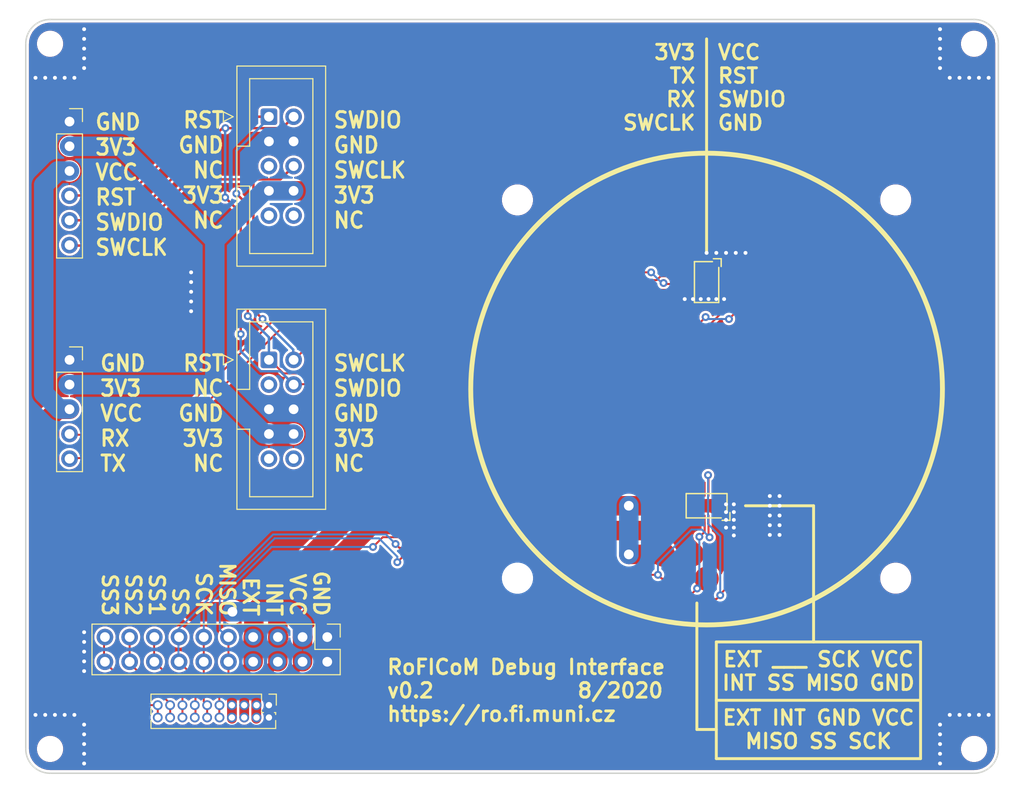
<source format=kicad_pcb>
(kicad_pcb (version 20171130) (host pcbnew 5.1.6-c6e7f7d~87~ubuntu20.04.1)

  (general
    (thickness 1.6)
    (drawings 32)
    (tracks 315)
    (zones 0)
    (modules 17)
    (nets 17)
  )

  (page A4)
  (layers
    (0 F.Cu signal)
    (31 B.Cu signal)
    (32 B.Adhes user)
    (33 F.Adhes user)
    (34 B.Paste user)
    (35 F.Paste user)
    (36 B.SilkS user)
    (37 F.SilkS user)
    (38 B.Mask user)
    (39 F.Mask user)
    (40 Dwgs.User user)
    (41 Cmts.User user)
    (42 Eco1.User user)
    (43 Eco2.User user)
    (44 Edge.Cuts user)
    (45 Margin user)
    (46 B.CrtYd user)
    (47 F.CrtYd user)
    (48 B.Fab user)
    (49 F.Fab user)
  )

  (setup
    (last_trace_width 0.25)
    (user_trace_width 0.2)
    (user_trace_width 0.5)
    (user_trace_width 1)
    (user_trace_width 1.2)
    (user_trace_width 2)
    (trace_clearance 0.2)
    (zone_clearance 0.25)
    (zone_45_only no)
    (trace_min 0.2)
    (via_size 0.8)
    (via_drill 0.4)
    (via_min_size 0.4)
    (via_min_drill 0.3)
    (user_via 0.6 0.3)
    (user_via 0.8 0.5)
    (user_via 2 1)
    (uvia_size 0.3)
    (uvia_drill 0.1)
    (uvias_allowed no)
    (uvia_min_size 0.2)
    (uvia_min_drill 0.1)
    (edge_width 0.15)
    (segment_width 0.2)
    (pcb_text_width 0.3)
    (pcb_text_size 1.5 1.5)
    (mod_edge_width 0.15)
    (mod_text_size 1 1)
    (mod_text_width 0.15)
    (pad_size 1.6 1.6)
    (pad_drill 1.6)
    (pad_to_mask_clearance 0.051)
    (solder_mask_min_width 0.25)
    (aux_axis_origin 0 0)
    (visible_elements FFFFFF7F)
    (pcbplotparams
      (layerselection 0x010fc_ffffffff)
      (usegerberextensions false)
      (usegerberattributes false)
      (usegerberadvancedattributes false)
      (creategerberjobfile false)
      (excludeedgelayer true)
      (linewidth 0.100000)
      (plotframeref false)
      (viasonmask false)
      (mode 1)
      (useauxorigin false)
      (hpglpennumber 1)
      (hpglpenspeed 20)
      (hpglpendiameter 15.000000)
      (psnegative false)
      (psa4output false)
      (plotreference true)
      (plotvalue true)
      (plotinvisibletext false)
      (padsonsilk false)
      (subtractmaskfromsilk false)
      (outputformat 1)
      (mirror false)
      (drillshape 1)
      (scaleselection 1)
      (outputdirectory ""))
  )

  (net 0 "")
  (net 1 +3V3)
  (net 2 GND)
  (net 3 SWDIO)
  (net 4 SWCLK)
  (net 5 RST)
  (net 6 TX)
  (net 7 RX)
  (net 8 VCC)
  (net 9 EXT)
  (net 10 SCK)
  (net 11 SS)
  (net 12 INT)
  (net 13 MISO)
  (net 14 SS3)
  (net 15 SS2)
  (net 16 SS1)

  (net_class Default "This is the default net class."
    (clearance 0.2)
    (trace_width 0.25)
    (via_dia 0.8)
    (via_drill 0.4)
    (uvia_dia 0.3)
    (uvia_drill 0.1)
    (add_net +3V3)
    (add_net EXT)
    (add_net GND)
    (add_net INT)
    (add_net MISO)
    (add_net RST)
    (add_net RX)
    (add_net SCK)
    (add_net SS)
    (add_net SS1)
    (add_net SS2)
    (add_net SS3)
    (add_net SWCLK)
    (add_net SWDIO)
    (add_net TX)
    (add_net VCC)
  )

  (module MountingHole:MountingHole_2.2mm_M2 (layer F.Cu) (tedit 56D1B4CB) (tstamp 5F46AB49)
    (at 177.5 107)
    (descr "Mounting Hole 2.2mm, no annular, M2")
    (tags "mounting hole 2.2mm no annular m2")
    (path /5F4DDAF4)
    (attr virtual)
    (fp_text reference H8 (at 0 -3.2) (layer F.SilkS) hide
      (effects (font (size 1 1) (thickness 0.15)))
    )
    (fp_text value MountingHole (at 0 3.2) (layer F.Fab)
      (effects (font (size 1 1) (thickness 0.15)))
    )
    (fp_circle (center 0 0) (end 2.2 0) (layer Cmts.User) (width 0.15))
    (fp_circle (center 0 0) (end 2.45 0) (layer F.CrtYd) (width 0.05))
    (fp_text user %R (at 0.3 0) (layer F.Fab)
      (effects (font (size 1 1) (thickness 0.15)))
    )
    (pad 1 np_thru_hole circle (at 0 0) (size 2.2 2.2) (drill 2.2) (layers *.Cu *.Mask))
  )

  (module MountingHole:MountingHole_2.2mm_M2 (layer F.Cu) (tedit 56D1B4CB) (tstamp 5F46AB41)
    (at 177.5 34.5)
    (descr "Mounting Hole 2.2mm, no annular, M2")
    (tags "mounting hole 2.2mm no annular m2")
    (path /5F4DD7BE)
    (attr virtual)
    (fp_text reference H7 (at 0 -3.2) (layer F.SilkS) hide
      (effects (font (size 1 1) (thickness 0.15)))
    )
    (fp_text value MountingHole (at 0 3.2) (layer F.Fab)
      (effects (font (size 1 1) (thickness 0.15)))
    )
    (fp_circle (center 0 0) (end 2.2 0) (layer Cmts.User) (width 0.15))
    (fp_circle (center 0 0) (end 2.45 0) (layer F.CrtYd) (width 0.05))
    (fp_text user %R (at 0.3 0) (layer F.Fab)
      (effects (font (size 1 1) (thickness 0.15)))
    )
    (pad 1 np_thru_hole circle (at 0 0) (size 2.2 2.2) (drill 2.2) (layers *.Cu *.Mask))
  )

  (module MountingHole:MountingHole_2.2mm_M2 (layer F.Cu) (tedit 56D1B4CB) (tstamp 5F46AB39)
    (at 82.5 107)
    (descr "Mounting Hole 2.2mm, no annular, M2")
    (tags "mounting hole 2.2mm no annular m2")
    (path /5F4DD4AB)
    (attr virtual)
    (fp_text reference H6 (at 0 -3.2) (layer F.SilkS) hide
      (effects (font (size 1 1) (thickness 0.15)))
    )
    (fp_text value MountingHole (at 0 3.2) (layer F.Fab)
      (effects (font (size 1 1) (thickness 0.15)))
    )
    (fp_circle (center 0 0) (end 2.2 0) (layer Cmts.User) (width 0.15))
    (fp_circle (center 0 0) (end 2.45 0) (layer F.CrtYd) (width 0.05))
    (fp_text user %R (at 0.3 0) (layer F.Fab)
      (effects (font (size 1 1) (thickness 0.15)))
    )
    (pad 1 np_thru_hole circle (at 0 0) (size 2.2 2.2) (drill 2.2) (layers *.Cu *.Mask))
  )

  (module MountingHole:MountingHole_2.2mm_M2 (layer F.Cu) (tedit 56D1B4CB) (tstamp 5F46ADD5)
    (at 82.5 34.5)
    (descr "Mounting Hole 2.2mm, no annular, M2")
    (tags "mounting hole 2.2mm no annular m2")
    (path /5F4DC5A3)
    (attr virtual)
    (fp_text reference H5 (at 0 -3.2) (layer F.SilkS) hide
      (effects (font (size 1 1) (thickness 0.15)))
    )
    (fp_text value MountingHole (at 0 3.2) (layer F.Fab)
      (effects (font (size 1 1) (thickness 0.15)))
    )
    (fp_circle (center 0 0) (end 2.2 0) (layer Cmts.User) (width 0.15))
    (fp_circle (center 0 0) (end 2.45 0) (layer F.CrtYd) (width 0.05))
    (fp_text user %R (at 0.3 0) (layer F.Fab)
      (effects (font (size 1 1) (thickness 0.15)))
    )
    (pad 1 np_thru_hole circle (at 0 0) (size 2.2 2.2) (drill 2.2) (layers *.Cu *.Mask))
  )

  (module rofi:ThreadedHole-M2 (layer F.Cu) (tedit 5F46A551) (tstamp 5F468F2C)
    (at 169.445437 89.445436)
    (path /5F4A6BD8)
    (fp_text reference H4 (at 0 2) (layer F.SilkS) hide
      (effects (font (size 1 1) (thickness 0.15)))
    )
    (fp_text value MountingHole (at 0 -2) (layer F.Fab)
      (effects (font (size 1 1) (thickness 0.15)))
    )
    (pad "" np_thru_hole circle (at 0 0) (size 1.6 1.6) (drill 1.6) (layers *.Cu *.Mask)
      (clearance 0.8))
  )

  (module rofi:ThreadedHole-M2 locked (layer F.Cu) (tedit 5F46A551) (tstamp 5F468F27)
    (at 169.445437 50.554564)
    (path /5F4A69B7)
    (fp_text reference H3 (at 0 2) (layer F.SilkS) hide
      (effects (font (size 1 1) (thickness 0.15)))
    )
    (fp_text value MountingHole (at 0 -2) (layer F.Fab)
      (effects (font (size 1 1) (thickness 0.15)))
    )
    (pad "" np_thru_hole circle (at 0 0) (size 1.6 1.6) (drill 1.6) (layers *.Cu *.Mask)
      (clearance 0.8))
  )

  (module rofi:ThreadedHole-M2 locked (layer F.Cu) (tedit 5F46A551) (tstamp 5F468F22)
    (at 130.554564 50.554564)
    (path /5F4A677A)
    (fp_text reference H2 (at 0 2) (layer F.SilkS) hide
      (effects (font (size 1 1) (thickness 0.15)))
    )
    (fp_text value MountingHole (at 0 -2) (layer F.Fab)
      (effects (font (size 1 1) (thickness 0.15)))
    )
    (pad "" np_thru_hole circle (at 0 0) (size 1.6 1.6) (drill 1.6) (layers *.Cu *.Mask)
      (clearance 0.8))
  )

  (module rofi:ThreadedHole-M2 locked (layer F.Cu) (tedit 5F46A551) (tstamp 5F468F1D)
    (at 130.554564 89.445436)
    (path /5F4A5442)
    (fp_text reference H1 (at 0 2) (layer F.SilkS) hide
      (effects (font (size 1 1) (thickness 0.15)))
    )
    (fp_text value MountingHole (at 0 -2) (layer F.Fab)
      (effects (font (size 1 1) (thickness 0.15)))
    )
    (pad "" np_thru_hole circle (at 0 0) (size 1.6 1.6) (drill 1.6) (layers *.Cu *.Mask)
      (clearance 0.8))
  )

  (module rofi:pogo_pads_4_3 locked (layer F.Cu) (tedit 5C8A413F) (tstamp 5F463542)
    (at 150 87)
    (path /5F49D5E2)
    (fp_text reference J9 (at 0 4.5) (layer F.SilkS) hide
      (effects (font (size 1 1) (thickness 0.15)))
    )
    (fp_text value Conn_01x07 (at 0 -2.25) (layer F.Fab)
      (effects (font (size 1 1) (thickness 0.15)))
    )
    (pad 7 smd circle (at 3 2.5) (size 2.5 2.5) (layers F.Cu F.Paste F.Mask)
      (net 10 SCK))
    (pad 6 smd circle (at 0 2.5) (size 2.5 2.5) (layers F.Cu F.Paste F.Mask)
      (net 11 SS))
    (pad 5 smd circle (at -3 2.5) (size 2.5 2.5) (layers F.Cu F.Paste F.Mask)
      (net 13 MISO))
    (pad 4 smd circle (at 4.5 0) (size 2.5 2.5) (layers F.Cu F.Paste F.Mask)
      (net 8 VCC))
    (pad 3 smd circle (at 1.5 0) (size 2.5 2.5) (layers F.Cu F.Paste F.Mask)
      (net 2 GND))
    (pad 2 smd circle (at -1.5 0) (size 2.5 2.5) (layers F.Cu F.Paste F.Mask)
      (net 12 INT))
    (pad 1 smd circle (at -4.5 0) (size 2.5 2.5) (layers F.Cu F.Paste F.Mask)
      (net 9 EXT))
  )

  (module Connector_PinHeader_1.27mm:PinHeader_2x10_P1.27mm_Vertical (layer F.Cu) (tedit 59FED6E3) (tstamp 5F469D26)
    (at 105 102.5 270)
    (descr "Through hole straight pin header, 2x10, 1.27mm pitch, double rows")
    (tags "Through hole pin header THT 2x10 1.27mm double row")
    (path /5F48A7B4)
    (fp_text reference J8 (at 0.635 -1.695 90) (layer F.SilkS) hide
      (effects (font (size 1 1) (thickness 0.15)))
    )
    (fp_text value system-1.27 (at 0.635 13.125 90) (layer F.Fab)
      (effects (font (size 1 1) (thickness 0.15)))
    )
    (fp_line (start -0.2175 -0.635) (end 2.34 -0.635) (layer F.Fab) (width 0.1))
    (fp_line (start 2.34 -0.635) (end 2.34 12.065) (layer F.Fab) (width 0.1))
    (fp_line (start 2.34 12.065) (end -1.07 12.065) (layer F.Fab) (width 0.1))
    (fp_line (start -1.07 12.065) (end -1.07 0.2175) (layer F.Fab) (width 0.1))
    (fp_line (start -1.07 0.2175) (end -0.2175 -0.635) (layer F.Fab) (width 0.1))
    (fp_line (start -1.13 12.125) (end -0.30753 12.125) (layer F.SilkS) (width 0.12))
    (fp_line (start 1.57753 12.125) (end 2.4 12.125) (layer F.SilkS) (width 0.12))
    (fp_line (start 0.30753 12.125) (end 0.96247 12.125) (layer F.SilkS) (width 0.12))
    (fp_line (start -1.13 0.76) (end -1.13 12.125) (layer F.SilkS) (width 0.12))
    (fp_line (start 2.4 -0.695) (end 2.4 12.125) (layer F.SilkS) (width 0.12))
    (fp_line (start -1.13 0.76) (end -0.563471 0.76) (layer F.SilkS) (width 0.12))
    (fp_line (start 0.563471 0.76) (end 0.706529 0.76) (layer F.SilkS) (width 0.12))
    (fp_line (start 0.76 0.706529) (end 0.76 0.563471) (layer F.SilkS) (width 0.12))
    (fp_line (start 0.76 -0.563471) (end 0.76 -0.695) (layer F.SilkS) (width 0.12))
    (fp_line (start 0.76 -0.695) (end 0.96247 -0.695) (layer F.SilkS) (width 0.12))
    (fp_line (start 1.57753 -0.695) (end 2.4 -0.695) (layer F.SilkS) (width 0.12))
    (fp_line (start -1.13 0) (end -1.13 -0.76) (layer F.SilkS) (width 0.12))
    (fp_line (start -1.13 -0.76) (end 0 -0.76) (layer F.SilkS) (width 0.12))
    (fp_line (start -1.6 -1.15) (end -1.6 12.6) (layer F.CrtYd) (width 0.05))
    (fp_line (start -1.6 12.6) (end 2.85 12.6) (layer F.CrtYd) (width 0.05))
    (fp_line (start 2.85 12.6) (end 2.85 -1.15) (layer F.CrtYd) (width 0.05))
    (fp_line (start 2.85 -1.15) (end -1.6 -1.15) (layer F.CrtYd) (width 0.05))
    (fp_text user %R (at 0.635 5.715) (layer F.Fab)
      (effects (font (size 1 1) (thickness 0.15)))
    )
    (pad 20 thru_hole oval (at 1.27 11.43 270) (size 1 1) (drill 0.65) (layers *.Cu *.Mask)
      (net 14 SS3))
    (pad 19 thru_hole oval (at 0 11.43 270) (size 1 1) (drill 0.65) (layers *.Cu *.Mask)
      (net 14 SS3))
    (pad 18 thru_hole oval (at 1.27 10.16 270) (size 1 1) (drill 0.65) (layers *.Cu *.Mask)
      (net 15 SS2))
    (pad 17 thru_hole oval (at 0 10.16 270) (size 1 1) (drill 0.65) (layers *.Cu *.Mask)
      (net 15 SS2))
    (pad 16 thru_hole oval (at 1.27 8.89 270) (size 1 1) (drill 0.65) (layers *.Cu *.Mask)
      (net 16 SS1))
    (pad 15 thru_hole oval (at 0 8.89 270) (size 1 1) (drill 0.65) (layers *.Cu *.Mask)
      (net 16 SS1))
    (pad 14 thru_hole oval (at 1.27 7.62 270) (size 1 1) (drill 0.65) (layers *.Cu *.Mask)
      (net 11 SS))
    (pad 13 thru_hole oval (at 0 7.62 270) (size 1 1) (drill 0.65) (layers *.Cu *.Mask)
      (net 11 SS))
    (pad 12 thru_hole oval (at 1.27 6.35 270) (size 1 1) (drill 0.65) (layers *.Cu *.Mask)
      (net 10 SCK))
    (pad 11 thru_hole oval (at 0 6.35 270) (size 1 1) (drill 0.65) (layers *.Cu *.Mask)
      (net 10 SCK))
    (pad 10 thru_hole oval (at 1.27 5.08 270) (size 1 1) (drill 0.65) (layers *.Cu *.Mask)
      (net 13 MISO))
    (pad 9 thru_hole oval (at 0 5.08 270) (size 1 1) (drill 0.65) (layers *.Cu *.Mask)
      (net 13 MISO))
    (pad 8 thru_hole oval (at 1.27 3.81 270) (size 1 1) (drill 0.65) (layers *.Cu *.Mask)
      (net 9 EXT))
    (pad 7 thru_hole oval (at 0 3.81 270) (size 1 1) (drill 0.65) (layers *.Cu *.Mask)
      (net 9 EXT))
    (pad 6 thru_hole oval (at 1.27 2.54 270) (size 1 1) (drill 0.65) (layers *.Cu *.Mask)
      (net 12 INT))
    (pad 5 thru_hole oval (at 0 2.54 270) (size 1 1) (drill 0.65) (layers *.Cu *.Mask)
      (net 12 INT))
    (pad 4 thru_hole oval (at 1.27 1.27 270) (size 1 1) (drill 0.65) (layers *.Cu *.Mask)
      (net 8 VCC))
    (pad 3 thru_hole oval (at 0 1.27 270) (size 1 1) (drill 0.65) (layers *.Cu *.Mask)
      (net 8 VCC))
    (pad 2 thru_hole oval (at 1.27 0 270) (size 1 1) (drill 0.65) (layers *.Cu *.Mask)
      (net 2 GND))
    (pad 1 thru_hole rect (at 0 0 270) (size 1 1) (drill 0.65) (layers *.Cu *.Mask)
      (net 2 GND))
    (model ${KISYS3DMOD}/Connector_PinHeader_1.27mm.3dshapes/PinHeader_2x10_P1.27mm_Vertical.wrl
      (at (xyz 0 0 0))
      (scale (xyz 1 1 1))
      (rotate (xyz 0 0 0))
    )
  )

  (module Connector_PinHeader_2.54mm:PinHeader_2x10_P2.54mm_Vertical (layer F.Cu) (tedit 59FED5CC) (tstamp 5F469DAB)
    (at 111 95.5 270)
    (descr "Through hole straight pin header, 2x10, 2.54mm pitch, double rows")
    (tags "Through hole pin header THT 2x10 2.54mm double row")
    (path /5F47F0A1)
    (fp_text reference J7 (at 1.27 -2.33 90) (layer F.SilkS) hide
      (effects (font (size 1 1) (thickness 0.15)))
    )
    (fp_text value system-2.54 (at 1.27 25.19 90) (layer F.Fab)
      (effects (font (size 1 1) (thickness 0.15)))
    )
    (fp_line (start 0 -1.27) (end 3.81 -1.27) (layer F.Fab) (width 0.1))
    (fp_line (start 3.81 -1.27) (end 3.81 24.13) (layer F.Fab) (width 0.1))
    (fp_line (start 3.81 24.13) (end -1.27 24.13) (layer F.Fab) (width 0.1))
    (fp_line (start -1.27 24.13) (end -1.27 0) (layer F.Fab) (width 0.1))
    (fp_line (start -1.27 0) (end 0 -1.27) (layer F.Fab) (width 0.1))
    (fp_line (start -1.33 24.19) (end 3.87 24.19) (layer F.SilkS) (width 0.12))
    (fp_line (start -1.33 1.27) (end -1.33 24.19) (layer F.SilkS) (width 0.12))
    (fp_line (start 3.87 -1.33) (end 3.87 24.19) (layer F.SilkS) (width 0.12))
    (fp_line (start -1.33 1.27) (end 1.27 1.27) (layer F.SilkS) (width 0.12))
    (fp_line (start 1.27 1.27) (end 1.27 -1.33) (layer F.SilkS) (width 0.12))
    (fp_line (start 1.27 -1.33) (end 3.87 -1.33) (layer F.SilkS) (width 0.12))
    (fp_line (start -1.33 0) (end -1.33 -1.33) (layer F.SilkS) (width 0.12))
    (fp_line (start -1.33 -1.33) (end 0 -1.33) (layer F.SilkS) (width 0.12))
    (fp_line (start -1.8 -1.8) (end -1.8 24.65) (layer F.CrtYd) (width 0.05))
    (fp_line (start -1.8 24.65) (end 4.35 24.65) (layer F.CrtYd) (width 0.05))
    (fp_line (start 4.35 24.65) (end 4.35 -1.8) (layer F.CrtYd) (width 0.05))
    (fp_line (start 4.35 -1.8) (end -1.8 -1.8) (layer F.CrtYd) (width 0.05))
    (fp_text user %R (at 1.27 11.43) (layer F.Fab)
      (effects (font (size 1 1) (thickness 0.15)))
    )
    (pad 20 thru_hole oval (at 2.54 22.86 270) (size 1.7 1.7) (drill 1) (layers *.Cu *.Mask)
      (net 14 SS3))
    (pad 19 thru_hole oval (at 0 22.86 270) (size 1.7 1.7) (drill 1) (layers *.Cu *.Mask)
      (net 14 SS3))
    (pad 18 thru_hole oval (at 2.54 20.32 270) (size 1.7 1.7) (drill 1) (layers *.Cu *.Mask)
      (net 15 SS2))
    (pad 17 thru_hole oval (at 0 20.32 270) (size 1.7 1.7) (drill 1) (layers *.Cu *.Mask)
      (net 15 SS2))
    (pad 16 thru_hole oval (at 2.54 17.78 270) (size 1.7 1.7) (drill 1) (layers *.Cu *.Mask)
      (net 16 SS1))
    (pad 15 thru_hole oval (at 0 17.78 270) (size 1.7 1.7) (drill 1) (layers *.Cu *.Mask)
      (net 16 SS1))
    (pad 14 thru_hole oval (at 2.54 15.24 270) (size 1.7 1.7) (drill 1) (layers *.Cu *.Mask)
      (net 11 SS))
    (pad 13 thru_hole oval (at 0 15.24 270) (size 1.7 1.7) (drill 1) (layers *.Cu *.Mask)
      (net 11 SS))
    (pad 12 thru_hole oval (at 2.54 12.7 270) (size 1.7 1.7) (drill 1) (layers *.Cu *.Mask)
      (net 10 SCK))
    (pad 11 thru_hole oval (at 0 12.7 270) (size 1.7 1.7) (drill 1) (layers *.Cu *.Mask)
      (net 10 SCK))
    (pad 10 thru_hole oval (at 2.54 10.16 270) (size 1.7 1.7) (drill 1) (layers *.Cu *.Mask)
      (net 13 MISO))
    (pad 9 thru_hole oval (at 0 10.16 270) (size 1.7 1.7) (drill 1) (layers *.Cu *.Mask)
      (net 13 MISO))
    (pad 8 thru_hole oval (at 2.54 7.62 270) (size 1.7 1.7) (drill 1) (layers *.Cu *.Mask)
      (net 9 EXT))
    (pad 7 thru_hole oval (at 0 7.62 270) (size 1.7 1.7) (drill 1) (layers *.Cu *.Mask)
      (net 9 EXT))
    (pad 6 thru_hole oval (at 2.54 5.08 270) (size 1.7 1.7) (drill 1) (layers *.Cu *.Mask)
      (net 12 INT))
    (pad 5 thru_hole oval (at 0 5.08 270) (size 1.7 1.7) (drill 1) (layers *.Cu *.Mask)
      (net 12 INT))
    (pad 4 thru_hole oval (at 2.54 2.54 270) (size 1.7 1.7) (drill 1) (layers *.Cu *.Mask)
      (net 8 VCC))
    (pad 3 thru_hole oval (at 0 2.54 270) (size 1.7 1.7) (drill 1) (layers *.Cu *.Mask)
      (net 8 VCC))
    (pad 2 thru_hole oval (at 2.54 0 270) (size 1.7 1.7) (drill 1) (layers *.Cu *.Mask)
      (net 2 GND))
    (pad 1 thru_hole rect (at 0 0 270) (size 1.7 1.7) (drill 1) (layers *.Cu *.Mask)
      (net 2 GND))
    (model ${KISYS3DMOD}/Connector_PinHeader_2.54mm.3dshapes/PinHeader_2x10_P2.54mm_Vertical.wrl
      (at (xyz 0 0 0))
      (scale (xyz 1 1 1))
      (rotate (xyz 0 0 0))
    )
  )

  (module rofi:molex-505004-0812 locked (layer F.Cu) (tedit 5D6FB713) (tstamp 5F462B65)
    (at 150 82 180)
    (path /5F46BE3F)
    (fp_text reference J6 (at 0 3.3) (layer F.SilkS) hide
      (effects (font (size 1 1) (thickness 0.15)))
    )
    (fp_text value RoFICoM (at 0 -3.2) (layer F.Fab)
      (effects (font (size 1 1) (thickness 0.15)))
    )
    (fp_line (start -2.1 -1.25) (end 2.1 -1.25) (layer F.Fab) (width 0.12))
    (fp_line (start 2.1 -1.25) (end 2.1 1.25) (layer F.Fab) (width 0.12))
    (fp_line (start 2.1 1.25) (end -2.1 1.25) (layer F.Fab) (width 0.12))
    (fp_line (start -2.1 1.25) (end -2.1 -1.25) (layer F.Fab) (width 0.12))
    (fp_poly (pts (xy -1.2 -0.9) (xy 1.2 -0.9) (xy 1.2 0.9) (xy -1.2 0.9)) (layer Dwgs.User) (width 0.1))
    (fp_line (start -1.6 -1.5) (end -2.4 -1.5) (layer F.SilkS) (width 0.15))
    (fp_line (start -2.4 -1.5) (end -2.4 -0.7) (layer F.SilkS) (width 0.15))
    (fp_line (start -2.1 -0.6) (end -2.1 1.25) (layer F.SilkS) (width 0.15))
    (fp_line (start -2.1 1.25) (end 2.1 1.25) (layer F.SilkS) (width 0.15))
    (fp_line (start 2.1 1.25) (end 2.1 -1.25) (layer F.SilkS) (width 0.15))
    (fp_line (start 2.1 -1.25) (end -1.5 -1.25) (layer F.SilkS) (width 0.15))
    (pad 8 smd rect (at 0.8 1.7 180) (size 0.55 1.524) (layers F.Cu F.Paste F.Mask)
      (net 9 EXT))
    (pad 6 smd rect (at 0.2 1.7 180) (size 0.2 1.524) (layers F.Cu F.Paste F.Mask))
    (pad 4 smd rect (at -0.2 1.7 180) (size 0.2 1.524) (layers F.Cu F.Paste F.Mask)
      (net 10 SCK))
    (pad 2 smd rect (at -0.8 1.7 180) (size 0.55 1.524) (layers F.Cu F.Paste F.Mask)
      (net 8 VCC))
    (pad 5 smd rect (at 0.2 -1.7 180) (size 0.2 1.524) (layers F.Cu F.Paste F.Mask)
      (net 11 SS))
    (pad 7 smd rect (at 0.8 -1.7 180) (size 0.55 1.524) (layers F.Cu F.Paste F.Mask)
      (net 12 INT))
    (pad 1 smd rect (at -0.8 -1.7 180) (size 0.55 1.524) (layers F.Cu F.Paste F.Mask)
      (net 2 GND))
    (pad 3 smd rect (at -0.2 -1.7 180) (size 0.2 1.524) (layers F.Cu F.Paste F.Mask)
      (net 13 MISO))
  )

  (module Connector_IDC:IDC-Header_2x05_P2.54mm_Vertical (layer F.Cu) (tedit 5EAC9A07) (tstamp 5F46A0C6)
    (at 105 42)
    (descr "Through hole IDC box header, 2x05, 2.54mm pitch, DIN 41651 / IEC 60603-13, double rows, https://docs.google.com/spreadsheets/d/16SsEcesNF15N3Lb4niX7dcUr-NY5_MFPQhobNuNppn4/edit#gid=0")
    (tags "Through hole vertical IDC box header THT 2x05 2.54mm double row")
    (path /5D70EB6E)
    (fp_text reference J3 (at 1.27 -6.1) (layer F.SilkS) hide
      (effects (font (size 1 1) (thickness 0.15)))
    )
    (fp_text value "ST-Link B" (at 1.27 16.26) (layer F.Fab)
      (effects (font (size 1 1) (thickness 0.15)))
    )
    (fp_line (start -3.18 -4.1) (end -2.18 -5.1) (layer F.Fab) (width 0.1))
    (fp_line (start -2.18 -5.1) (end 5.72 -5.1) (layer F.Fab) (width 0.1))
    (fp_line (start 5.72 -5.1) (end 5.72 15.26) (layer F.Fab) (width 0.1))
    (fp_line (start 5.72 15.26) (end -3.18 15.26) (layer F.Fab) (width 0.1))
    (fp_line (start -3.18 15.26) (end -3.18 -4.1) (layer F.Fab) (width 0.1))
    (fp_line (start -3.18 3.03) (end -1.98 3.03) (layer F.Fab) (width 0.1))
    (fp_line (start -1.98 3.03) (end -1.98 -3.91) (layer F.Fab) (width 0.1))
    (fp_line (start -1.98 -3.91) (end 4.52 -3.91) (layer F.Fab) (width 0.1))
    (fp_line (start 4.52 -3.91) (end 4.52 14.07) (layer F.Fab) (width 0.1))
    (fp_line (start 4.52 14.07) (end -1.98 14.07) (layer F.Fab) (width 0.1))
    (fp_line (start -1.98 14.07) (end -1.98 7.13) (layer F.Fab) (width 0.1))
    (fp_line (start -1.98 7.13) (end -1.98 7.13) (layer F.Fab) (width 0.1))
    (fp_line (start -1.98 7.13) (end -3.18 7.13) (layer F.Fab) (width 0.1))
    (fp_line (start -3.29 -5.21) (end 5.83 -5.21) (layer F.SilkS) (width 0.12))
    (fp_line (start 5.83 -5.21) (end 5.83 15.37) (layer F.SilkS) (width 0.12))
    (fp_line (start 5.83 15.37) (end -3.29 15.37) (layer F.SilkS) (width 0.12))
    (fp_line (start -3.29 15.37) (end -3.29 -5.21) (layer F.SilkS) (width 0.12))
    (fp_line (start -3.29 3.03) (end -1.98 3.03) (layer F.SilkS) (width 0.12))
    (fp_line (start -1.98 3.03) (end -1.98 -3.91) (layer F.SilkS) (width 0.12))
    (fp_line (start -1.98 -3.91) (end 4.52 -3.91) (layer F.SilkS) (width 0.12))
    (fp_line (start 4.52 -3.91) (end 4.52 14.07) (layer F.SilkS) (width 0.12))
    (fp_line (start 4.52 14.07) (end -1.98 14.07) (layer F.SilkS) (width 0.12))
    (fp_line (start -1.98 14.07) (end -1.98 7.13) (layer F.SilkS) (width 0.12))
    (fp_line (start -1.98 7.13) (end -1.98 7.13) (layer F.SilkS) (width 0.12))
    (fp_line (start -1.98 7.13) (end -3.29 7.13) (layer F.SilkS) (width 0.12))
    (fp_line (start -3.68 0) (end -4.68 -0.5) (layer F.SilkS) (width 0.12))
    (fp_line (start -4.68 -0.5) (end -4.68 0.5) (layer F.SilkS) (width 0.12))
    (fp_line (start -4.68 0.5) (end -3.68 0) (layer F.SilkS) (width 0.12))
    (fp_line (start -3.68 -5.6) (end -3.68 15.76) (layer F.CrtYd) (width 0.05))
    (fp_line (start -3.68 15.76) (end 6.22 15.76) (layer F.CrtYd) (width 0.05))
    (fp_line (start 6.22 15.76) (end 6.22 -5.6) (layer F.CrtYd) (width 0.05))
    (fp_line (start 6.22 -5.6) (end -3.68 -5.6) (layer F.CrtYd) (width 0.05))
    (fp_text user %R (at 1.27 5.08 90) (layer F.Fab)
      (effects (font (size 1 1) (thickness 0.15)))
    )
    (pad 10 thru_hole circle (at 2.54 10.16) (size 1.7 1.7) (drill 1) (layers *.Cu *.Mask))
    (pad 8 thru_hole circle (at 2.54 7.62) (size 1.7 1.7) (drill 1) (layers *.Cu *.Mask)
      (net 1 +3V3))
    (pad 6 thru_hole circle (at 2.54 5.08) (size 1.7 1.7) (drill 1) (layers *.Cu *.Mask)
      (net 4 SWCLK))
    (pad 4 thru_hole circle (at 2.54 2.54) (size 1.7 1.7) (drill 1) (layers *.Cu *.Mask)
      (net 2 GND))
    (pad 2 thru_hole circle (at 2.54 0) (size 1.7 1.7) (drill 1) (layers *.Cu *.Mask)
      (net 3 SWDIO))
    (pad 9 thru_hole circle (at 0 10.16) (size 1.7 1.7) (drill 1) (layers *.Cu *.Mask))
    (pad 7 thru_hole circle (at 0 7.62) (size 1.7 1.7) (drill 1) (layers *.Cu *.Mask)
      (net 1 +3V3))
    (pad 5 thru_hole circle (at 0 5.08) (size 1.7 1.7) (drill 1) (layers *.Cu *.Mask))
    (pad 3 thru_hole circle (at 0 2.54) (size 1.7 1.7) (drill 1) (layers *.Cu *.Mask)
      (net 2 GND))
    (pad 1 thru_hole roundrect (at 0 0) (size 1.7 1.7) (drill 1) (layers *.Cu *.Mask) (roundrect_rratio 0.147059)
      (net 5 RST))
    (model ${KISYS3DMOD}/Connector_IDC.3dshapes/IDC-Header_2x05_P2.54mm_Vertical.wrl
      (at (xyz 0 0 0))
      (scale (xyz 1 1 1))
      (rotate (xyz 0 0 0))
    )
  )

  (module Connector_IDC:IDC-Header_2x05_P2.54mm_Vertical (layer F.Cu) (tedit 5EAC9A07) (tstamp 5D70F08F)
    (at 105 67)
    (descr "Through hole IDC box header, 2x05, 2.54mm pitch, DIN 41651 / IEC 60603-13, double rows, https://docs.google.com/spreadsheets/d/16SsEcesNF15N3Lb4niX7dcUr-NY5_MFPQhobNuNppn4/edit#gid=0")
    (tags "Through hole vertical IDC box header THT 2x05 2.54mm double row")
    (path /5D70D7AA)
    (fp_text reference J1 (at 1.27 -6.1) (layer F.SilkS) hide
      (effects (font (size 1 1) (thickness 0.15)))
    )
    (fp_text value "ST-Link A" (at 1.27 16.26) (layer F.Fab)
      (effects (font (size 1 1) (thickness 0.15)))
    )
    (fp_line (start -3.18 -4.1) (end -2.18 -5.1) (layer F.Fab) (width 0.1))
    (fp_line (start -2.18 -5.1) (end 5.72 -5.1) (layer F.Fab) (width 0.1))
    (fp_line (start 5.72 -5.1) (end 5.72 15.26) (layer F.Fab) (width 0.1))
    (fp_line (start 5.72 15.26) (end -3.18 15.26) (layer F.Fab) (width 0.1))
    (fp_line (start -3.18 15.26) (end -3.18 -4.1) (layer F.Fab) (width 0.1))
    (fp_line (start -3.18 3.03) (end -1.98 3.03) (layer F.Fab) (width 0.1))
    (fp_line (start -1.98 3.03) (end -1.98 -3.91) (layer F.Fab) (width 0.1))
    (fp_line (start -1.98 -3.91) (end 4.52 -3.91) (layer F.Fab) (width 0.1))
    (fp_line (start 4.52 -3.91) (end 4.52 14.07) (layer F.Fab) (width 0.1))
    (fp_line (start 4.52 14.07) (end -1.98 14.07) (layer F.Fab) (width 0.1))
    (fp_line (start -1.98 14.07) (end -1.98 7.13) (layer F.Fab) (width 0.1))
    (fp_line (start -1.98 7.13) (end -1.98 7.13) (layer F.Fab) (width 0.1))
    (fp_line (start -1.98 7.13) (end -3.18 7.13) (layer F.Fab) (width 0.1))
    (fp_line (start -3.29 -5.21) (end 5.83 -5.21) (layer F.SilkS) (width 0.12))
    (fp_line (start 5.83 -5.21) (end 5.83 15.37) (layer F.SilkS) (width 0.12))
    (fp_line (start 5.83 15.37) (end -3.29 15.37) (layer F.SilkS) (width 0.12))
    (fp_line (start -3.29 15.37) (end -3.29 -5.21) (layer F.SilkS) (width 0.12))
    (fp_line (start -3.29 3.03) (end -1.98 3.03) (layer F.SilkS) (width 0.12))
    (fp_line (start -1.98 3.03) (end -1.98 -3.91) (layer F.SilkS) (width 0.12))
    (fp_line (start -1.98 -3.91) (end 4.52 -3.91) (layer F.SilkS) (width 0.12))
    (fp_line (start 4.52 -3.91) (end 4.52 14.07) (layer F.SilkS) (width 0.12))
    (fp_line (start 4.52 14.07) (end -1.98 14.07) (layer F.SilkS) (width 0.12))
    (fp_line (start -1.98 14.07) (end -1.98 7.13) (layer F.SilkS) (width 0.12))
    (fp_line (start -1.98 7.13) (end -1.98 7.13) (layer F.SilkS) (width 0.12))
    (fp_line (start -1.98 7.13) (end -3.29 7.13) (layer F.SilkS) (width 0.12))
    (fp_line (start -3.68 0) (end -4.68 -0.5) (layer F.SilkS) (width 0.12))
    (fp_line (start -4.68 -0.5) (end -4.68 0.5) (layer F.SilkS) (width 0.12))
    (fp_line (start -4.68 0.5) (end -3.68 0) (layer F.SilkS) (width 0.12))
    (fp_line (start -3.68 -5.6) (end -3.68 15.76) (layer F.CrtYd) (width 0.05))
    (fp_line (start -3.68 15.76) (end 6.22 15.76) (layer F.CrtYd) (width 0.05))
    (fp_line (start 6.22 15.76) (end 6.22 -5.6) (layer F.CrtYd) (width 0.05))
    (fp_line (start 6.22 -5.6) (end -3.68 -5.6) (layer F.CrtYd) (width 0.05))
    (fp_text user %R (at 1.27 5.08 90) (layer F.Fab)
      (effects (font (size 1 1) (thickness 0.15)))
    )
    (pad 10 thru_hole circle (at 2.54 10.16) (size 1.7 1.7) (drill 1) (layers *.Cu *.Mask))
    (pad 8 thru_hole circle (at 2.54 7.62) (size 1.7 1.7) (drill 1) (layers *.Cu *.Mask)
      (net 1 +3V3))
    (pad 6 thru_hole circle (at 2.54 5.08) (size 1.7 1.7) (drill 1) (layers *.Cu *.Mask)
      (net 2 GND))
    (pad 4 thru_hole circle (at 2.54 2.54) (size 1.7 1.7) (drill 1) (layers *.Cu *.Mask)
      (net 3 SWDIO))
    (pad 2 thru_hole circle (at 2.54 0) (size 1.7 1.7) (drill 1) (layers *.Cu *.Mask)
      (net 4 SWCLK))
    (pad 9 thru_hole circle (at 0 10.16) (size 1.7 1.7) (drill 1) (layers *.Cu *.Mask))
    (pad 7 thru_hole circle (at 0 7.62) (size 1.7 1.7) (drill 1) (layers *.Cu *.Mask)
      (net 1 +3V3))
    (pad 5 thru_hole circle (at 0 5.08) (size 1.7 1.7) (drill 1) (layers *.Cu *.Mask)
      (net 2 GND))
    (pad 3 thru_hole circle (at 0 2.54) (size 1.7 1.7) (drill 1) (layers *.Cu *.Mask))
    (pad 1 thru_hole roundrect (at 0 0) (size 1.7 1.7) (drill 1) (layers *.Cu *.Mask) (roundrect_rratio 0.147059)
      (net 5 RST))
    (model ${KISYS3DMOD}/Connector_IDC.3dshapes/IDC-Header_2x05_P2.54mm_Vertical.wrl
      (at (xyz 0 0 0))
      (scale (xyz 1 1 1))
      (rotate (xyz 0 0 0))
    )
  )

  (module Connector_PinSocket_2.54mm:PinSocket_1x06_P2.54mm_Vertical (layer F.Cu) (tedit 5A19A430) (tstamp 5D70F3C1)
    (at 84.5 42.5)
    (descr "Through hole straight socket strip, 1x06, 2.54mm pitch, single row (from Kicad 4.0.7), script generated")
    (tags "Through hole socket strip THT 1x06 2.54mm single row")
    (path /5D727C08)
    (fp_text reference J5 (at 0 -2.77) (layer F.SilkS) hide
      (effects (font (size 1 1) (thickness 0.15)))
    )
    (fp_text value ST-Link (at 0 15.47) (layer F.Fab)
      (effects (font (size 1 1) (thickness 0.15)))
    )
    (fp_line (start -1.27 -1.27) (end 0.635 -1.27) (layer F.Fab) (width 0.1))
    (fp_line (start 0.635 -1.27) (end 1.27 -0.635) (layer F.Fab) (width 0.1))
    (fp_line (start 1.27 -0.635) (end 1.27 13.97) (layer F.Fab) (width 0.1))
    (fp_line (start 1.27 13.97) (end -1.27 13.97) (layer F.Fab) (width 0.1))
    (fp_line (start -1.27 13.97) (end -1.27 -1.27) (layer F.Fab) (width 0.1))
    (fp_line (start -1.33 1.27) (end 1.33 1.27) (layer F.SilkS) (width 0.12))
    (fp_line (start -1.33 1.27) (end -1.33 14.03) (layer F.SilkS) (width 0.12))
    (fp_line (start -1.33 14.03) (end 1.33 14.03) (layer F.SilkS) (width 0.12))
    (fp_line (start 1.33 1.27) (end 1.33 14.03) (layer F.SilkS) (width 0.12))
    (fp_line (start 1.33 -1.33) (end 1.33 0) (layer F.SilkS) (width 0.12))
    (fp_line (start 0 -1.33) (end 1.33 -1.33) (layer F.SilkS) (width 0.12))
    (fp_line (start -1.8 -1.8) (end 1.75 -1.8) (layer F.CrtYd) (width 0.05))
    (fp_line (start 1.75 -1.8) (end 1.75 14.45) (layer F.CrtYd) (width 0.05))
    (fp_line (start 1.75 14.45) (end -1.8 14.45) (layer F.CrtYd) (width 0.05))
    (fp_line (start -1.8 14.45) (end -1.8 -1.8) (layer F.CrtYd) (width 0.05))
    (fp_text user %R (at 0 6.35 90) (layer F.Fab)
      (effects (font (size 1 1) (thickness 0.15)))
    )
    (pad 6 thru_hole oval (at 0 12.7) (size 1.7 1.7) (drill 1) (layers *.Cu *.Mask)
      (net 4 SWCLK))
    (pad 5 thru_hole oval (at 0 10.16) (size 1.7 1.7) (drill 1) (layers *.Cu *.Mask)
      (net 3 SWDIO))
    (pad 4 thru_hole oval (at 0 7.62) (size 1.7 1.7) (drill 1) (layers *.Cu *.Mask)
      (net 5 RST))
    (pad 3 thru_hole oval (at 0 5.08) (size 1.7 1.7) (drill 1) (layers *.Cu *.Mask)
      (net 8 VCC))
    (pad 2 thru_hole oval (at 0 2.54) (size 1.7 1.7) (drill 1) (layers *.Cu *.Mask)
      (net 1 +3V3))
    (pad 1 thru_hole rect (at 0 0) (size 1.7 1.7) (drill 1) (layers *.Cu *.Mask)
      (net 2 GND))
    (model ${KISYS3DMOD}/Connector_PinSocket_2.54mm.3dshapes/PinSocket_1x06_P2.54mm_Vertical.wrl
      (at (xyz 0 0 0))
      (scale (xyz 1 1 1))
      (rotate (xyz 0 0 0))
    )
  )

  (module rofi:molex-505004-0812 locked (layer F.Cu) (tedit 5D6FB713) (tstamp 5D70F0DF)
    (at 150 59 270)
    (path /5D6FDCDA)
    (fp_text reference J4 (at 0 3.3 90) (layer F.SilkS) hide
      (effects (font (size 1 1) (thickness 0.15)))
    )
    (fp_text value RoFICoM-debug (at 0 -3.2 90) (layer F.Fab)
      (effects (font (size 1 1) (thickness 0.15)))
    )
    (fp_line (start -2.1 -1.25) (end 2.1 -1.25) (layer F.Fab) (width 0.12))
    (fp_line (start 2.1 -1.25) (end 2.1 1.25) (layer F.Fab) (width 0.12))
    (fp_line (start 2.1 1.25) (end -2.1 1.25) (layer F.Fab) (width 0.12))
    (fp_line (start -2.1 1.25) (end -2.1 -1.25) (layer F.Fab) (width 0.12))
    (fp_poly (pts (xy -1.2 -0.9) (xy 1.2 -0.9) (xy 1.2 0.9) (xy -1.2 0.9)) (layer Dwgs.User) (width 0.1))
    (fp_line (start -1.6 -1.5) (end -2.4 -1.5) (layer F.SilkS) (width 0.15))
    (fp_line (start -2.4 -1.5) (end -2.4 -0.7) (layer F.SilkS) (width 0.15))
    (fp_line (start -2.1 -0.6) (end -2.1 1.25) (layer F.SilkS) (width 0.15))
    (fp_line (start -2.1 1.25) (end 2.1 1.25) (layer F.SilkS) (width 0.15))
    (fp_line (start 2.1 1.25) (end 2.1 -1.25) (layer F.SilkS) (width 0.15))
    (fp_line (start 2.1 -1.25) (end -1.5 -1.25) (layer F.SilkS) (width 0.15))
    (pad 8 smd rect (at 0.8 1.7 270) (size 0.55 1.524) (layers F.Cu F.Paste F.Mask)
      (net 4 SWCLK))
    (pad 6 smd rect (at 0.2 1.7 270) (size 0.2 1.524) (layers F.Cu F.Paste F.Mask)
      (net 7 RX))
    (pad 4 smd rect (at -0.2 1.7 270) (size 0.2 1.524) (layers F.Cu F.Paste F.Mask)
      (net 6 TX))
    (pad 2 smd rect (at -0.8 1.7 270) (size 0.55 1.524) (layers F.Cu F.Paste F.Mask)
      (net 1 +3V3))
    (pad 5 smd rect (at 0.2 -1.7 270) (size 0.2 1.524) (layers F.Cu F.Paste F.Mask)
      (net 3 SWDIO))
    (pad 7 smd rect (at 0.8 -1.7 270) (size 0.55 1.524) (layers F.Cu F.Paste F.Mask)
      (net 2 GND))
    (pad 1 smd rect (at -0.8 -1.7 270) (size 0.55 1.524) (layers F.Cu F.Paste F.Mask)
      (net 8 VCC))
    (pad 3 smd rect (at -0.2 -1.7 270) (size 0.2 1.524) (layers F.Cu F.Paste F.Mask)
      (net 5 RST))
  )

  (module Connector_PinSocket_2.54mm:PinSocket_1x05_P2.54mm_Vertical (layer F.Cu) (tedit 5A19A420) (tstamp 5D70F0A8)
    (at 84.5 67)
    (descr "Through hole straight socket strip, 1x05, 2.54mm pitch, single row (from Kicad 4.0.7), script generated")
    (tags "Through hole socket strip THT 1x05 2.54mm single row")
    (path /5D725884)
    (fp_text reference J2 (at 0 -2.77) (layer F.SilkS) hide
      (effects (font (size 1 1) (thickness 0.15)))
    )
    (fp_text value UART (at 0 12.93) (layer F.Fab)
      (effects (font (size 1 1) (thickness 0.15)))
    )
    (fp_line (start -1.27 -1.27) (end 0.635 -1.27) (layer F.Fab) (width 0.1))
    (fp_line (start 0.635 -1.27) (end 1.27 -0.635) (layer F.Fab) (width 0.1))
    (fp_line (start 1.27 -0.635) (end 1.27 11.43) (layer F.Fab) (width 0.1))
    (fp_line (start 1.27 11.43) (end -1.27 11.43) (layer F.Fab) (width 0.1))
    (fp_line (start -1.27 11.43) (end -1.27 -1.27) (layer F.Fab) (width 0.1))
    (fp_line (start -1.33 1.27) (end 1.33 1.27) (layer F.SilkS) (width 0.12))
    (fp_line (start -1.33 1.27) (end -1.33 11.49) (layer F.SilkS) (width 0.12))
    (fp_line (start -1.33 11.49) (end 1.33 11.49) (layer F.SilkS) (width 0.12))
    (fp_line (start 1.33 1.27) (end 1.33 11.49) (layer F.SilkS) (width 0.12))
    (fp_line (start 1.33 -1.33) (end 1.33 0) (layer F.SilkS) (width 0.12))
    (fp_line (start 0 -1.33) (end 1.33 -1.33) (layer F.SilkS) (width 0.12))
    (fp_line (start -1.8 -1.8) (end 1.75 -1.8) (layer F.CrtYd) (width 0.05))
    (fp_line (start 1.75 -1.8) (end 1.75 11.9) (layer F.CrtYd) (width 0.05))
    (fp_line (start 1.75 11.9) (end -1.8 11.9) (layer F.CrtYd) (width 0.05))
    (fp_line (start -1.8 11.9) (end -1.8 -1.8) (layer F.CrtYd) (width 0.05))
    (fp_text user %R (at 0 5.08 90) (layer F.Fab)
      (effects (font (size 1 1) (thickness 0.15)))
    )
    (pad 5 thru_hole oval (at 0 10.16) (size 1.7 1.7) (drill 1) (layers *.Cu *.Mask)
      (net 6 TX))
    (pad 4 thru_hole oval (at 0 7.62) (size 1.7 1.7) (drill 1) (layers *.Cu *.Mask)
      (net 7 RX))
    (pad 3 thru_hole oval (at 0 5.08) (size 1.7 1.7) (drill 1) (layers *.Cu *.Mask)
      (net 8 VCC))
    (pad 2 thru_hole oval (at 0 2.54) (size 1.7 1.7) (drill 1) (layers *.Cu *.Mask)
      (net 1 +3V3))
    (pad 1 thru_hole rect (at 0 0) (size 1.7 1.7) (drill 1) (layers *.Cu *.Mask)
      (net 2 GND))
    (model ${KISYS3DMOD}/Connector_PinSocket_2.54mm.3dshapes/PinSocket_1x05_P2.54mm_Vertical.wrl
      (at (xyz 0 0 0))
      (scale (xyz 1 1 1))
      (rotate (xyz 0 0 0))
    )
  )

  (gr_line (start 149 105) (end 149 92) (layer F.SilkS) (width 0.3))
  (gr_line (start 151 105) (end 149 105) (layer F.SilkS) (width 0.3))
  (gr_line (start 161 82) (end 154 82) (layer F.SilkS) (width 0.3))
  (gr_line (start 161 96) (end 161 82) (layer F.SilkS) (width 0.3))
  (gr_line (start 150 34) (end 150 56) (layer F.SilkS) (width 0.3))
  (gr_text "VCC\nRST\nSWDIO\nGND" (at 151 39) (layer F.SilkS)
    (effects (font (size 1.5 1.5) (thickness 0.3)) (justify left))
  )
  (gr_text "3V3\nTX\nRX\nSWCLK" (at 149 39) (layer F.SilkS)
    (effects (font (size 1.5 1.5) (thickness 0.3)) (justify right))
  )
  (gr_line (start 151 102) (end 172 102) (layer F.SilkS) (width 0.3))
  (gr_line (start 151 108) (end 151 96) (layer F.SilkS) (width 0.3) (tstamp 5F46B986))
  (gr_line (start 172 108) (end 151 108) (layer F.SilkS) (width 0.3))
  (gr_line (start 172 96) (end 172 108) (layer F.SilkS) (width 0.3))
  (gr_line (start 151 96) (end 172 96) (layer F.SilkS) (width 0.3))
  (gr_text "EXT ___ SCK VCC\nINT SS MISO GND" (at 161.5 99) (layer F.SilkS)
    (effects (font (size 1.5 1.5) (thickness 0.3)))
  )
  (gr_text "EXT INT GND VCC\nMISO SS SCK" (at 161.5 105) (layer F.SilkS)
    (effects (font (size 1.5 1.5) (thickness 0.3)))
  )
  (gr_arc (start 177.5 107) (end 177.5 109.5) (angle -90) (layer Edge.Cuts) (width 0.15) (tstamp 5F46A16F))
  (gr_arc (start 82.5 107) (end 80 107) (angle -90) (layer Edge.Cuts) (width 0.15) (tstamp 5F46A14C))
  (gr_arc (start 177.5 34.5) (end 180 34.5) (angle -90) (layer Edge.Cuts) (width 0.15))
  (gr_arc (start 82.5 34.5) (end 82.5 32) (angle -90) (layer Edge.Cuts) (width 0.15))
  (gr_line (start 80 107) (end 80 34.5) (layer Edge.Cuts) (width 0.15) (tstamp 5F46A067))
  (gr_line (start 177.5 109.5) (end 82.5 109.5) (layer Edge.Cuts) (width 0.15) (tstamp 5F46A061))
  (gr_line (start 180 34.5) (end 180 107) (layer Edge.Cuts) (width 0.15) (tstamp 5F46A05E))
  (gr_line (start 82.5 32) (end 177.5 32) (layer Edge.Cuts) (width 0.15) (tstamp 5F46A064))
  (gr_text "GND\nVCC\nINT\nEXT\nMISO\nSCK\nSS\nSS1\nSS2\nSS3" (at 99.5 93.5 270) (layer F.SilkS) (tstamp 5F469A98)
    (effects (font (size 1.5 1.5) (thickness 0.3)) (justify right))
  )
  (gr_circle (center 150 70) (end 177.5 70) (layer Cmts.User) (width 0.5))
  (gr_circle (center 150 70) (end 174.25 70) (layer F.SilkS) (width 0.5))
  (gr_text "RoFICoM Debug Interface\nv0.2             8/2020\nhttps://ro.fi.muni.cz" (at 117 101) (layer F.SilkS)
    (effects (font (size 1.5 1.5) (thickness 0.3)) (justify left))
  )
  (gr_text "GND\n3V3\nVCC\nRX\nTX" (at 87.5 72.5) (layer F.SilkS) (tstamp 5D70F4E3)
    (effects (font (size 1.6 1.5) (thickness 0.3)) (justify left))
  )
  (gr_text "GND\n3V3\nVCC\nRST\nSWDIO\nSWCLK" (at 87 49) (layer F.SilkS) (tstamp 5D70F4AA)
    (effects (font (size 1.6 1.5) (thickness 0.3)) (justify left))
  )
  (gr_text "SWCLK\nSWDIO\nGND\n3V3\nNC" (at 111.5 72.5) (layer F.SilkS) (tstamp 5D70F470)
    (effects (font (size 1.6 1.5) (thickness 0.3)) (justify left))
  )
  (gr_text "RST\nNC\nGND\n3V3\nNC" (at 100.5 72.5) (layer F.SilkS) (tstamp 5D70F46B)
    (effects (font (size 1.6 1.5) (thickness 0.3)) (justify right))
  )
  (gr_text "SWDIO\nGND\nSWCLK\n3V3\nNC" (at 111.5 47.5) (layer F.SilkS) (tstamp 5D70F461)
    (effects (font (size 1.6 1.5) (thickness 0.3)) (justify left))
  )
  (gr_text "RST\nGND\nNC\n3V3\nNC" (at 100.5 47.5) (layer F.SilkS)
    (effects (font (size 1.6 1.5) (thickness 0.3)) (justify right))
  )

  (segment (start 107.54 74.62) (end 105.02 74.62) (width 2) (layer B.Cu) (net 1))
  (segment (start 104.505998 74.62) (end 99.435998 69.55) (width 2) (layer B.Cu) (net 1))
  (segment (start 105.02 74.62) (end 104.505998 74.62) (width 2) (layer B.Cu) (net 1))
  (segment (start 99.435998 69.55) (end 84.35 69.55) (width 2) (layer B.Cu) (net 1))
  (segment (start 99.435998 54.69) (end 99.435998 69.55) (width 2) (layer B.Cu) (net 1))
  (segment (start 104.505998 49.62) (end 99.435998 54.69) (width 2) (layer B.Cu) (net 1))
  (segment (start 107.54 49.62) (end 104.505998 49.62) (width 2) (layer B.Cu) (net 1))
  (segment (start 89.785998 45.04) (end 99.435998 54.69) (width 2) (layer B.Cu) (net 1))
  (segment (start 84.5 45.04) (end 89.785998 45.04) (width 2) (layer B.Cu) (net 1))
  (segment (start 124.269999 56.25) (end 148.1 56.25) (width 2) (layer F.Cu) (net 1))
  (segment (start 117.639999 49.62) (end 124.269999 56.25) (width 2) (layer F.Cu) (net 1))
  (segment (start 107.54 49.62) (end 117.639999 49.62) (width 2) (layer F.Cu) (net 1))
  (segment (start 151.5 87) (end 152.055941 86.444059) (width 2) (layer F.Cu) (net 2))
  (via (at 152.8 81.85) (size 0.8) (drill 0.4) (layers F.Cu B.Cu) (net 2))
  (via (at 152 81.85) (size 0.8) (drill 0.4) (layers F.Cu B.Cu) (net 2))
  (via (at 151.8 60.75) (size 0.8) (drill 0.4) (layers F.Cu B.Cu) (net 2))
  (via (at 151 60.75) (size 0.8) (drill 0.4) (layers F.Cu B.Cu) (net 2))
  (via (at 150.2 60.75) (size 0.8) (drill 0.4) (layers F.Cu B.Cu) (net 2))
  (via (at 149.4 60.75) (size 0.8) (drill 0.4) (layers F.Cu B.Cu) (net 2))
  (via (at 148.6 60.75) (size 0.8) (drill 0.4) (layers F.Cu B.Cu) (net 2))
  (via (at 147.75 60.75) (size 0.8) (drill 0.4) (layers F.Cu B.Cu) (net 2))
  (via (at 152.8 82.65) (size 0.8) (drill 0.4) (layers F.Cu B.Cu) (net 2) (tstamp 5F46A4AE))
  (via (at 152 82.65) (size 0.8) (drill 0.4) (layers F.Cu B.Cu) (net 2) (tstamp 5F46A4AF))
  (via (at 152.8 83.45) (size 0.8) (drill 0.4) (layers F.Cu B.Cu) (net 2) (tstamp 5F46A4CA))
  (via (at 152.8 84.25) (size 0.8) (drill 0.4) (layers F.Cu B.Cu) (net 2) (tstamp 5F46A4CB))
  (via (at 152 83.45) (size 0.8) (drill 0.4) (layers F.Cu B.Cu) (net 2) (tstamp 5F46A4CC))
  (via (at 152 84.25) (size 0.8) (drill 0.4) (layers F.Cu B.Cu) (net 2) (tstamp 5F46A4CD))
  (via (at 152.8 85.05) (size 0.8) (drill 0.4) (layers F.Cu B.Cu) (net 2) (tstamp 5F46A4EC))
  (via (at 81 38) (size 0.8) (drill 0.4) (layers F.Cu B.Cu) (net 2))
  (via (at 82 38) (size 0.8) (drill 0.4) (layers F.Cu B.Cu) (net 2))
  (via (at 83 38) (size 0.8) (drill 0.4) (layers F.Cu B.Cu) (net 2))
  (via (at 84 38) (size 0.8) (drill 0.4) (layers F.Cu B.Cu) (net 2))
  (via (at 85 38) (size 0.8) (drill 0.4) (layers F.Cu B.Cu) (net 2))
  (via (at 86 37) (size 0.8) (drill 0.4) (layers F.Cu B.Cu) (net 2))
  (via (at 86 35) (size 0.8) (drill 0.4) (layers F.Cu B.Cu) (net 2))
  (via (at 86 36) (size 0.8) (drill 0.4) (layers F.Cu B.Cu) (net 2))
  (via (at 86 34) (size 0.8) (drill 0.4) (layers F.Cu B.Cu) (net 2))
  (via (at 86 33) (size 0.8) (drill 0.4) (layers F.Cu B.Cu) (net 2))
  (via (at 178 38) (size 0.8) (drill 0.4) (layers F.Cu B.Cu) (net 2) (tstamp 5F46C099))
  (via (at 174 36) (size 0.8) (drill 0.4) (layers F.Cu B.Cu) (net 2) (tstamp 5F46C09A))
  (via (at 174 34) (size 0.8) (drill 0.4) (layers F.Cu B.Cu) (net 2) (tstamp 5F46C09B))
  (via (at 175 38) (size 0.8) (drill 0.4) (layers F.Cu B.Cu) (net 2) (tstamp 5F46C09C))
  (via (at 179 38) (size 0.8) (drill 0.4) (layers F.Cu B.Cu) (net 2) (tstamp 5F46C09D))
  (via (at 174 35) (size 0.8) (drill 0.4) (layers F.Cu B.Cu) (net 2) (tstamp 5F46C09E))
  (via (at 176 38) (size 0.8) (drill 0.4) (layers F.Cu B.Cu) (net 2) (tstamp 5F46C09F))
  (via (at 174 37) (size 0.8) (drill 0.4) (layers F.Cu B.Cu) (net 2) (tstamp 5F46C0A0))
  (via (at 177 38) (size 0.8) (drill 0.4) (layers F.Cu B.Cu) (net 2) (tstamp 5F46C0A1))
  (via (at 174 33) (size 0.8) (drill 0.4) (layers F.Cu B.Cu) (net 2) (tstamp 5F46C0A2))
  (via (at 174 107.5) (size 0.8) (drill 0.4) (layers F.Cu B.Cu) (net 2) (tstamp 5F46C0CB))
  (via (at 176 103.5) (size 0.8) (drill 0.4) (layers F.Cu B.Cu) (net 2) (tstamp 5F46C0CC))
  (via (at 174 105.5) (size 0.8) (drill 0.4) (layers F.Cu B.Cu) (net 2) (tstamp 5F46C0CD))
  (via (at 174 106.5) (size 0.8) (drill 0.4) (layers F.Cu B.Cu) (net 2) (tstamp 5F46C0CE))
  (via (at 177 103.5) (size 0.8) (drill 0.4) (layers F.Cu B.Cu) (net 2) (tstamp 5F46C0CF))
  (via (at 175 103.5) (size 0.8) (drill 0.4) (layers F.Cu B.Cu) (net 2) (tstamp 5F46C0D0))
  (via (at 174 108.5) (size 0.8) (drill 0.4) (layers F.Cu B.Cu) (net 2) (tstamp 5F46C0D1))
  (via (at 174 104.5) (size 0.8) (drill 0.4) (layers F.Cu B.Cu) (net 2) (tstamp 5F46C0D2))
  (via (at 178 103.5) (size 0.8) (drill 0.4) (layers F.Cu B.Cu) (net 2) (tstamp 5F46C0D3))
  (via (at 179 103.5) (size 0.8) (drill 0.4) (layers F.Cu B.Cu) (net 2) (tstamp 5F46C0D4))
  (via (at 86 105.5) (size 0.8) (drill 0.4) (layers F.Cu B.Cu) (net 2) (tstamp 5F46C0FD))
  (via (at 83 103.5) (size 0.8) (drill 0.4) (layers F.Cu B.Cu) (net 2) (tstamp 5F46C0FE))
  (via (at 82 103.5) (size 0.8) (drill 0.4) (layers F.Cu B.Cu) (net 2) (tstamp 5F46C0FF))
  (via (at 84 103.5) (size 0.8) (drill 0.4) (layers F.Cu B.Cu) (net 2) (tstamp 5F46C100))
  (via (at 86 107.5) (size 0.8) (drill 0.4) (layers F.Cu B.Cu) (net 2) (tstamp 5F46C101))
  (via (at 86 108.5) (size 0.8) (drill 0.4) (layers F.Cu B.Cu) (net 2) (tstamp 5F46C102))
  (via (at 86 104.5) (size 0.8) (drill 0.4) (layers F.Cu B.Cu) (net 2) (tstamp 5F46C103))
  (via (at 86 106.5) (size 0.8) (drill 0.4) (layers F.Cu B.Cu) (net 2) (tstamp 5F46C104))
  (via (at 85 103.5) (size 0.8) (drill 0.4) (layers F.Cu B.Cu) (net 2) (tstamp 5F46C105))
  (via (at 81 103.5) (size 0.8) (drill 0.4) (layers F.Cu B.Cu) (net 2) (tstamp 5F46C106))
  (via (at 97 59) (size 0.8) (drill 0.4) (layers F.Cu B.Cu) (net 2) (tstamp 5F46C14B))
  (via (at 97 61) (size 0.8) (drill 0.4) (layers F.Cu B.Cu) (net 2) (tstamp 5F46C14C))
  (via (at 97 60) (size 0.8) (drill 0.4) (layers F.Cu B.Cu) (net 2) (tstamp 5F46C14D))
  (via (at 97 58) (size 0.8) (drill 0.4) (layers F.Cu B.Cu) (net 2) (tstamp 5F46C14E))
  (via (at 97 62) (size 0.8) (drill 0.4) (layers F.Cu B.Cu) (net 2) (tstamp 5F46C14F))
  (via (at 153 56) (size 0.8) (drill 0.4) (layers F.Cu B.Cu) (net 2) (tstamp 5F46C15A))
  (via (at 150 56) (size 0.8) (drill 0.4) (layers F.Cu B.Cu) (net 2) (tstamp 5F46C15B))
  (via (at 154 56) (size 0.8) (drill 0.4) (layers F.Cu B.Cu) (net 2) (tstamp 5F46C15C))
  (via (at 151 56) (size 0.8) (drill 0.4) (layers F.Cu B.Cu) (net 2) (tstamp 5F46C15D))
  (via (at 152 56) (size 0.8) (drill 0.4) (layers F.Cu B.Cu) (net 2) (tstamp 5F46C15E))
  (via (at 156.5 85) (size 0.8) (drill 0.4) (layers F.Cu B.Cu) (net 2) (tstamp 5F46C169))
  (via (at 156.5 84) (size 0.8) (drill 0.4) (layers F.Cu B.Cu) (net 2) (tstamp 5F46C16A))
  (via (at 156.5 81) (size 0.8) (drill 0.4) (layers F.Cu B.Cu) (net 2) (tstamp 5F46C16B))
  (via (at 156.5 83) (size 0.8) (drill 0.4) (layers F.Cu B.Cu) (net 2) (tstamp 5F46C16C))
  (via (at 156.5 82) (size 0.8) (drill 0.4) (layers F.Cu B.Cu) (net 2) (tstamp 5F46C16D))
  (via (at 157.5 81) (size 0.8) (drill 0.4) (layers F.Cu B.Cu) (net 2) (tstamp 5F46C178))
  (via (at 157.5 85) (size 0.8) (drill 0.4) (layers F.Cu B.Cu) (net 2) (tstamp 5F46C179))
  (via (at 157.5 84) (size 0.8) (drill 0.4) (layers F.Cu B.Cu) (net 2) (tstamp 5F46C17A))
  (via (at 157.5 82) (size 0.8) (drill 0.4) (layers F.Cu B.Cu) (net 2) (tstamp 5F46C17B))
  (via (at 157.5 83) (size 0.8) (drill 0.4) (layers F.Cu B.Cu) (net 2) (tstamp 5F46C17C))
  (via (at 86 95) (size 0.8) (drill 0.4) (layers F.Cu B.Cu) (net 2) (tstamp 5F46C182))
  (via (at 86 97) (size 0.8) (drill 0.4) (layers F.Cu B.Cu) (net 2) (tstamp 5F46C183))
  (via (at 86 99) (size 0.8) (drill 0.4) (layers F.Cu B.Cu) (net 2) (tstamp 5F46C184))
  (via (at 86 98) (size 0.8) (drill 0.4) (layers F.Cu B.Cu) (net 2) (tstamp 5F46C185))
  (via (at 86 96) (size 0.8) (drill 0.4) (layers F.Cu B.Cu) (net 2) (tstamp 5F46C186))
  (segment (start 152.762001 60.937999) (end 144.2 69.5) (width 0.2) (layer F.Cu) (net 3))
  (segment (start 144.2 69.5) (end 107.5 69.5) (width 0.2) (layer F.Cu) (net 3))
  (segment (start 152.762001 59.284999) (end 152.762001 60.937999) (width 0.2) (layer F.Cu) (net 3))
  (segment (start 152.677002 59.2) (end 152.762001 59.284999) (width 0.2) (layer F.Cu) (net 3))
  (segment (start 151.7 59.2) (end 152.677002 59.2) (width 0.2) (layer F.Cu) (net 3))
  (segment (start 107.54 42) (end 106.36499 43.17501) (width 0.25) (layer F.Cu) (net 3))
  (segment (start 100.22499 43.17501) (end 90.75 52.65) (width 0.25) (layer F.Cu) (net 3))
  (segment (start 90.75 52.65) (end 84.55 52.65) (width 0.25) (layer F.Cu) (net 3))
  (segment (start 102.1 66.11319) (end 102.1 64.35) (width 0.25) (layer B.Cu) (net 3))
  (segment (start 104.16182 68.17501) (end 102.1 66.11319) (width 0.25) (layer B.Cu) (net 3))
  (segment (start 106.17501 68.17501) (end 104.16182 68.17501) (width 0.25) (layer B.Cu) (net 3))
  (via (at 102.1 64.35) (size 0.8) (drill 0.4) (layers F.Cu B.Cu) (net 3))
  (segment (start 107.54 69.54) (end 106.17501 68.17501) (width 0.25) (layer B.Cu) (net 3))
  (via (at 100.5 50.3) (size 0.8) (drill 0.4) (layers F.Cu B.Cu) (net 3))
  (segment (start 102.1 51.9) (end 100.5 50.3) (width 0.25) (layer F.Cu) (net 3))
  (segment (start 102.1 64.35) (end 102.1 51.9) (width 0.25) (layer F.Cu) (net 3))
  (via (at 100.52499 43.17501) (size 0.8) (drill 0.4) (layers F.Cu B.Cu) (net 3))
  (segment (start 100.5 50.3) (end 100.5 43.2) (width 0.25) (layer B.Cu) (net 3))
  (segment (start 100.52499 43.17501) (end 100.22499 43.17501) (width 0.25) (layer F.Cu) (net 3))
  (segment (start 100.5 43.2) (end 100.52499 43.17501) (width 0.25) (layer B.Cu) (net 3))
  (segment (start 106.36499 43.17501) (end 100.52499 43.17501) (width 0.25) (layer F.Cu) (net 3))
  (segment (start 148.3 59.8) (end 114.8 59.8) (width 0.2) (layer F.Cu) (net 4))
  (segment (start 114.8 59.8) (end 107.5 67.1) (width 0.2) (layer F.Cu) (net 4))
  (segment (start 107.54 47.08) (end 106.175001 48.444999) (width 0.25) (layer F.Cu) (net 4))
  (segment (start 96.905001 48.444999) (end 90.1 55.25) (width 0.25) (layer F.Cu) (net 4))
  (segment (start 90.1 55.25) (end 84.35 55.25) (width 0.25) (layer F.Cu) (net 4))
  (via (at 104.35 62.8) (size 0.8) (drill 0.4) (layers F.Cu B.Cu) (net 4))
  (segment (start 103.405001 61.855001) (end 104.35 62.8) (width 0.25) (layer F.Cu) (net 4))
  (segment (start 103.405001 48.444999) (end 103.405001 61.855001) (width 0.25) (layer F.Cu) (net 4))
  (segment (start 106.175001 48.444999) (end 103.405001 48.444999) (width 0.25) (layer F.Cu) (net 4))
  (segment (start 103.405001 48.444999) (end 96.905001 48.444999) (width 0.25) (layer F.Cu) (net 4))
  (segment (start 104.35 62.8) (end 107.5 65.95) (width 0.25) (layer B.Cu) (net 4))
  (segment (start 107.5 65.95) (end 107.5 67.1) (width 0.25) (layer B.Cu) (net 4))
  (segment (start 152.511312 58.799992) (end 152.842692 58.799992) (width 0.2) (layer F.Cu) (net 5))
  (segment (start 152.511304 58.8) (end 152.511312 58.799992) (width 0.2) (layer F.Cu) (net 5))
  (segment (start 151.7 58.8) (end 152.511304 58.8) (width 0.2) (layer F.Cu) (net 5))
  (via (at 152.3 62.8) (size 0.8) (drill 0.4) (layers F.Cu B.Cu) (net 5))
  (segment (start 153.162012 61.937988) (end 152.3 62.8) (width 0.2) (layer F.Cu) (net 5))
  (segment (start 153.162012 59.11931) (end 153.162012 61.937988) (width 0.2) (layer F.Cu) (net 5))
  (segment (start 152.842692 58.799992) (end 153.162012 59.11931) (width 0.2) (layer F.Cu) (net 5))
  (via (at 149.9 62.6) (size 0.8) (drill 0.4) (layers F.Cu B.Cu) (net 5))
  (segment (start 150.1 62.8) (end 149.9 62.6) (width 0.2) (layer B.Cu) (net 5))
  (segment (start 152.3 62.8) (end 150.1 62.8) (width 0.2) (layer B.Cu) (net 5))
  (segment (start 144.110001 68.389999) (end 106.489999 68.389999) (width 0.2) (layer F.Cu) (net 5))
  (segment (start 149.9 62.6) (end 144.110001 68.389999) (width 0.2) (layer F.Cu) (net 5))
  (segment (start 106.489999 68.389999) (end 105 66.9) (width 0.2) (layer F.Cu) (net 5))
  (segment (start 105 42) (end 98.6 42) (width 0.25) (layer F.Cu) (net 5))
  (segment (start 98.6 42) (end 90.5 50.1) (width 0.25) (layer F.Cu) (net 5))
  (segment (start 90.5 50.1) (end 84.45 50.1) (width 0.25) (layer F.Cu) (net 5))
  (via (at 101.65 49.9) (size 0.8) (drill 0.4) (layers F.Cu B.Cu) (net 5))
  (segment (start 101.65 49.9) (end 101.65 45.5) (width 0.25) (layer B.Cu) (net 5))
  (segment (start 101.65 45.5) (end 105.1 42.05) (width 0.25) (layer B.Cu) (net 5))
  (via (at 102.82501 62.5) (size 0.8) (drill 0.4) (layers F.Cu B.Cu) (net 5))
  (segment (start 105 67) (end 105 64.67499) (width 0.25) (layer B.Cu) (net 5))
  (segment (start 102.82501 51.07501) (end 102.82501 62.5) (width 0.25) (layer F.Cu) (net 5))
  (segment (start 105 64.67499) (end 102.82501 62.5) (width 0.25) (layer B.Cu) (net 5))
  (segment (start 101.65 49.9) (end 102.82501 51.07501) (width 0.25) (layer F.Cu) (net 5))
  (segment (start 145.274168 58.399989) (end 144.874157 58.8) (width 0.2) (layer F.Cu) (net 6))
  (segment (start 146.31017 58.8) (end 145.910159 58.399989) (width 0.2) (layer F.Cu) (net 6))
  (segment (start 92.922166 77.1) (end 84.3 77.1) (width 0.2) (layer F.Cu) (net 6))
  (segment (start 145.910159 58.399989) (end 145.274168 58.399989) (width 0.2) (layer F.Cu) (net 6))
  (segment (start 148.3 58.8) (end 146.31017 58.8) (width 0.2) (layer F.Cu) (net 6))
  (segment (start 144.874157 58.8) (end 111.222166 58.8) (width 0.2) (layer F.Cu) (net 6))
  (segment (start 111.222166 58.8) (end 92.922166 77.1) (width 0.2) (layer F.Cu) (net 6))
  (via (at 144.3 58) (size 0.8) (drill 0.4) (layers F.Cu B.Cu) (net 7))
  (segment (start 144.3 58) (end 110.4 58) (width 0.2) (layer F.Cu) (net 7))
  (segment (start 110.4 58) (end 93.7 74.7) (width 0.2) (layer F.Cu) (net 7))
  (segment (start 93.7 74.7) (end 84.5 74.7) (width 0.2) (layer F.Cu) (net 7))
  (segment (start 144.3 58) (end 145.39999 59.09999) (width 0.2) (layer B.Cu) (net 7))
  (segment (start 145.674168 59.2) (end 145.574158 59.09999) (width 0.2) (layer F.Cu) (net 7))
  (via (at 145.574158 59.09999) (size 0.8) (drill 0.4) (layers F.Cu B.Cu) (net 7))
  (segment (start 148.3 59.2) (end 145.674168 59.2) (width 0.2) (layer F.Cu) (net 7))
  (segment (start 145.39999 59.09999) (end 145.574158 59.09999) (width 0.2) (layer B.Cu) (net 7))
  (segment (start 108.46 98.04) (end 108.46 95.54) (width 2) (layer F.Cu) (net 8))
  (segment (start 108.46 95.54) (end 108.5 95.5) (width 2) (layer F.Cu) (net 8))
  (segment (start 103.939999 101.299999) (end 103.7 101.539998) (width 1) (layer F.Cu) (net 8))
  (segment (start 105.200001 101.299999) (end 103.939999 101.299999) (width 1) (layer F.Cu) (net 8))
  (segment (start 108.46 98.04) (end 105.200001 101.299999) (width 1) (layer F.Cu) (net 8))
  (segment (start 103.7 101.539998) (end 103.7 103.9) (width 1) (layer F.Cu) (net 8))
  (segment (start 83.297919 47.58) (end 81.85 49.027919) (width 2) (layer B.Cu) (net 8))
  (segment (start 84.5 47.58) (end 83.297919 47.58) (width 2) (layer B.Cu) (net 8))
  (segment (start 81.85 49.027919) (end 81.85 70.45) (width 2) (layer B.Cu) (net 8))
  (segment (start 81.85 70.45) (end 83.45 72.05) (width 2) (layer B.Cu) (net 8))
  (segment (start 83.45 72.05) (end 84.5 72.05) (width 2) (layer B.Cu) (net 8))
  (segment (start 107.062081 92.9) (end 101.25 92.9) (width 2) (layer B.Cu) (net 8))
  (segment (start 108.46 95.5) (end 108.46 94.297919) (width 2) (layer B.Cu) (net 8))
  (segment (start 108.46 94.297919) (end 107.062081 92.9) (width 2) (layer B.Cu) (net 8))
  (via (at 101.25 92.9) (size 2) (drill 1) (layers F.Cu B.Cu) (net 8))
  (segment (start 83.297919 72.08) (end 84.5 72.08) (width 2) (layer F.Cu) (net 8))
  (segment (start 82.449999 78.144001) (end 82.449999 72.92792) (width 2) (layer F.Cu) (net 8))
  (segment (start 101.25 92.9) (end 97.205998 92.9) (width 2) (layer F.Cu) (net 8))
  (segment (start 97.205998 92.9) (end 82.449999 78.144001) (width 2) (layer F.Cu) (net 8))
  (segment (start 82.449999 72.92792) (end 83.297919 72.08) (width 2) (layer F.Cu) (net 8))
  (segment (start 154.5 87) (end 154.5 80.1) (width 2) (layer F.Cu) (net 8))
  (segment (start 154.5 80.1) (end 154.5 58) (width 2) (layer F.Cu) (net 8))
  (segment (start 141.811518 93.55001) (end 152.575992 93.55001) (width 2) (layer F.Cu) (net 8))
  (segment (start 152.575992 93.55001) (end 155.749999 90.376003) (width 2) (layer F.Cu) (net 8))
  (segment (start 141.261508 93) (end 141.811518 93.55001) (width 2) (layer F.Cu) (net 8))
  (segment (start 155.749999 88.249999) (end 154.5 87) (width 2) (layer F.Cu) (net 8))
  (segment (start 155.749999 90.376003) (end 155.749999 88.249999) (width 2) (layer F.Cu) (net 8))
  (segment (start 109.639998 93) (end 141.261508 93) (width 2) (layer F.Cu) (net 8))
  (segment (start 108.46 94.179998) (end 109.639998 93) (width 2) (layer F.Cu) (net 8))
  (segment (start 108.46 95.5) (end 108.46 94.179998) (width 2) (layer F.Cu) (net 8))
  (segment (start 103.38 98.04) (end 103.38 95.62) (width 2) (layer F.Cu) (net 9))
  (segment (start 103.38 95.62) (end 103.5 95.5) (width 2) (layer F.Cu) (net 9))
  (segment (start 145.5 87) (end 142 87) (width 2) (layer F.Cu) (net 9))
  (via (at 142 87) (size 2) (drill 1) (layers F.Cu B.Cu) (net 9))
  (via (at 142 82) (size 2) (drill 1) (layers F.Cu B.Cu) (net 9))
  (segment (start 142 87) (end 142 82) (width 2) (layer B.Cu) (net 9))
  (segment (start 103.38 98.04) (end 101.2 100.22) (width 1) (layer F.Cu) (net 9))
  (segment (start 101.2 100.22) (end 101.2 103.9) (width 1) (layer F.Cu) (net 9))
  (segment (start 103.450011 95.429989) (end 103.450011 92.967417) (width 2) (layer F.Cu) (net 9))
  (segment (start 103.38 95.5) (end 103.450011 95.429989) (width 2) (layer F.Cu) (net 9))
  (segment (start 103.450011 92.967417) (end 114.685515 81.731913) (width 2) (layer F.Cu) (net 9))
  (segment (start 114.685515 81.731913) (end 119.807659 81.731913) (width 2) (layer F.Cu) (net 9))
  (segment (start 119.807659 81.731913) (end 120.075746 82) (width 2) (layer F.Cu) (net 9))
  (segment (start 120.075746 82) (end 146.5 82) (width 2) (layer F.Cu) (net 9))
  (via (at 151.4 91.2) (size 0.8) (drill 0.4) (layers F.Cu B.Cu) (net 10))
  (segment (start 151.4 91.1) (end 151.4 91.2) (width 0.2) (layer F.Cu) (net 10))
  (segment (start 153 89.5) (end 151.4 91.1) (width 0.2) (layer F.Cu) (net 10))
  (segment (start 151.4 85.12538) (end 150.15 83.87538) (width 0.2) (layer B.Cu) (net 10))
  (segment (start 151.4 91.2) (end 151.4 85.12538) (width 0.2) (layer B.Cu) (net 10))
  (via (at 150.15 78.85) (size 0.8) (drill 0.4) (layers F.Cu B.Cu) (net 10))
  (segment (start 150.15 83.87538) (end 150.15 78.85) (width 0.2) (layer B.Cu) (net 10))
  (segment (start 150.15 78.85) (end 150.15 79.247998) (width 0.2) (layer F.Cu) (net 10))
  (segment (start 150.15 79.247998) (end 150.200001 79.297999) (width 0.2) (layer F.Cu) (net 10))
  (segment (start 150.200001 79.297999) (end 150.200001 80.599999) (width 0.2) (layer F.Cu) (net 10))
  (segment (start 150.200001 80.599999) (end 150.2 80.6) (width 0.2) (layer F.Cu) (net 10))
  (via (at 118.2 87.8) (size 0.8) (drill 0.4) (layers F.Cu B.Cu) (net 10))
  (segment (start 98.3 95.5) (end 98.3 98.1) (width 0.2) (layer F.Cu) (net 10))
  (segment (start 98.3 98.04) (end 98.3 102.1) (width 0.2) (layer F.Cu) (net 10))
  (segment (start 98.3 102.1) (end 98.65 102.45) (width 0.2) (layer F.Cu) (net 10))
  (segment (start 98.65 102.45) (end 98.65 103.8) (width 0.2) (layer F.Cu) (net 10))
  (segment (start 116.315685 85.35) (end 105.595807 85.35) (width 0.2) (layer B.Cu) (net 10))
  (segment (start 105.595807 85.35) (end 98.3 92.645807) (width 0.2) (layer B.Cu) (net 10))
  (segment (start 98.3 92.645807) (end 98.3 95.6) (width 0.2) (layer B.Cu) (net 10))
  (segment (start 118.2 87.234315) (end 116.315685 85.35) (width 0.2) (layer B.Cu) (net 10))
  (segment (start 118.2 87.8) (end 118.2 87.234315) (width 0.2) (layer B.Cu) (net 10))
  (segment (start 137.1 87) (end 119 87) (width 0.2) (layer F.Cu) (net 10))
  (segment (start 119 87) (end 118.2 87.8) (width 0.2) (layer F.Cu) (net 10))
  (segment (start 141.699999 91.599999) (end 137.1 87) (width 0.2) (layer F.Cu) (net 10))
  (segment (start 151.000001 91.599999) (end 141.699999 91.599999) (width 0.2) (layer F.Cu) (net 10))
  (segment (start 151.4 91.2) (end 151.000001 91.599999) (width 0.2) (layer F.Cu) (net 10))
  (via (at 149.253291 85.183219) (size 0.8) (drill 0.4) (layers F.Cu B.Cu) (net 11))
  (segment (start 149.293783 85.183219) (end 149.253291 85.183219) (width 0.2) (layer F.Cu) (net 11))
  (segment (start 149.8 84.677002) (end 149.293783 85.183219) (width 0.2) (layer F.Cu) (net 11))
  (segment (start 149.8 83.7) (end 149.8 84.677002) (width 0.2) (layer F.Cu) (net 11))
  (segment (start 149.253291 90.275143) (end 149.028444 90.49999) (width 0.2) (layer B.Cu) (net 11))
  (segment (start 150 89.5) (end 150 89.528434) (width 0.2) (layer F.Cu) (net 11))
  (via (at 149.028444 90.49999) (size 0.8) (drill 0.4) (layers F.Cu B.Cu) (net 11))
  (segment (start 150 89.528434) (end 149.028444 90.49999) (width 0.2) (layer F.Cu) (net 11))
  (segment (start 149.253291 85.183219) (end 149.253291 90.275143) (width 0.2) (layer B.Cu) (net 11))
  (segment (start 149.028444 90.49999) (end 148.478433 91.050001) (width 0.2) (layer F.Cu) (net 11))
  (via (at 118.021901 85.931937) (size 0.8) (drill 0.4) (layers F.Cu B.Cu) (net 11))
  (segment (start 137.297636 86.331936) (end 118.4219 86.331936) (width 0.2) (layer F.Cu) (net 11))
  (segment (start 148.478433 91.050001) (end 142.015701 91.050001) (width 0.2) (layer F.Cu) (net 11))
  (segment (start 142.015701 91.050001) (end 137.297636 86.331936) (width 0.2) (layer F.Cu) (net 11))
  (segment (start 118.4219 86.331936) (end 118.021901 85.931937) (width 0.2) (layer F.Cu) (net 11))
  (segment (start 95.76 98.04) (end 97.45 99.73) (width 0.2) (layer F.Cu) (net 11))
  (segment (start 97.45 99.73) (end 97.45 103.9) (width 0.2) (layer F.Cu) (net 11))
  (segment (start 95.7 98.15) (end 95.7 94.680107) (width 0.2) (layer B.Cu) (net 11))
  (segment (start 105.430116 84.949991) (end 117.039955 84.949991) (width 0.2) (layer B.Cu) (net 11))
  (segment (start 117.039955 84.949991) (end 118.021901 85.931937) (width 0.2) (layer B.Cu) (net 11))
  (segment (start 95.7 94.680107) (end 105.430116 84.949991) (width 0.2) (layer B.Cu) (net 11))
  (segment (start 105.92 98.04) (end 105.92 95.58) (width 2) (layer F.Cu) (net 12))
  (segment (start 105.92 95.58) (end 106 95.5) (width 2) (layer F.Cu) (net 12))
  (segment (start 102.46 103.77) (end 102.46 102.54) (width 1) (layer F.Cu) (net 12))
  (segment (start 102.46 102.54) (end 102.5 102.5) (width 1) (layer F.Cu) (net 12))
  (segment (start 105.824177 98) (end 106 98) (width 1) (layer F.Cu) (net 12))
  (segment (start 103.752713 100.071464) (end 105.824177 98) (width 1) (layer F.Cu) (net 12))
  (segment (start 103.471464 100.071464) (end 103.752713 100.071464) (width 1) (layer F.Cu) (net 12))
  (segment (start 102.46 101.082928) (end 103.471464 100.071464) (width 1) (layer F.Cu) (net 12))
  (segment (start 102.46 102.5) (end 102.46 101.082928) (width 1) (layer F.Cu) (net 12))
  (segment (start 147.686499 85.8865) (end 148.5 86.700001) (width 2) (layer F.Cu) (net 12))
  (segment (start 119.51446 84.549999) (end 146.676001 84.549999) (width 2) (layer F.Cu) (net 12))
  (segment (start 115.596789 83.931924) (end 118.896385 83.931924) (width 2) (layer F.Cu) (net 12))
  (segment (start 148.5 86.700001) (end 148.5 87) (width 2) (layer F.Cu) (net 12))
  (segment (start 146.676001 84.549999) (end 147.686499 85.560497) (width 2) (layer F.Cu) (net 12))
  (segment (start 105.92 93.608713) (end 115.596789 83.931924) (width 2) (layer F.Cu) (net 12))
  (segment (start 147.686499 85.560497) (end 147.686499 85.8865) (width 2) (layer F.Cu) (net 12))
  (segment (start 105.92 95.5) (end 105.92 93.608713) (width 2) (layer F.Cu) (net 12))
  (segment (start 118.896385 83.931924) (end 119.51446 84.549999) (width 2) (layer F.Cu) (net 12))
  (segment (start 150.2 83.7) (end 150.2 85.139964) (width 0.2) (layer F.Cu) (net 13))
  (via (at 150.305018 85.244982) (size 0.8) (drill 0.4) (layers F.Cu B.Cu) (net 13))
  (segment (start 150.2 85.139964) (end 150.305018 85.244982) (width 0.2) (layer F.Cu) (net 13))
  (segment (start 148.45 84.45) (end 145 87.9) (width 0.2) (layer B.Cu) (net 13))
  (segment (start 149.510036 84.45) (end 148.45 84.45) (width 0.2) (layer B.Cu) (net 13))
  (via (at 145 89.09999) (size 0.8) (drill 0.4) (layers F.Cu B.Cu) (net 13))
  (segment (start 145 87.9) (end 145 89.09999) (width 0.2) (layer B.Cu) (net 13))
  (segment (start 147 89.5) (end 145.40001 89.5) (width 0.2) (layer F.Cu) (net 13))
  (segment (start 150.305018 85.244982) (end 149.510036 84.45) (width 0.2) (layer B.Cu) (net 13))
  (segment (start 145.40001 89.5) (end 145 89.09999) (width 0.2) (layer F.Cu) (net 13))
  (segment (start 145 89.09999) (end 140.66569 89.09999) (width 0.2) (layer F.Cu) (net 13))
  (segment (start 116.704498 85.231935) (end 115.702543 86.23389) (width 0.2) (layer F.Cu) (net 13))
  (segment (start 140.66569 89.09999) (end 137.424546 85.858846) (width 0.2) (layer F.Cu) (net 13))
  (via (at 115.702543 86.23389) (size 0.8) (drill 0.4) (layers F.Cu B.Cu) (net 13))
  (segment (start 137.424546 85.858846) (end 118.984814 85.858846) (width 0.2) (layer F.Cu) (net 13))
  (segment (start 118.984814 85.858846) (end 118.357903 85.231935) (width 0.2) (layer F.Cu) (net 13))
  (segment (start 118.357903 85.231935) (end 116.704498 85.231935) (width 0.2) (layer F.Cu) (net 13))
  (segment (start 100.84 95.5) (end 100.84 98.09) (width 0.2) (layer F.Cu) (net 13))
  (segment (start 100.84 98.09) (end 100.85 98.1) (width 0.2) (layer F.Cu) (net 13))
  (segment (start 100.85 98.1) (end 100.85 98.15) (width 0.2) (layer F.Cu) (net 13))
  (segment (start 100.84 99.242081) (end 99.9 100.182081) (width 0.2) (layer F.Cu) (net 13))
  (segment (start 100.84 98.04) (end 100.84 99.242081) (width 0.2) (layer F.Cu) (net 13))
  (segment (start 99.9 100.182081) (end 99.9 103.9) (width 0.2) (layer F.Cu) (net 13))
  (segment (start 99.949989 91.561518) (end 105.277617 86.23389) (width 0.2) (layer B.Cu) (net 13))
  (segment (start 99.949989 94.749989) (end 99.949989 91.561518) (width 0.2) (layer B.Cu) (net 13))
  (segment (start 100.8 95.6) (end 99.949989 94.749989) (width 0.2) (layer B.Cu) (net 13))
  (segment (start 105.277617 86.23389) (end 115.702543 86.23389) (width 0.2) (layer B.Cu) (net 13))
  (segment (start 93.57 103.77) (end 93.57 102.47) (width 0.2) (layer F.Cu) (net 14))
  (segment (start 93.57 102.47) (end 93.5 102.4) (width 0.2) (layer F.Cu) (net 14))
  (segment (start 93.57 102.5) (end 92.55 102.5) (width 0.2) (layer F.Cu) (net 14))
  (segment (start 92.55 102.5) (end 88.05 98) (width 0.2) (layer F.Cu) (net 14))
  (segment (start 88.05 98) (end 88.05 95.45) (width 0.2) (layer F.Cu) (net 14))
  (segment (start 90.68 95.5) (end 90.68 98.18) (width 0.2) (layer F.Cu) (net 15))
  (segment (start 90.68 98.18) (end 94.85 102.35) (width 0.2) (layer F.Cu) (net 15))
  (segment (start 94.85 102.35) (end 94.85 103.85) (width 0.2) (layer F.Cu) (net 15))
  (segment (start 96.11 103.77) (end 96.11 102.46) (width 0.2) (layer F.Cu) (net 16))
  (segment (start 96.11 102.46) (end 96.1 102.45) (width 0.2) (layer F.Cu) (net 16))
  (segment (start 96.11 102.5) (end 96.11 100.91) (width 0.2) (layer F.Cu) (net 16))
  (segment (start 96.11 100.91) (end 93.2 98) (width 0.2) (layer F.Cu) (net 16))
  (segment (start 93.2 98) (end 93.2 95.5) (width 0.2) (layer F.Cu) (net 16))

  (zone (net 8) (net_name VCC) (layer F.Cu) (tstamp 0) (hatch edge 0.508)
    (priority 1)
    (connect_pads yes (clearance 0.25))
    (min_thickness 0.2)
    (fill yes (arc_segments 32) (thermal_gap 0.508) (thermal_bridge_width 0.508) (smoothing fillet) (radius 0.5))
    (polygon
      (pts
        (xy 155.5 58.5) (xy 150.9 58.5) (xy 150.9 57) (xy 155.5 57)
      )
    )
    (filled_polygon
      (pts
        (xy 155.103307 57.114464) (xy 155.199567 57.154336) (xy 155.282232 57.217768) (xy 155.345664 57.300433) (xy 155.385536 57.396693)
        (xy 155.4 57.506559) (xy 155.4 57.993441) (xy 155.385536 58.103307) (xy 155.345664 58.199567) (xy 155.282232 58.282232)
        (xy 155.199567 58.345664) (xy 155.103307 58.385536) (xy 154.993441 58.4) (xy 153.048968 58.4) (xy 153.015733 58.382235)
        (xy 152.930907 58.356503) (xy 152.864797 58.349992) (xy 152.864785 58.349992) (xy 152.842691 58.347816) (xy 152.820599 58.349992)
        (xy 152.533403 58.349992) (xy 152.511311 58.347816) (xy 152.489219 58.349992) (xy 152.489207 58.349992) (xy 152.489126 58.35)
        (xy 152.479189 58.35) (xy 152.462 58.348307) (xy 151.206814 58.348307) (xy 151.200433 58.345664) (xy 151.117768 58.282232)
        (xy 151.054336 58.199567) (xy 151.014464 58.103307) (xy 151 57.993441) (xy 151 57.506559) (xy 151.014464 57.396693)
        (xy 151.054336 57.300433) (xy 151.117768 57.217768) (xy 151.200433 57.154336) (xy 151.296693 57.114464) (xy 151.406559 57.1)
        (xy 154.993441 57.1)
      )
    )
  )
  (zone (net 1) (net_name +3V3) (layer F.Cu) (tstamp 0) (hatch edge 0.508)
    (priority 1)
    (connect_pads yes (clearance 0.25))
    (min_thickness 0.2)
    (fill yes (arc_segments 32) (thermal_gap 0.508) (thermal_bridge_width 0.508) (smoothing fillet) (radius 0.5))
    (polygon
      (pts
        (xy 149.1 58.5) (xy 146.8 58.5) (xy 146.8 55.25) (xy 149.1 55.25)
      )
    )
    (filled_polygon
      (pts
        (xy 148.703307 55.364464) (xy 148.799567 55.404336) (xy 148.882232 55.467768) (xy 148.945664 55.550433) (xy 148.985536 55.646693)
        (xy 149 55.756559) (xy 149 57.993441) (xy 148.985536 58.103307) (xy 148.945664 58.199567) (xy 148.882232 58.282232)
        (xy 148.799567 58.345664) (xy 148.793186 58.348307) (xy 147.538 58.348307) (xy 147.520811 58.35) (xy 147.110901 58.35)
        (xy 147.100433 58.345664) (xy 147.017768 58.282232) (xy 146.954336 58.199567) (xy 146.914464 58.103307) (xy 146.9 57.993441)
        (xy 146.9 55.756559) (xy 146.914464 55.646693) (xy 146.954336 55.550433) (xy 147.017768 55.467768) (xy 147.100433 55.404336)
        (xy 147.196693 55.364464) (xy 147.306559 55.35) (xy 148.593441 55.35)
      )
    )
  )
  (zone (net 9) (net_name EXT) (layer F.Cu) (tstamp 0) (hatch edge 0.508)
    (priority 1)
    (connect_pads yes (clearance 0.25))
    (min_thickness 0.2)
    (fill yes (arc_segments 32) (thermal_gap 0.508) (thermal_bridge_width 0.508) (smoothing fillet) (radius 0.5))
    (polygon
      (pts
        (xy 149.45 81.05) (xy 148.65 81.05) (xy 148.65 83) (xy 145.95 83) (xy 145.95 78.5)
        (xy 149.45 78.5)
      )
    )
    (filled_polygon
      (pts
        (xy 149.053307 78.614464) (xy 149.149567 78.654336) (xy 149.232232 78.717768) (xy 149.295664 78.800433) (xy 149.335536 78.896693)
        (xy 149.35 79.006559) (xy 149.35 79.520811) (xy 149.348307 79.538) (xy 149.348307 80.652819) (xy 149.334132 80.742319)
        (xy 149.291697 80.825602) (xy 149.225602 80.891697) (xy 149.142319 80.934132) (xy 148.91075 80.970808) (xy 148.891782 80.975758)
        (xy 148.880994 80.980476) (xy 148.769487 81.037292) (xy 148.752976 81.047861) (xy 148.744175 81.055682) (xy 148.655682 81.144175)
        (xy 148.643246 81.159329) (xy 148.637292 81.169487) (xy 148.580476 81.280994) (xy 148.573332 81.299249) (xy 148.570808 81.31075)
        (xy 148.551231 81.434357) (xy 148.55 81.45) (xy 148.55 82.493441) (xy 148.542554 82.55) (xy 147.2 82.55)
        (xy 147.154316 82.552994) (xy 147.024906 82.570031) (xy 146.936651 82.593679) (xy 146.816061 82.643629) (xy 146.736932 82.689315)
        (xy 146.633379 82.768775) (xy 146.568775 82.833379) (xy 146.517654 82.9) (xy 146.456559 82.9) (xy 146.346693 82.885536)
        (xy 146.250433 82.845664) (xy 146.167768 82.782232) (xy 146.104336 82.699567) (xy 146.064464 82.603307) (xy 146.05 82.493441)
        (xy 146.05 79.006559) (xy 146.064464 78.896693) (xy 146.104336 78.800433) (xy 146.167768 78.717768) (xy 146.250433 78.654336)
        (xy 146.346693 78.614464) (xy 146.456559 78.6) (xy 148.943441 78.6)
      )
    )
  )
  (zone (net 12) (net_name INT) (layer F.Cu) (tstamp 0) (hatch edge 0.508)
    (priority 2)
    (connect_pads yes (clearance 0.25))
    (min_thickness 0.2)
    (fill yes (arc_segments 32) (thermal_gap 0.508) (thermal_bridge_width 0.508) (smoothing fillet) (radius 0.5))
    (polygon
      (pts
        (xy 149.55 85.8) (xy 146.7 85.8) (xy 146.7 82.9) (xy 149.55 82.9)
      )
    )
    (filled_polygon
      (pts
        (xy 149.153307 83.014464) (xy 149.249567 83.054336) (xy 149.332232 83.117768) (xy 149.348307 83.138717) (xy 149.348307 84.437425)
        (xy 149.32716 84.433219) (xy 149.179422 84.433219) (xy 149.034524 84.462041) (xy 148.898033 84.518578) (xy 148.775194 84.600656)
        (xy 148.670728 84.705122) (xy 148.58865 84.827961) (xy 148.532113 84.964452) (xy 148.503291 85.10935) (xy 148.503291 85.257088)
        (xy 148.532113 85.401986) (xy 148.58865 85.538477) (xy 148.670728 85.661316) (xy 148.709412 85.7) (xy 147.206559 85.7)
        (xy 147.096693 85.685536) (xy 147.000433 85.645664) (xy 146.917768 85.582232) (xy 146.854336 85.499567) (xy 146.814464 85.403307)
        (xy 146.8 85.293441) (xy 146.8 83.406559) (xy 146.811905 83.316131) (xy 147.019122 83.253272) (xy 147.253649 83.127915)
        (xy 147.409514 83) (xy 149.043441 83)
      )
    )
  )
  (zone (net 8) (net_name VCC) (layer F.Cu) (tstamp 0) (hatch edge 0.508)
    (priority 1)
    (connect_pads yes (clearance 0.25))
    (min_thickness 0.2)
    (fill yes (arc_segments 32) (thermal_gap 0.508) (thermal_bridge_width 0.508) (smoothing fillet) (radius 0.5))
    (polygon
      (pts
        (xy 155.5 81.15) (xy 150.5 81.15) (xy 150.5 79.5) (xy 155.5 79.5)
      )
    )
    (filled_polygon
      (pts
        (xy 155.103307 79.614464) (xy 155.199567 79.654336) (xy 155.282232 79.717768) (xy 155.345664 79.800433) (xy 155.385536 79.896693)
        (xy 155.4 80.006559) (xy 155.4 80.643441) (xy 155.385536 80.753307) (xy 155.345664 80.849567) (xy 155.282232 80.932232)
        (xy 155.199567 80.995664) (xy 155.103307 81.035536) (xy 154.993441 81.05) (xy 151.006559 81.05) (xy 150.896693 81.035536)
        (xy 150.800433 80.995664) (xy 150.717768 80.932232) (xy 150.654336 80.849567) (xy 150.651693 80.843186) (xy 150.651693 80.604914)
        (xy 150.652177 80.6) (xy 150.651693 80.595086) (xy 150.651693 79.806814) (xy 150.654336 79.800433) (xy 150.717768 79.717768)
        (xy 150.800433 79.654336) (xy 150.896693 79.614464) (xy 151.006559 79.6) (xy 154.993441 79.6)
      )
    )
  )
  (zone (net 2) (net_name GND) (layer F.Cu) (tstamp 0) (hatch edge 0.508)
    (connect_pads yes (clearance 0.25))
    (min_thickness 0.2)
    (fill yes (arc_segments 32) (thermal_gap 0.508) (thermal_bridge_width 0.508) (smoothing fillet) (radius 0.5))
    (polygon
      (pts
        (xy 180 110) (xy 80 110) (xy 80 30) (xy 180 30)
      )
    )
    (filled_polygon
      (pts
        (xy 177.90264 32.466517) (xy 178.289946 32.583452) (xy 178.647159 32.773386) (xy 178.960682 33.029088) (xy 179.218562 33.340813)
        (xy 179.410988 33.696697) (xy 179.530622 34.08317) (xy 179.575 34.505403) (xy 179.575001 106.9792) (xy 179.533482 107.402642)
        (xy 179.416549 107.789943) (xy 179.226612 108.147163) (xy 178.970913 108.460681) (xy 178.659186 108.718563) (xy 178.303303 108.910988)
        (xy 177.916829 109.030622) (xy 177.494597 109.075) (xy 82.52079 109.075) (xy 82.097358 109.033482) (xy 81.710057 108.916549)
        (xy 81.352837 108.726612) (xy 81.039319 108.470913) (xy 80.781437 108.159186) (xy 80.589012 107.803303) (xy 80.469378 107.416829)
        (xy 80.425 106.994597) (xy 80.425 106.857187) (xy 81.05 106.857187) (xy 81.05 107.142813) (xy 81.105723 107.422949)
        (xy 81.215027 107.686833) (xy 81.373711 107.924321) (xy 81.575679 108.126289) (xy 81.813167 108.284973) (xy 82.077051 108.394277)
        (xy 82.357187 108.45) (xy 82.642813 108.45) (xy 82.922949 108.394277) (xy 83.186833 108.284973) (xy 83.424321 108.126289)
        (xy 83.626289 107.924321) (xy 83.784973 107.686833) (xy 83.894277 107.422949) (xy 83.95 107.142813) (xy 83.95 106.857187)
        (xy 176.05 106.857187) (xy 176.05 107.142813) (xy 176.105723 107.422949) (xy 176.215027 107.686833) (xy 176.373711 107.924321)
        (xy 176.575679 108.126289) (xy 176.813167 108.284973) (xy 177.077051 108.394277) (xy 177.357187 108.45) (xy 177.642813 108.45)
        (xy 177.922949 108.394277) (xy 178.186833 108.284973) (xy 178.424321 108.126289) (xy 178.626289 107.924321) (xy 178.784973 107.686833)
        (xy 178.894277 107.422949) (xy 178.95 107.142813) (xy 178.95 106.857187) (xy 178.894277 106.577051) (xy 178.784973 106.313167)
        (xy 178.626289 106.075679) (xy 178.424321 105.873711) (xy 178.186833 105.715027) (xy 177.922949 105.605723) (xy 177.642813 105.55)
        (xy 177.357187 105.55) (xy 177.077051 105.605723) (xy 176.813167 105.715027) (xy 176.575679 105.873711) (xy 176.373711 106.075679)
        (xy 176.215027 106.313167) (xy 176.105723 106.577051) (xy 176.05 106.857187) (xy 83.95 106.857187) (xy 83.894277 106.577051)
        (xy 83.784973 106.313167) (xy 83.626289 106.075679) (xy 83.424321 105.873711) (xy 83.186833 105.715027) (xy 82.922949 105.605723)
        (xy 82.642813 105.55) (xy 82.357187 105.55) (xy 82.077051 105.605723) (xy 81.813167 105.715027) (xy 81.575679 105.873711)
        (xy 81.373711 106.075679) (xy 81.215027 106.313167) (xy 81.105723 106.577051) (xy 81.05 106.857187) (xy 80.425 106.857187)
        (xy 80.425 72.92792) (xy 81.093467 72.92792) (xy 81.1 72.994249) (xy 81.099999 78.077682) (xy 81.093467 78.144001)
        (xy 81.099999 78.21032) (xy 81.099999 78.210321) (xy 81.119532 78.408646) (xy 81.196727 78.663122) (xy 81.196728 78.663123)
        (xy 81.322084 78.89765) (xy 81.448509 79.051699) (xy 81.448512 79.051702) (xy 81.490786 79.103213) (xy 81.542298 79.145488)
        (xy 96.204511 93.807702) (xy 96.246785 93.859213) (xy 96.298296 93.901487) (xy 96.298299 93.90149) (xy 96.452348 94.027915)
        (xy 96.537552 94.073457) (xy 96.686876 94.153272) (xy 96.941352 94.230467) (xy 97.139677 94.25) (xy 97.139679 94.25)
        (xy 97.205998 94.256532) (xy 97.272317 94.25) (xy 101.382963 94.25) (xy 101.448322 94.236999) (xy 101.514646 94.230467)
        (xy 101.578422 94.211121) (xy 101.64378 94.19812) (xy 101.705348 94.172618) (xy 101.769122 94.153272) (xy 101.827896 94.121857)
        (xy 101.889465 94.096354) (xy 101.944874 94.059331) (xy 102.003649 94.027915) (xy 102.055166 93.985636) (xy 102.100012 93.955671)
        (xy 102.100011 95.068954) (xy 102.049534 95.235354) (xy 102.036729 95.365365) (xy 101.993884 95.149973) (xy 101.903426 94.931587)
        (xy 101.772101 94.735045) (xy 101.604955 94.567899) (xy 101.408413 94.436574) (xy 101.190027 94.346116) (xy 100.95819 94.3)
        (xy 100.72181 94.3) (xy 100.489973 94.346116) (xy 100.271587 94.436574) (xy 100.075045 94.567899) (xy 99.907899 94.735045)
        (xy 99.776574 94.931587) (xy 99.686116 95.149973) (xy 99.64 95.38181) (xy 99.64 95.61819) (xy 99.686116 95.850027)
        (xy 99.776574 96.068413) (xy 99.907899 96.264955) (xy 100.075045 96.432101) (xy 100.271587 96.563426) (xy 100.39 96.612474)
        (xy 100.390001 96.927526) (xy 100.271587 96.976574) (xy 100.075045 97.107899) (xy 99.907899 97.275045) (xy 99.776574 97.471587)
        (xy 99.686116 97.689973) (xy 99.64 97.92181) (xy 99.64 98.15819) (xy 99.686116 98.390027) (xy 99.776574 98.608413)
        (xy 99.907899 98.804955) (xy 100.075045 98.972101) (xy 100.271587 99.103426) (xy 100.32156 99.124125) (xy 99.597434 99.848252)
        (xy 99.580263 99.862344) (xy 99.566172 99.879514) (xy 99.524029 99.930865) (xy 99.497116 99.981216) (xy 99.482243 100.009041)
        (xy 99.456511 100.093867) (xy 99.45 100.159977) (xy 99.45 100.159987) (xy 99.447824 100.182081) (xy 99.45 100.204175)
        (xy 99.45 101.791757) (xy 99.378156 101.839762) (xy 99.285 101.932918) (xy 99.191844 101.839762) (xy 99.052626 101.74674)
        (xy 98.897936 101.682665) (xy 98.75 101.653239) (xy 98.75 99.152474) (xy 98.868413 99.103426) (xy 99.064955 98.972101)
        (xy 99.232101 98.804955) (xy 99.363426 98.608413) (xy 99.453884 98.390027) (xy 99.5 98.15819) (xy 99.5 97.92181)
        (xy 99.453884 97.689973) (xy 99.363426 97.471587) (xy 99.232101 97.275045) (xy 99.064955 97.107899) (xy 98.868413 96.976574)
        (xy 98.75 96.927526) (xy 98.75 96.612474) (xy 98.868413 96.563426) (xy 99.064955 96.432101) (xy 99.232101 96.264955)
        (xy 99.363426 96.068413) (xy 99.453884 95.850027) (xy 99.5 95.61819) (xy 99.5 95.38181) (xy 99.453884 95.149973)
        (xy 99.363426 94.931587) (xy 99.232101 94.735045) (xy 99.064955 94.567899) (xy 98.868413 94.436574) (xy 98.650027 94.346116)
        (xy 98.41819 94.3) (xy 98.18181 94.3) (xy 97.949973 94.346116) (xy 97.731587 94.436574) (xy 97.535045 94.567899)
        (xy 97.367899 94.735045) (xy 97.236574 94.931587) (xy 97.146116 95.149973) (xy 97.1 95.38181) (xy 97.1 95.61819)
        (xy 97.146116 95.850027) (xy 97.236574 96.068413) (xy 97.367899 96.264955) (xy 97.535045 96.432101) (xy 97.731587 96.563426)
        (xy 97.85 96.612474) (xy 97.850001 96.927526) (xy 97.731587 96.976574) (xy 97.535045 97.107899) (xy 97.367899 97.275045)
        (xy 97.236574 97.471587) (xy 97.146116 97.689973) (xy 97.1 97.92181) (xy 97.1 98.15819) (xy 97.146116 98.390027)
        (xy 97.236574 98.608413) (xy 97.367899 98.804955) (xy 97.535045 98.972101) (xy 97.731587 99.103426) (xy 97.85 99.152474)
        (xy 97.85 99.523739) (xy 97.833729 99.493298) (xy 97.825971 99.478783) (xy 97.783828 99.427432) (xy 97.783824 99.427428)
        (xy 97.769737 99.410263) (xy 97.752573 99.396177) (xy 96.864836 98.50844) (xy 96.913884 98.390027) (xy 96.96 98.15819)
        (xy 96.96 97.92181) (xy 96.913884 97.689973) (xy 96.823426 97.471587) (xy 96.692101 97.275045) (xy 96.524955 97.107899)
        (xy 96.328413 96.976574) (xy 96.110027 96.886116) (xy 95.87819 96.84) (xy 95.64181 96.84) (xy 95.409973 96.886116)
        (xy 95.191587 96.976574) (xy 94.995045 97.107899) (xy 94.827899 97.275045) (xy 94.696574 97.471587) (xy 94.606116 97.689973)
        (xy 94.56 97.92181) (xy 94.56 98.15819) (xy 94.606116 98.390027) (xy 94.696574 98.608413) (xy 94.827899 98.804955)
        (xy 94.995045 98.972101) (xy 95.191587 99.103426) (xy 95.409973 99.193884) (xy 95.64181 99.24) (xy 95.87819 99.24)
        (xy 96.110027 99.193884) (xy 96.22844 99.144836) (xy 97 99.916396) (xy 97 101.737368) (xy 96.977374 101.74674)
        (xy 96.838156 101.839762) (xy 96.745 101.932918) (xy 96.651844 101.839762) (xy 96.56 101.778394) (xy 96.56 100.932091)
        (xy 96.562176 100.909999) (xy 96.56 100.887907) (xy 96.56 100.887895) (xy 96.553489 100.821785) (xy 96.527757 100.736959)
        (xy 96.491666 100.669438) (xy 96.485971 100.658783) (xy 96.443828 100.607432) (xy 96.443824 100.607428) (xy 96.429737 100.590263)
        (xy 96.412572 100.576176) (xy 94.330694 98.494298) (xy 94.373884 98.390027) (xy 94.42 98.15819) (xy 94.42 97.92181)
        (xy 94.373884 97.689973) (xy 94.283426 97.471587) (xy 94.152101 97.275045) (xy 93.984955 97.107899) (xy 93.788413 96.976574)
        (xy 93.65 96.919242) (xy 93.65 96.620758) (xy 93.788413 96.563426) (xy 93.984955 96.432101) (xy 94.152101 96.264955)
        (xy 94.283426 96.068413) (xy 94.373884 95.850027) (xy 94.42 95.61819) (xy 94.42 95.38181) (xy 94.56 95.38181)
        (xy 94.56 95.61819) (xy 94.606116 95.850027) (xy 94.696574 96.068413) (xy 94.827899 96.264955) (xy 94.995045 96.432101)
        (xy 95.191587 96.563426) (xy 95.409973 96.653884) (xy 95.64181 96.7) (xy 95.87819 96.7) (xy 96.110027 96.653884)
        (xy 96.328413 96.563426) (xy 96.524955 96.432101) (xy 96.692101 96.264955) (xy 96.823426 96.068413) (xy 96.913884 95.850027)
        (xy 96.96 95.61819) (xy 96.96 95.38181) (xy 96.913884 95.149973) (xy 96.823426 94.931587) (xy 96.692101 94.735045)
        (xy 96.524955 94.567899) (xy 96.328413 94.436574) (xy 96.110027 94.346116) (xy 95.87819 94.3) (xy 95.64181 94.3)
        (xy 95.409973 94.346116) (xy 95.191587 94.436574) (xy 94.995045 94.567899) (xy 94.827899 94.735045) (xy 94.696574 94.931587)
        (xy 94.606116 95.149973) (xy 94.56 95.38181) (xy 94.42 95.38181) (xy 94.373884 95.149973) (xy 94.283426 94.931587)
        (xy 94.152101 94.735045) (xy 93.984955 94.567899) (xy 93.788413 94.436574) (xy 93.570027 94.346116) (xy 93.33819 94.3)
        (xy 93.10181 94.3) (xy 92.869973 94.346116) (xy 92.651587 94.436574) (xy 92.455045 94.567899) (xy 92.287899 94.735045)
        (xy 92.156574 94.931587) (xy 92.066116 95.149973) (xy 92.02 95.38181) (xy 92.02 95.61819) (xy 92.066116 95.850027)
        (xy 92.156574 96.068413) (xy 92.287899 96.264955) (xy 92.455045 96.432101) (xy 92.651587 96.563426) (xy 92.750001 96.60419)
        (xy 92.75 96.93581) (xy 92.651587 96.976574) (xy 92.455045 97.107899) (xy 92.287899 97.275045) (xy 92.156574 97.471587)
        (xy 92.066116 97.689973) (xy 92.02 97.92181) (xy 92.02 98.15819) (xy 92.066116 98.390027) (xy 92.156574 98.608413)
        (xy 92.287899 98.804955) (xy 92.455045 98.972101) (xy 92.651587 99.103426) (xy 92.869973 99.193884) (xy 93.10181 99.24)
        (xy 93.33819 99.24) (xy 93.570027 99.193884) (xy 93.702583 99.138978) (xy 95.660001 101.096397) (xy 95.66 101.778394)
        (xy 95.568156 101.839762) (xy 95.475 101.932918) (xy 95.381844 101.839762) (xy 95.242626 101.74674) (xy 95.087936 101.682665)
        (xy 94.923718 101.65) (xy 94.786396 101.65) (xy 91.743831 98.607436) (xy 91.833884 98.390027) (xy 91.88 98.15819)
        (xy 91.88 97.92181) (xy 91.833884 97.689973) (xy 91.743426 97.471587) (xy 91.612101 97.275045) (xy 91.444955 97.107899)
        (xy 91.248413 96.976574) (xy 91.13 96.927526) (xy 91.13 96.612474) (xy 91.248413 96.563426) (xy 91.444955 96.432101)
        (xy 91.612101 96.264955) (xy 91.743426 96.068413) (xy 91.833884 95.850027) (xy 91.88 95.61819) (xy 91.88 95.38181)
        (xy 91.833884 95.149973) (xy 91.743426 94.931587) (xy 91.612101 94.735045) (xy 91.444955 94.567899) (xy 91.248413 94.436574)
        (xy 91.030027 94.346116) (xy 90.79819 94.3) (xy 90.56181 94.3) (xy 90.329973 94.346116) (xy 90.111587 94.436574)
        (xy 89.915045 94.567899) (xy 89.747899 94.735045) (xy 89.616574 94.931587) (xy 89.526116 95.149973) (xy 89.48 95.38181)
        (xy 89.48 95.61819) (xy 89.526116 95.850027) (xy 89.616574 96.068413) (xy 89.747899 96.264955) (xy 89.915045 96.432101)
        (xy 90.111587 96.563426) (xy 90.23 96.612474) (xy 90.230001 96.927526) (xy 90.111587 96.976574) (xy 89.915045 97.107899)
        (xy 89.747899 97.275045) (xy 89.616574 97.471587) (xy 89.526116 97.689973) (xy 89.48 97.92181) (xy 89.48 98.15819)
        (xy 89.526116 98.390027) (xy 89.616574 98.608413) (xy 89.747899 98.804955) (xy 89.915045 98.972101) (xy 90.111587 99.103426)
        (xy 90.329973 99.193884) (xy 90.56181 99.24) (xy 90.79819 99.24) (xy 91.030027 99.193884) (xy 91.049445 99.185841)
        (xy 93.513604 101.65) (xy 93.486282 101.65) (xy 93.322064 101.682665) (xy 93.167374 101.74674) (xy 93.028156 101.839762)
        (xy 92.909762 101.958156) (xy 92.848394 102.05) (xy 92.736396 102.05) (xy 89.230191 98.543796) (xy 89.293884 98.390027)
        (xy 89.34 98.15819) (xy 89.34 97.92181) (xy 89.293884 97.689973) (xy 89.203426 97.471587) (xy 89.072101 97.275045)
        (xy 88.904955 97.107899) (xy 88.708413 96.976574) (xy 88.5 96.890247) (xy 88.5 96.649753) (xy 88.708413 96.563426)
        (xy 88.904955 96.432101) (xy 89.072101 96.264955) (xy 89.203426 96.068413) (xy 89.293884 95.850027) (xy 89.34 95.61819)
        (xy 89.34 95.38181) (xy 89.293884 95.149973) (xy 89.203426 94.931587) (xy 89.072101 94.735045) (xy 88.904955 94.567899)
        (xy 88.708413 94.436574) (xy 88.490027 94.346116) (xy 88.25819 94.3) (xy 88.02181 94.3) (xy 87.789973 94.346116)
        (xy 87.571587 94.436574) (xy 87.375045 94.567899) (xy 87.207899 94.735045) (xy 87.076574 94.931587) (xy 86.986116 95.149973)
        (xy 86.94 95.38181) (xy 86.94 95.61819) (xy 86.986116 95.850027) (xy 87.076574 96.068413) (xy 87.207899 96.264955)
        (xy 87.375045 96.432101) (xy 87.571587 96.563426) (xy 87.600001 96.575195) (xy 87.6 96.964805) (xy 87.571587 96.976574)
        (xy 87.375045 97.107899) (xy 87.207899 97.275045) (xy 87.076574 97.471587) (xy 86.986116 97.689973) (xy 86.94 97.92181)
        (xy 86.94 98.15819) (xy 86.986116 98.390027) (xy 87.076574 98.608413) (xy 87.207899 98.804955) (xy 87.375045 98.972101)
        (xy 87.571587 99.103426) (xy 87.789973 99.193884) (xy 88.02181 99.24) (xy 88.25819 99.24) (xy 88.490027 99.193884)
        (xy 88.573085 99.15948) (xy 92.216176 102.802572) (xy 92.230263 102.819737) (xy 92.247428 102.833824) (xy 92.247432 102.833828)
        (xy 92.298783 102.875971) (xy 92.347809 102.902176) (xy 92.376959 102.917757) (xy 92.461785 102.943489) (xy 92.527895 102.95)
        (xy 92.527905 102.95) (xy 92.549999 102.952176) (xy 92.572094 102.95) (xy 92.848394 102.95) (xy 92.909762 103.041844)
        (xy 93.002918 103.135) (xy 92.909762 103.228156) (xy 92.81674 103.367374) (xy 92.752665 103.522064) (xy 92.72 103.686282)
        (xy 92.72 103.853718) (xy 92.752665 104.017936) (xy 92.81674 104.172626) (xy 92.909762 104.311844) (xy 93.028156 104.430238)
        (xy 93.167374 104.52326) (xy 93.322064 104.587335) (xy 93.486282 104.62) (xy 93.653718 104.62) (xy 93.817936 104.587335)
        (xy 93.972626 104.52326) (xy 94.111844 104.430238) (xy 94.205 104.337082) (xy 94.298156 104.430238) (xy 94.437374 104.52326)
        (xy 94.592064 104.587335) (xy 94.756282 104.62) (xy 94.923718 104.62) (xy 95.087936 104.587335) (xy 95.242626 104.52326)
        (xy 95.381844 104.430238) (xy 95.475 104.337082) (xy 95.568156 104.430238) (xy 95.707374 104.52326) (xy 95.862064 104.587335)
        (xy 96.026282 104.62) (xy 96.193718 104.62) (xy 96.357936 104.587335) (xy 96.512626 104.52326) (xy 96.651844 104.430238)
        (xy 96.745 104.337082) (xy 96.838156 104.430238) (xy 96.977374 104.52326) (xy 97.132064 104.587335) (xy 97.296282 104.62)
        (xy 97.463718 104.62) (xy 97.627936 104.587335) (xy 97.782626 104.52326) (xy 97.921844 104.430238) (xy 98.015 104.337082)
        (xy 98.108156 104.430238) (xy 98.247374 104.52326) (xy 98.402064 104.587335) (xy 98.566282 104.62) (xy 98.733718 104.62)
        (xy 98.897936 104.587335) (xy 99.052626 104.52326) (xy 99.191844 104.430238) (xy 99.285 104.337082) (xy 99.378156 104.430238)
        (xy 99.517374 104.52326) (xy 99.672064 104.587335) (xy 99.836282 104.62) (xy 100.003718 104.62) (xy 100.167936 104.587335)
        (xy 100.322626 104.52326) (xy 100.461844 104.430238) (xy 100.502332 104.38975) (xy 100.596053 104.503948) (xy 100.725482 104.610168)
        (xy 100.873146 104.689097) (xy 101.033372 104.7377) (xy 101.2 104.754112) (xy 101.366629 104.7377) (xy 101.526855 104.689097)
        (xy 101.674519 104.610168) (xy 101.803948 104.503948) (xy 101.888653 104.400735) (xy 101.918156 104.430238) (xy 101.953055 104.453557)
        (xy 101.985481 104.480168) (xy 102.022479 104.499944) (xy 102.057374 104.52326) (xy 102.096143 104.539319) (xy 102.133145 104.559097)
        (xy 102.173294 104.571276) (xy 102.212064 104.587335) (xy 102.253228 104.595523) (xy 102.293371 104.6077) (xy 102.335117 104.611812)
        (xy 102.376282 104.62) (xy 102.418251 104.62) (xy 102.46 104.624112) (xy 102.501748 104.62) (xy 102.543718 104.62)
        (xy 102.584884 104.611812) (xy 102.626628 104.6077) (xy 102.666769 104.595524) (xy 102.707936 104.587335) (xy 102.746709 104.571275)
        (xy 102.786854 104.559097) (xy 102.823853 104.53932) (xy 102.862626 104.52326) (xy 102.897525 104.499942) (xy 102.934518 104.480168)
        (xy 102.966941 104.45356) (xy 103.001844 104.430238) (xy 103.020363 104.411719) (xy 103.096053 104.503948) (xy 103.225482 104.610168)
        (xy 103.373146 104.689097) (xy 103.533372 104.7377) (xy 103.7 104.754112) (xy 103.866629 104.7377) (xy 104.026855 104.689097)
        (xy 104.174519 104.610168) (xy 104.303948 104.503948) (xy 104.410168 104.374519) (xy 104.489097 104.226855) (xy 104.5377 104.066629)
        (xy 104.540986 104.033263) (xy 104.547335 104.017936) (xy 104.58 103.853718) (xy 104.58 103.686282) (xy 104.55 103.535462)
        (xy 104.55 102.734538) (xy 104.58 102.583718) (xy 104.58 102.416282) (xy 104.55 102.265462) (xy 104.55 102.149999)
        (xy 105.15826 102.149999) (xy 105.200001 102.15411) (xy 105.241742 102.149999) (xy 105.24175 102.149999) (xy 105.36663 102.137699)
        (xy 105.526856 102.089096) (xy 105.67452 102.010167) (xy 105.803949 101.903947) (xy 105.830567 101.871513) (xy 108.319397 99.382684)
        (xy 108.46 99.396532) (xy 108.724645 99.370467) (xy 108.979121 99.293272) (xy 109.213648 99.167915) (xy 109.419212 98.999213)
        (xy 109.587915 98.793649) (xy 109.713272 98.559122) (xy 109.790467 98.304646) (xy 109.81 98.106321) (xy 109.81 95.832113)
        (xy 109.830466 95.764645) (xy 109.856532 95.5) (xy 109.830466 95.235354) (xy 109.81 95.167886) (xy 109.81 94.739186)
        (xy 110.199187 94.35) (xy 140.702321 94.35) (xy 140.810023 94.457702) (xy 140.852305 94.509223) (xy 141.057869 94.677925)
        (xy 141.122184 94.712302) (xy 141.292395 94.803282) (xy 141.351623 94.821249) (xy 141.546872 94.880477) (xy 141.745197 94.90001)
        (xy 141.745199 94.90001) (xy 141.811518 94.906542) (xy 141.877837 94.90001) (xy 152.509673 94.90001) (xy 152.575992 94.906542)
        (xy 152.642311 94.90001) (xy 152.642313 94.90001) (xy 152.840638 94.880477) (xy 153.095114 94.803282) (xy 153.329641 94.677925)
        (xy 153.535205 94.509223) (xy 153.577483 94.457707) (xy 156.6577 91.37749) (xy 156.709211 91.335216) (xy 156.754311 91.280262)
        (xy 156.877914 91.129653) (xy 156.972894 90.951957) (xy 157.003271 90.895125) (xy 157.080466 90.640649) (xy 157.099999 90.442324)
        (xy 157.099999 90.442322) (xy 157.106531 90.376003) (xy 157.099999 90.309684) (xy 157.099999 89.278001) (xy 167.745437 89.278001)
        (xy 167.745437 89.612871) (xy 167.810767 89.941308) (xy 167.938916 90.250688) (xy 168.12496 90.529123) (xy 168.36175 90.765913)
        (xy 168.640185 90.951957) (xy 168.949565 91.080106) (xy 169.278002 91.145436) (xy 169.612872 91.145436) (xy 169.941309 91.080106)
        (xy 170.250689 90.951957) (xy 170.529124 90.765913) (xy 170.765914 90.529123) (xy 170.951958 90.250688) (xy 171.080107 89.941308)
        (xy 171.145437 89.612871) (xy 171.145437 89.278001) (xy 171.080107 88.949564) (xy 170.951958 88.640184) (xy 170.765914 88.361749)
        (xy 170.529124 88.124959) (xy 170.250689 87.938915) (xy 169.941309 87.810766) (xy 169.612872 87.745436) (xy 169.278002 87.745436)
        (xy 168.949565 87.810766) (xy 168.640185 87.938915) (xy 168.36175 88.124959) (xy 168.12496 88.361749) (xy 167.938916 88.640184)
        (xy 167.810767 88.949564) (xy 167.745437 89.278001) (xy 157.099999 89.278001) (xy 157.099999 88.316318) (xy 157.106531 88.249999)
        (xy 157.095089 88.133828) (xy 157.080466 87.985353) (xy 157.010179 87.753648) (xy 157.003271 87.730876) (xy 156.877914 87.49635)
        (xy 156.842871 87.45365) (xy 156.709212 87.290786) (xy 156.657696 87.248508) (xy 156.062357 86.653169) (xy 156.038513 86.533297)
        (xy 155.917902 86.242116) (xy 155.85 86.140494) (xy 155.85 57.5) (xy 155.847006 57.454316) (xy 155.829969 57.324906)
        (xy 155.806321 57.236651) (xy 155.756371 57.116061) (xy 155.710685 57.036932) (xy 155.631225 56.933379) (xy 155.566621 56.868775)
        (xy 155.463068 56.789315) (xy 155.383939 56.743629) (xy 155.263349 56.693679) (xy 155.175094 56.670031) (xy 155.045684 56.652994)
        (xy 155 56.65) (xy 154.566321 56.65) (xy 154.5 56.643468) (xy 154.433679 56.65) (xy 151.4 56.65)
        (xy 151.354316 56.652994) (xy 151.224906 56.670031) (xy 151.136651 56.693679) (xy 151.016061 56.743629) (xy 150.936932 56.789315)
        (xy 150.833379 56.868775) (xy 150.768775 56.933379) (xy 150.689315 57.036932) (xy 150.643629 57.116061) (xy 150.593679 57.236651)
        (xy 150.570031 57.324906) (xy 150.552994 57.454316) (xy 150.55 57.5) (xy 150.55 58) (xy 150.552994 58.045684)
        (xy 150.570031 58.175094) (xy 150.586307 58.235836) (xy 150.586307 58.475) (xy 150.593065 58.543612) (xy 150.606378 58.5875)
        (xy 150.593065 58.631388) (xy 150.586307 58.7) (xy 150.586307 58.9) (xy 150.593065 58.968612) (xy 150.602586 59)
        (xy 150.593065 59.031388) (xy 150.586307 59.1) (xy 150.586307 59.3) (xy 150.593065 59.368612) (xy 150.613078 59.434587)
        (xy 150.645578 59.49539) (xy 150.689315 59.548685) (xy 150.74261 59.592422) (xy 150.803413 59.624922) (xy 150.869388 59.644935)
        (xy 150.938 59.651693) (xy 152.312001 59.651693) (xy 152.312002 60.751602) (xy 150.631331 62.432274) (xy 150.621178 62.381233)
        (xy 150.564641 62.244742) (xy 150.482563 62.121903) (xy 150.378097 62.017437) (xy 150.255258 61.935359) (xy 150.118767 61.878822)
        (xy 149.973869 61.85) (xy 149.826131 61.85) (xy 149.681233 61.878822) (xy 149.544742 61.935359) (xy 149.421903 62.017437)
        (xy 149.317437 62.121903) (xy 149.235359 62.244742) (xy 149.178822 62.381233) (xy 149.15 62.526131) (xy 149.15 62.673869)
        (xy 149.156592 62.707012) (xy 143.923606 67.939999) (xy 108.293135 67.939999) (xy 108.304955 67.932101) (xy 108.472101 67.764955)
        (xy 108.603426 67.568413) (xy 108.693884 67.350027) (xy 108.74 67.11819) (xy 108.74 66.88181) (xy 108.693884 66.649973)
        (xy 108.662409 66.573986) (xy 114.986396 60.25) (xy 147.234679 60.25) (xy 147.245578 60.27039) (xy 147.289315 60.323685)
        (xy 147.34261 60.367422) (xy 147.403413 60.399922) (xy 147.469388 60.419935) (xy 147.538 60.426693) (xy 149.062 60.426693)
        (xy 149.130612 60.419935) (xy 149.196587 60.399922) (xy 149.25739 60.367422) (xy 149.310685 60.323685) (xy 149.354422 60.27039)
        (xy 149.386922 60.209587) (xy 149.406935 60.143612) (xy 149.413693 60.075) (xy 149.413693 59.525) (xy 149.406935 59.456388)
        (xy 149.393622 59.4125) (xy 149.406935 59.368612) (xy 149.413693 59.3) (xy 149.413693 59.1) (xy 149.406935 59.031388)
        (xy 149.397414 59) (xy 149.406935 58.968612) (xy 149.413693 58.9) (xy 149.413693 58.7) (xy 149.406935 58.631388)
        (xy 149.393622 58.5875) (xy 149.406935 58.543612) (xy 149.413693 58.475) (xy 149.413693 58.235836) (xy 149.429969 58.175094)
        (xy 149.447006 58.045684) (xy 149.45 58) (xy 149.45 56.316321) (xy 149.456532 56.25) (xy 149.45 56.183679)
        (xy 149.45 55.75) (xy 149.447006 55.704316) (xy 149.429969 55.574906) (xy 149.406321 55.486651) (xy 149.356371 55.366061)
        (xy 149.310685 55.286932) (xy 149.231225 55.183379) (xy 149.166621 55.118775) (xy 149.063068 55.039315) (xy 148.983939 54.993629)
        (xy 148.863349 54.943679) (xy 148.775094 54.920031) (xy 148.645684 54.902994) (xy 148.6 54.9) (xy 124.829188 54.9)
        (xy 120.316317 50.387129) (xy 128.854564 50.387129) (xy 128.854564 50.721999) (xy 128.919894 51.050436) (xy 129.048043 51.359816)
        (xy 129.234087 51.638251) (xy 129.470877 51.875041) (xy 129.749312 52.061085) (xy 130.058692 52.189234) (xy 130.387129 52.254564)
        (xy 130.721999 52.254564) (xy 131.050436 52.189234) (xy 131.359816 52.061085) (xy 131.638251 51.875041) (xy 131.875041 51.638251)
        (xy 132.061085 51.359816) (xy 132.189234 51.050436) (xy 132.254564 50.721999) (xy 132.254564 50.387129) (xy 167.745437 50.387129)
        (xy 167.745437 50.721999) (xy 167.810767 51.050436) (xy 167.938916 51.359816) (xy 168.12496 51.638251) (xy 168.36175 51.875041)
        (xy 168.640185 52.061085) (xy 168.949565 52.189234) (xy 169.278002 52.254564) (xy 169.612872 52.254564) (xy 169.941309 52.189234)
        (xy 170.250689 52.061085) (xy 170.529124 51.875041) (xy 170.765914 51.638251) (xy 170.951958 51.359816) (xy 171.080107 51.050436)
        (xy 171.145437 50.721999) (xy 171.145437 50.387129) (xy 171.080107 50.058692) (xy 170.951958 49.749312) (xy 170.765914 49.470877)
        (xy 170.529124 49.234087) (xy 170.250689 49.048043) (xy 169.941309 48.919894) (xy 169.612872 48.854564) (xy 169.278002 48.854564)
        (xy 168.949565 48.919894) (xy 168.640185 49.048043) (xy 168.36175 49.234087) (xy 168.12496 49.470877) (xy 167.938916 49.749312)
        (xy 167.810767 50.058692) (xy 167.745437 50.387129) (xy 132.254564 50.387129) (xy 132.189234 50.058692) (xy 132.061085 49.749312)
        (xy 131.875041 49.470877) (xy 131.638251 49.234087) (xy 131.359816 49.048043) (xy 131.050436 48.919894) (xy 130.721999 48.854564)
        (xy 130.387129 48.854564) (xy 130.058692 48.919894) (xy 129.749312 49.048043) (xy 129.470877 49.234087) (xy 129.234087 49.470877)
        (xy 129.048043 49.749312) (xy 128.919894 50.058692) (xy 128.854564 50.387129) (xy 120.316317 50.387129) (xy 118.64149 48.712303)
        (xy 118.599212 48.660787) (xy 118.393648 48.492085) (xy 118.159121 48.366728) (xy 117.904645 48.289533) (xy 117.70632 48.27)
        (xy 117.706318 48.27) (xy 117.639999 48.263468) (xy 117.57368 48.27) (xy 107.708463 48.27) (xy 107.890027 48.233884)
        (xy 108.108413 48.143426) (xy 108.304955 48.012101) (xy 108.472101 47.844955) (xy 108.603426 47.648413) (xy 108.693884 47.430027)
        (xy 108.74 47.19819) (xy 108.74 46.96181) (xy 108.693884 46.729973) (xy 108.603426 46.511587) (xy 108.472101 46.315045)
        (xy 108.304955 46.147899) (xy 108.108413 46.016574) (xy 107.890027 45.926116) (xy 107.65819 45.88) (xy 107.42181 45.88)
        (xy 107.189973 45.926116) (xy 106.971587 46.016574) (xy 106.775045 46.147899) (xy 106.607899 46.315045) (xy 106.476574 46.511587)
        (xy 106.386116 46.729973) (xy 106.34 46.96181) (xy 106.34 47.19819) (xy 106.386116 47.430027) (xy 106.424809 47.523441)
        (xy 105.978251 47.969999) (xy 105.807057 47.969999) (xy 105.932101 47.844955) (xy 106.063426 47.648413) (xy 106.153884 47.430027)
        (xy 106.2 47.19819) (xy 106.2 46.96181) (xy 106.153884 46.729973) (xy 106.063426 46.511587) (xy 105.932101 46.315045)
        (xy 105.764955 46.147899) (xy 105.568413 46.016574) (xy 105.350027 45.926116) (xy 105.11819 45.88) (xy 104.88181 45.88)
        (xy 104.649973 45.926116) (xy 104.431587 46.016574) (xy 104.235045 46.147899) (xy 104.067899 46.315045) (xy 103.936574 46.511587)
        (xy 103.846116 46.729973) (xy 103.8 46.96181) (xy 103.8 47.19819) (xy 103.846116 47.430027) (xy 103.936574 47.648413)
        (xy 104.067899 47.844955) (xy 104.192943 47.969999) (xy 103.428333 47.969999) (xy 103.405001 47.967701) (xy 103.381669 47.969999)
        (xy 96.928333 47.969999) (xy 96.905001 47.967701) (xy 96.881669 47.969999) (xy 96.811885 47.976872) (xy 96.722347 48.004033)
        (xy 96.639828 48.04814) (xy 96.5675 48.107498) (xy 96.552626 48.125622) (xy 89.90325 54.775) (xy 85.622829 54.775)
        (xy 85.563426 54.631587) (xy 85.432101 54.435045) (xy 85.264955 54.267899) (xy 85.068413 54.136574) (xy 84.850027 54.046116)
        (xy 84.61819 54) (xy 84.38181 54) (xy 84.149973 54.046116) (xy 83.931587 54.136574) (xy 83.735045 54.267899)
        (xy 83.567899 54.435045) (xy 83.436574 54.631587) (xy 83.346116 54.849973) (xy 83.3 55.08181) (xy 83.3 55.31819)
        (xy 83.346116 55.550027) (xy 83.436574 55.768413) (xy 83.567899 55.964955) (xy 83.735045 56.132101) (xy 83.931587 56.263426)
        (xy 84.149973 56.353884) (xy 84.38181 56.4) (xy 84.61819 56.4) (xy 84.850027 56.353884) (xy 85.068413 56.263426)
        (xy 85.264955 56.132101) (xy 85.432101 55.964955) (xy 85.563426 55.768413) (xy 85.581408 55.725) (xy 90.076668 55.725)
        (xy 90.1 55.727298) (xy 90.123332 55.725) (xy 90.193116 55.718127) (xy 90.282654 55.690966) (xy 90.365173 55.646859)
        (xy 90.437501 55.587501) (xy 90.452384 55.569366) (xy 97.101753 48.919999) (xy 102.930001 48.919999) (xy 102.930001 50.50825)
        (xy 102.399273 49.977523) (xy 102.4 49.973869) (xy 102.4 49.826131) (xy 102.371178 49.681233) (xy 102.314641 49.544742)
        (xy 102.232563 49.421903) (xy 102.128097 49.317437) (xy 102.005258 49.235359) (xy 101.868767 49.178822) (xy 101.723869 49.15)
        (xy 101.576131 49.15) (xy 101.431233 49.178822) (xy 101.294742 49.235359) (xy 101.171903 49.317437) (xy 101.067437 49.421903)
        (xy 100.985359 49.544742) (xy 100.928822 49.681233) (xy 100.928246 49.684128) (xy 100.855258 49.635359) (xy 100.718767 49.578822)
        (xy 100.573869 49.55) (xy 100.426131 49.55) (xy 100.281233 49.578822) (xy 100.144742 49.635359) (xy 100.021903 49.717437)
        (xy 99.917437 49.821903) (xy 99.835359 49.944742) (xy 99.778822 50.081233) (xy 99.75 50.226131) (xy 99.75 50.373869)
        (xy 99.778822 50.518767) (xy 99.835359 50.655258) (xy 99.917437 50.778097) (xy 100.021903 50.882563) (xy 100.144742 50.964641)
        (xy 100.281233 51.021178) (xy 100.426131 51.05) (xy 100.573869 51.05) (xy 100.577523 51.049273) (xy 101.625001 52.096753)
        (xy 101.625 63.765368) (xy 101.621903 63.767437) (xy 101.517437 63.871903) (xy 101.435359 63.994742) (xy 101.378822 64.131233)
        (xy 101.35 64.276131) (xy 101.35 64.423869) (xy 101.378822 64.568767) (xy 101.435359 64.705258) (xy 101.517437 64.828097)
        (xy 101.621903 64.932563) (xy 101.744742 65.014641) (xy 101.881233 65.071178) (xy 102.026131 65.1) (xy 102.173869 65.1)
        (xy 102.318767 65.071178) (xy 102.455258 65.014641) (xy 102.578097 64.932563) (xy 102.682563 64.828097) (xy 102.764641 64.705258)
        (xy 102.821178 64.568767) (xy 102.85 64.423869) (xy 102.85 64.276131) (xy 102.821178 64.131233) (xy 102.764641 63.994742)
        (xy 102.682563 63.871903) (xy 102.578097 63.767437) (xy 102.575 63.765368) (xy 102.575 63.208237) (xy 102.606243 63.221178)
        (xy 102.751141 63.25) (xy 102.898879 63.25) (xy 103.043777 63.221178) (xy 103.180268 63.164641) (xy 103.303107 63.082563)
        (xy 103.407573 62.978097) (xy 103.489651 62.855258) (xy 103.546188 62.718767) (xy 103.554621 62.676372) (xy 103.600727 62.722477)
        (xy 103.6 62.726131) (xy 103.6 62.873869) (xy 103.628822 63.018767) (xy 103.685359 63.155258) (xy 103.767437 63.278097)
        (xy 103.871903 63.382563) (xy 103.994742 63.464641) (xy 104.131233 63.521178) (xy 104.223978 63.539626) (xy 93.513605 74.25)
        (xy 85.645611 74.25) (xy 85.563426 74.051587) (xy 85.432101 73.855045) (xy 85.264955 73.687899) (xy 85.068413 73.556574)
        (xy 84.850027 73.466116) (xy 84.634637 73.423272) (xy 84.764646 73.410467) (xy 85.019122 73.333272) (xy 85.253649 73.207915)
        (xy 85.459213 73.039213) (xy 85.627915 72.833649) (xy 85.753272 72.599122) (xy 85.830467 72.344646) (xy 85.856532 72.08)
        (xy 85.830467 71.815354) (xy 85.753272 71.560878) (xy 85.627915 71.326351) (xy 85.459213 71.120787) (xy 85.253649 70.952085)
        (xy 85.019122 70.826728) (xy 84.764646 70.749533) (xy 84.634637 70.736728) (xy 84.850027 70.693884) (xy 85.068413 70.603426)
        (xy 85.264955 70.472101) (xy 85.432101 70.304955) (xy 85.563426 70.108413) (xy 85.653884 69.890027) (xy 85.7 69.65819)
        (xy 85.7 69.42181) (xy 85.653884 69.189973) (xy 85.563426 68.971587) (xy 85.432101 68.775045) (xy 85.264955 68.607899)
        (xy 85.068413 68.476574) (xy 84.850027 68.386116) (xy 84.61819 68.34) (xy 84.38181 68.34) (xy 84.149973 68.386116)
        (xy 83.931587 68.476574) (xy 83.735045 68.607899) (xy 83.567899 68.775045) (xy 83.436574 68.971587) (xy 83.346116 69.189973)
        (xy 83.3 69.42181) (xy 83.3 69.65819) (xy 83.346116 69.890027) (xy 83.436574 70.108413) (xy 83.567899 70.304955)
        (xy 83.735045 70.472101) (xy 83.931587 70.603426) (xy 84.149973 70.693884) (xy 84.331537 70.73) (xy 83.364238 70.73)
        (xy 83.297919 70.723468) (xy 83.2316 70.73) (xy 83.231598 70.73) (xy 83.033273 70.749533) (xy 82.778797 70.826728)
        (xy 82.679132 70.88) (xy 82.544269 70.952085) (xy 82.46569 71.016574) (xy 82.338706 71.120787) (xy 82.296428 71.172303)
        (xy 81.542298 71.926433) (xy 81.490787 71.968707) (xy 81.448513 72.020218) (xy 81.448509 72.020222) (xy 81.322084 72.174271)
        (xy 81.196728 72.408798) (xy 81.119533 72.663274) (xy 81.093467 72.92792) (xy 80.425 72.92792) (xy 80.425 50.00181)
        (xy 83.3 50.00181) (xy 83.3 50.23819) (xy 83.346116 50.470027) (xy 83.436574 50.688413) (xy 83.567899 50.884955)
        (xy 83.735045 51.052101) (xy 83.931587 51.183426) (xy 84.149973 51.273884) (xy 84.38181 51.32) (xy 84.61819 51.32)
        (xy 84.850027 51.273884) (xy 85.068413 51.183426) (xy 85.264955 51.052101) (xy 85.432101 50.884955) (xy 85.563426 50.688413)
        (xy 85.610403 50.575) (xy 90.476668 50.575) (xy 90.5 50.577298) (xy 90.523332 50.575) (xy 90.593116 50.568127)
        (xy 90.682654 50.540966) (xy 90.765173 50.496859) (xy 90.837501 50.437501) (xy 90.852384 50.419366) (xy 98.796752 42.475)
        (xy 100.255119 42.475) (xy 100.169732 42.510369) (xy 100.046893 42.592447) (xy 99.942427 42.696913) (xy 99.860349 42.819752)
        (xy 99.826303 42.901946) (xy 90.55325 52.175) (xy 85.597977 52.175) (xy 85.563426 52.091587) (xy 85.432101 51.895045)
        (xy 85.264955 51.727899) (xy 85.068413 51.596574) (xy 84.850027 51.506116) (xy 84.61819 51.46) (xy 84.38181 51.46)
        (xy 84.149973 51.506116) (xy 83.931587 51.596574) (xy 83.735045 51.727899) (xy 83.567899 51.895045) (xy 83.436574 52.091587)
        (xy 83.346116 52.309973) (xy 83.3 52.54181) (xy 83.3 52.77819) (xy 83.346116 53.010027) (xy 83.436574 53.228413)
        (xy 83.567899 53.424955) (xy 83.735045 53.592101) (xy 83.931587 53.723426) (xy 84.149973 53.813884) (xy 84.38181 53.86)
        (xy 84.61819 53.86) (xy 84.850027 53.813884) (xy 85.068413 53.723426) (xy 85.264955 53.592101) (xy 85.432101 53.424955)
        (xy 85.563426 53.228413) (xy 85.606261 53.125) (xy 90.726668 53.125) (xy 90.75 53.127298) (xy 90.773332 53.125)
        (xy 90.843116 53.118127) (xy 90.932654 53.090966) (xy 91.015173 53.046859) (xy 91.087501 52.987501) (xy 91.102384 52.969366)
        (xy 100.213833 43.857918) (xy 100.306223 43.896188) (xy 100.451121 43.92501) (xy 100.598859 43.92501) (xy 100.743757 43.896188)
        (xy 100.880248 43.839651) (xy 101.003087 43.757573) (xy 101.107553 43.653107) (xy 101.109622 43.65001) (xy 106.341658 43.65001)
        (xy 106.36499 43.652308) (xy 106.388322 43.65001) (xy 106.458106 43.643137) (xy 106.547644 43.615976) (xy 106.630163 43.571869)
        (xy 106.702491 43.512511) (xy 106.717374 43.494376) (xy 107.096559 43.115191) (xy 107.189973 43.153884) (xy 107.42181 43.2)
        (xy 107.65819 43.2) (xy 107.890027 43.153884) (xy 108.108413 43.063426) (xy 108.304955 42.932101) (xy 108.472101 42.764955)
        (xy 108.603426 42.568413) (xy 108.693884 42.350027) (xy 108.74 42.11819) (xy 108.74 41.88181) (xy 108.693884 41.649973)
        (xy 108.603426 41.431587) (xy 108.472101 41.235045) (xy 108.304955 41.067899) (xy 108.108413 40.936574) (xy 107.890027 40.846116)
        (xy 107.65819 40.8) (xy 107.42181 40.8) (xy 107.189973 40.846116) (xy 106.971587 40.936574) (xy 106.775045 41.067899)
        (xy 106.607899 41.235045) (xy 106.476574 41.431587) (xy 106.386116 41.649973) (xy 106.34 41.88181) (xy 106.34 42.11819)
        (xy 106.386116 42.350027) (xy 106.424809 42.443441) (xy 106.194422 42.673828) (xy 106.201693 42.6) (xy 106.201693 41.4)
        (xy 106.190132 41.282616) (xy 106.155892 41.169742) (xy 106.100289 41.065717) (xy 106.025461 40.974539) (xy 105.934283 40.899711)
        (xy 105.830258 40.844108) (xy 105.717384 40.809868) (xy 105.6 40.798307) (xy 104.4 40.798307) (xy 104.282616 40.809868)
        (xy 104.169742 40.844108) (xy 104.065717 40.899711) (xy 103.974539 40.974539) (xy 103.899711 41.065717) (xy 103.844108 41.169742)
        (xy 103.809868 41.282616) (xy 103.798307 41.4) (xy 103.798307 41.525) (xy 98.623332 41.525) (xy 98.6 41.522702)
        (xy 98.506884 41.531873) (xy 98.417345 41.559034) (xy 98.388602 41.574398) (xy 98.334827 41.603141) (xy 98.262499 41.662499)
        (xy 98.247625 41.680623) (xy 90.30325 49.625) (xy 85.593835 49.625) (xy 85.563426 49.551587) (xy 85.432101 49.355045)
        (xy 85.264955 49.187899) (xy 85.068413 49.056574) (xy 84.850027 48.966116) (xy 84.61819 48.92) (xy 84.38181 48.92)
        (xy 84.149973 48.966116) (xy 83.931587 49.056574) (xy 83.735045 49.187899) (xy 83.567899 49.355045) (xy 83.436574 49.551587)
        (xy 83.346116 49.769973) (xy 83.3 50.00181) (xy 80.425 50.00181) (xy 80.425 47.46181) (xy 83.3 47.46181)
        (xy 83.3 47.69819) (xy 83.346116 47.930027) (xy 83.436574 48.148413) (xy 83.567899 48.344955) (xy 83.735045 48.512101)
        (xy 83.931587 48.643426) (xy 84.149973 48.733884) (xy 84.38181 48.78) (xy 84.61819 48.78) (xy 84.850027 48.733884)
        (xy 85.068413 48.643426) (xy 85.264955 48.512101) (xy 85.432101 48.344955) (xy 85.563426 48.148413) (xy 85.653884 47.930027)
        (xy 85.7 47.69819) (xy 85.7 47.46181) (xy 85.653884 47.229973) (xy 85.563426 47.011587) (xy 85.432101 46.815045)
        (xy 85.264955 46.647899) (xy 85.068413 46.516574) (xy 84.850027 46.426116) (xy 84.61819 46.38) (xy 84.38181 46.38)
        (xy 84.149973 46.426116) (xy 83.931587 46.516574) (xy 83.735045 46.647899) (xy 83.567899 46.815045) (xy 83.436574 47.011587)
        (xy 83.346116 47.229973) (xy 83.3 47.46181) (xy 80.425 47.46181) (xy 80.425 44.92181) (xy 83.3 44.92181)
        (xy 83.3 45.15819) (xy 83.346116 45.390027) (xy 83.436574 45.608413) (xy 83.567899 45.804955) (xy 83.735045 45.972101)
        (xy 83.931587 46.103426) (xy 84.149973 46.193884) (xy 84.38181 46.24) (xy 84.61819 46.24) (xy 84.850027 46.193884)
        (xy 85.068413 46.103426) (xy 85.264955 45.972101) (xy 85.432101 45.804955) (xy 85.563426 45.608413) (xy 85.653884 45.390027)
        (xy 85.7 45.15819) (xy 85.7 44.92181) (xy 85.653884 44.689973) (xy 85.563426 44.471587) (xy 85.432101 44.275045)
        (xy 85.264955 44.107899) (xy 85.068413 43.976574) (xy 84.850027 43.886116) (xy 84.61819 43.84) (xy 84.38181 43.84)
        (xy 84.149973 43.886116) (xy 83.931587 43.976574) (xy 83.735045 44.107899) (xy 83.567899 44.275045) (xy 83.436574 44.471587)
        (xy 83.346116 44.689973) (xy 83.3 44.92181) (xy 80.425 44.92181) (xy 80.425 34.52079) (xy 80.441041 34.357187)
        (xy 81.05 34.357187) (xy 81.05 34.642813) (xy 81.105723 34.922949) (xy 81.215027 35.186833) (xy 81.373711 35.424321)
        (xy 81.575679 35.626289) (xy 81.813167 35.784973) (xy 82.077051 35.894277) (xy 82.357187 35.95) (xy 82.642813 35.95)
        (xy 82.922949 35.894277) (xy 83.186833 35.784973) (xy 83.424321 35.626289) (xy 83.626289 35.424321) (xy 83.784973 35.186833)
        (xy 83.894277 34.922949) (xy 83.95 34.642813) (xy 83.95 34.357187) (xy 176.05 34.357187) (xy 176.05 34.642813)
        (xy 176.105723 34.922949) (xy 176.215027 35.186833) (xy 176.373711 35.424321) (xy 176.575679 35.626289) (xy 176.813167 35.784973)
        (xy 177.077051 35.894277) (xy 177.357187 35.95) (xy 177.642813 35.95) (xy 177.922949 35.894277) (xy 178.186833 35.784973)
        (xy 178.424321 35.626289) (xy 178.626289 35.424321) (xy 178.784973 35.186833) (xy 178.894277 34.922949) (xy 178.95 34.642813)
        (xy 178.95 34.357187) (xy 178.894277 34.077051) (xy 178.784973 33.813167) (xy 178.626289 33.575679) (xy 178.424321 33.373711)
        (xy 178.186833 33.215027) (xy 177.922949 33.105723) (xy 177.642813 33.05) (xy 177.357187 33.05) (xy 177.077051 33.105723)
        (xy 176.813167 33.215027) (xy 176.575679 33.373711) (xy 176.373711 33.575679) (xy 176.215027 33.813167) (xy 176.105723 34.077051)
        (xy 176.05 34.357187) (xy 83.95 34.357187) (xy 83.894277 34.077051) (xy 83.784973 33.813167) (xy 83.626289 33.575679)
        (xy 83.424321 33.373711) (xy 83.186833 33.215027) (xy 82.922949 33.105723) (xy 82.642813 33.05) (xy 82.357187 33.05)
        (xy 82.077051 33.105723) (xy 81.813167 33.215027) (xy 81.575679 33.373711) (xy 81.373711 33.575679) (xy 81.215027 33.813167)
        (xy 81.105723 34.077051) (xy 81.05 34.357187) (xy 80.441041 34.357187) (xy 80.466517 34.09736) (xy 80.583452 33.710054)
        (xy 80.773386 33.352841) (xy 81.029088 33.039318) (xy 81.340813 32.781438) (xy 81.696697 32.589012) (xy 82.08317 32.469378)
        (xy 82.505403 32.425) (xy 177.47921 32.425)
      )
    )
    (filled_polygon
      (pts
        (xy 153.15 79.15) (xy 151 79.15) (xy 150.954316 79.152994) (xy 150.829482 79.169429) (xy 150.871178 79.068767)
        (xy 150.9 78.923869) (xy 150.9 78.776131) (xy 150.871178 78.631233) (xy 150.814641 78.494742) (xy 150.732563 78.371903)
        (xy 150.628097 78.267437) (xy 150.505258 78.185359) (xy 150.368767 78.128822) (xy 150.223869 78.1) (xy 150.076131 78.1)
        (xy 149.931233 78.128822) (xy 149.794742 78.185359) (xy 149.671903 78.267437) (xy 149.567437 78.371903) (xy 149.548336 78.40049)
        (xy 149.516621 78.368775) (xy 149.413068 78.289315) (xy 149.333939 78.243629) (xy 149.213349 78.193679) (xy 149.125094 78.170031)
        (xy 148.995684 78.152994) (xy 148.95 78.15) (xy 146.45 78.15) (xy 146.404316 78.152994) (xy 146.274906 78.170031)
        (xy 146.186651 78.193679) (xy 146.066061 78.243629) (xy 145.986932 78.289315) (xy 145.883379 78.368775) (xy 145.818775 78.433379)
        (xy 145.739315 78.536932) (xy 145.693629 78.616061) (xy 145.643679 78.736651) (xy 145.620031 78.824906) (xy 145.602994 78.954316)
        (xy 145.6 79) (xy 145.6 80.65) (xy 120.617362 80.65) (xy 120.561308 80.603998) (xy 120.326781 80.478641)
        (xy 120.072305 80.401446) (xy 119.87398 80.381913) (xy 119.873978 80.381913) (xy 119.807659 80.375381) (xy 119.74134 80.381913)
        (xy 114.751825 80.381913) (xy 114.685514 80.375382) (xy 114.619203 80.381913) (xy 114.619194 80.381913) (xy 114.420869 80.401446)
        (xy 114.166393 80.478641) (xy 114.104385 80.511785) (xy 113.931865 80.603998) (xy 113.777816 80.730423) (xy 113.777813 80.730426)
        (xy 113.726302 80.7727) (xy 113.684028 80.824211) (xy 102.54231 91.96593) (xy 102.490799 92.008204) (xy 102.448525 92.059715)
        (xy 102.448521 92.059719) (xy 102.377669 92.146052) (xy 102.335636 92.094834) (xy 102.298613 92.039425) (xy 102.251489 91.992301)
        (xy 102.209213 91.940787) (xy 102.157697 91.898509) (xy 102.110575 91.851387) (xy 102.055166 91.814364) (xy 102.003649 91.772085)
        (xy 101.944874 91.740669) (xy 101.889465 91.703646) (xy 101.827896 91.678143) (xy 101.769122 91.646728) (xy 101.705348 91.627382)
        (xy 101.64378 91.60188) (xy 101.578422 91.588879) (xy 101.514646 91.569533) (xy 101.448322 91.563001) (xy 101.382963 91.55)
        (xy 97.765187 91.55) (xy 84.575186 78.36) (xy 84.61819 78.36) (xy 84.850027 78.313884) (xy 85.068413 78.223426)
        (xy 85.264955 78.092101) (xy 85.432101 77.924955) (xy 85.563426 77.728413) (xy 85.637327 77.55) (xy 92.900072 77.55)
        (xy 92.922166 77.552176) (xy 92.94426 77.55) (xy 92.944271 77.55) (xy 93.010381 77.543489) (xy 93.095207 77.517757)
        (xy 93.173382 77.475971) (xy 93.241903 77.419737) (xy 93.255995 77.402566) (xy 93.616751 77.04181) (xy 103.8 77.04181)
        (xy 103.8 77.27819) (xy 103.846116 77.510027) (xy 103.936574 77.728413) (xy 104.067899 77.924955) (xy 104.235045 78.092101)
        (xy 104.431587 78.223426) (xy 104.649973 78.313884) (xy 104.88181 78.36) (xy 105.11819 78.36) (xy 105.350027 78.313884)
        (xy 105.568413 78.223426) (xy 105.764955 78.092101) (xy 105.932101 77.924955) (xy 106.063426 77.728413) (xy 106.153884 77.510027)
        (xy 106.2 77.27819) (xy 106.2 77.04181) (xy 106.34 77.04181) (xy 106.34 77.27819) (xy 106.386116 77.510027)
        (xy 106.476574 77.728413) (xy 106.607899 77.924955) (xy 106.775045 78.092101) (xy 106.971587 78.223426) (xy 107.189973 78.313884)
        (xy 107.42181 78.36) (xy 107.65819 78.36) (xy 107.890027 78.313884) (xy 108.108413 78.223426) (xy 108.304955 78.092101)
        (xy 108.472101 77.924955) (xy 108.603426 77.728413) (xy 108.693884 77.510027) (xy 108.74 77.27819) (xy 108.74 77.04181)
        (xy 108.693884 76.809973) (xy 108.603426 76.591587) (xy 108.472101 76.395045) (xy 108.304955 76.227899) (xy 108.108413 76.096574)
        (xy 107.890027 76.006116) (xy 107.65819 75.96) (xy 107.42181 75.96) (xy 107.189973 76.006116) (xy 106.971587 76.096574)
        (xy 106.775045 76.227899) (xy 106.607899 76.395045) (xy 106.476574 76.591587) (xy 106.386116 76.809973) (xy 106.34 77.04181)
        (xy 106.2 77.04181) (xy 106.153884 76.809973) (xy 106.063426 76.591587) (xy 105.932101 76.395045) (xy 105.764955 76.227899)
        (xy 105.568413 76.096574) (xy 105.350027 76.006116) (xy 105.11819 75.96) (xy 104.88181 75.96) (xy 104.649973 76.006116)
        (xy 104.431587 76.096574) (xy 104.235045 76.227899) (xy 104.067899 76.395045) (xy 103.936574 76.591587) (xy 103.846116 76.809973)
        (xy 103.8 77.04181) (xy 93.616751 77.04181) (xy 96.156751 74.50181) (xy 103.8 74.50181) (xy 103.8 74.73819)
        (xy 103.846116 74.970027) (xy 103.936574 75.188413) (xy 104.067899 75.384955) (xy 104.235045 75.552101) (xy 104.431587 75.683426)
        (xy 104.649973 75.773884) (xy 104.88181 75.82) (xy 105.11819 75.82) (xy 105.350027 75.773884) (xy 105.568413 75.683426)
        (xy 105.764955 75.552101) (xy 105.932101 75.384955) (xy 106.063426 75.188413) (xy 106.153884 74.970027) (xy 106.2 74.73819)
        (xy 106.2 74.50181) (xy 106.34 74.50181) (xy 106.34 74.73819) (xy 106.386116 74.970027) (xy 106.476574 75.188413)
        (xy 106.607899 75.384955) (xy 106.775045 75.552101) (xy 106.971587 75.683426) (xy 107.189973 75.773884) (xy 107.42181 75.82)
        (xy 107.65819 75.82) (xy 107.890027 75.773884) (xy 108.108413 75.683426) (xy 108.304955 75.552101) (xy 108.472101 75.384955)
        (xy 108.603426 75.188413) (xy 108.693884 74.970027) (xy 108.74 74.73819) (xy 108.74 74.50181) (xy 108.693884 74.269973)
        (xy 108.603426 74.051587) (xy 108.472101 73.855045) (xy 108.304955 73.687899) (xy 108.108413 73.556574) (xy 107.890027 73.466116)
        (xy 107.65819 73.42) (xy 107.42181 73.42) (xy 107.189973 73.466116) (xy 106.971587 73.556574) (xy 106.775045 73.687899)
        (xy 106.607899 73.855045) (xy 106.476574 74.051587) (xy 106.386116 74.269973) (xy 106.34 74.50181) (xy 106.2 74.50181)
        (xy 106.153884 74.269973) (xy 106.063426 74.051587) (xy 105.932101 73.855045) (xy 105.764955 73.687899) (xy 105.568413 73.556574)
        (xy 105.350027 73.466116) (xy 105.11819 73.42) (xy 104.88181 73.42) (xy 104.649973 73.466116) (xy 104.431587 73.556574)
        (xy 104.235045 73.687899) (xy 104.067899 73.855045) (xy 103.936574 74.051587) (xy 103.846116 74.269973) (xy 103.8 74.50181)
        (xy 96.156751 74.50181) (xy 101.236751 69.42181) (xy 103.8 69.42181) (xy 103.8 69.65819) (xy 103.846116 69.890027)
        (xy 103.936574 70.108413) (xy 104.067899 70.304955) (xy 104.235045 70.472101) (xy 104.431587 70.603426) (xy 104.649973 70.693884)
        (xy 104.88181 70.74) (xy 105.11819 70.74) (xy 105.350027 70.693884) (xy 105.568413 70.603426) (xy 105.764955 70.472101)
        (xy 105.932101 70.304955) (xy 106.063426 70.108413) (xy 106.153884 69.890027) (xy 106.2 69.65819) (xy 106.2 69.42181)
        (xy 106.153884 69.189973) (xy 106.063426 68.971587) (xy 105.932101 68.775045) (xy 105.764955 68.607899) (xy 105.568413 68.476574)
        (xy 105.350027 68.386116) (xy 105.11819 68.34) (xy 104.88181 68.34) (xy 104.649973 68.386116) (xy 104.431587 68.476574)
        (xy 104.235045 68.607899) (xy 104.067899 68.775045) (xy 103.936574 68.971587) (xy 103.846116 69.189973) (xy 103.8 69.42181)
        (xy 101.236751 69.42181) (xy 103.798307 66.860255) (xy 103.798307 67.6) (xy 103.809868 67.717384) (xy 103.844108 67.830258)
        (xy 103.899711 67.934283) (xy 103.974539 68.025461) (xy 104.065717 68.100289) (xy 104.169742 68.155892) (xy 104.282616 68.190132)
        (xy 104.4 68.201693) (xy 105.6 68.201693) (xy 105.659443 68.195839) (xy 106.156175 68.692571) (xy 106.170262 68.709736)
        (xy 106.187427 68.723823) (xy 106.187431 68.723827) (xy 106.238782 68.76597) (xy 106.316958 68.807756) (xy 106.401784 68.833488)
        (xy 106.467894 68.839999) (xy 106.467905 68.839999) (xy 106.489999 68.842175) (xy 106.512093 68.839999) (xy 106.564498 68.839999)
        (xy 106.476574 68.971587) (xy 106.386116 69.189973) (xy 106.34 69.42181) (xy 106.34 69.65819) (xy 106.386116 69.890027)
        (xy 106.476574 70.108413) (xy 106.607899 70.304955) (xy 106.775045 70.472101) (xy 106.971587 70.603426) (xy 107.189973 70.693884)
        (xy 107.42181 70.74) (xy 107.65819 70.74) (xy 107.890027 70.693884) (xy 108.108413 70.603426) (xy 108.304955 70.472101)
        (xy 108.472101 70.304955) (xy 108.603426 70.108413) (xy 108.669042 69.95) (xy 144.177906 69.95) (xy 144.2 69.952176)
        (xy 144.222094 69.95) (xy 144.222105 69.95) (xy 144.288215 69.943489) (xy 144.373041 69.917757) (xy 144.451216 69.875971)
        (xy 144.519737 69.819737) (xy 144.533829 69.802566) (xy 151.55 62.786396) (xy 151.55 62.873869) (xy 151.578822 63.018767)
        (xy 151.635359 63.155258) (xy 151.717437 63.278097) (xy 151.821903 63.382563) (xy 151.944742 63.464641) (xy 152.081233 63.521178)
        (xy 152.226131 63.55) (xy 152.373869 63.55) (xy 152.518767 63.521178) (xy 152.655258 63.464641) (xy 152.778097 63.382563)
        (xy 152.882563 63.278097) (xy 152.964641 63.155258) (xy 153.021178 63.018767) (xy 153.05 62.873869) (xy 153.05 62.726131)
        (xy 153.043407 62.692988) (xy 153.150001 62.586395)
      )
    )
    (filled_polygon
      (pts
        (xy 150.456388 81.406935) (xy 150.525 81.413693) (xy 150.633738 81.413693) (xy 150.736651 81.456321) (xy 150.824906 81.479969)
        (xy 150.954316 81.497006) (xy 151 81.5) (xy 153.150001 81.5) (xy 153.15 86.140493) (xy 153.082098 86.242116)
        (xy 152.961487 86.533297) (xy 152.9 86.842414) (xy 152.9 87.157586) (xy 152.961487 87.466703) (xy 153.082098 87.757884)
        (xy 153.180041 87.904467) (xy 153.157586 87.9) (xy 152.842414 87.9) (xy 152.533297 87.961487) (xy 152.242116 88.082098)
        (xy 151.980059 88.257199) (xy 151.757199 88.480059) (xy 151.582098 88.742116) (xy 151.5 88.940318) (xy 151.417902 88.742116)
        (xy 151.242801 88.480059) (xy 151.019941 88.257199) (xy 150.757884 88.082098) (xy 150.466703 87.961487) (xy 150.157586 87.9)
        (xy 149.842414 87.9) (xy 149.819959 87.904467) (xy 149.917902 87.757884) (xy 150.038513 87.466703) (xy 150.1 87.157586)
        (xy 150.1 86.842414) (xy 150.038513 86.533297) (xy 149.917902 86.242116) (xy 149.742801 85.980059) (xy 149.655294 85.892552)
        (xy 149.681225 85.866621) (xy 149.760685 85.763068) (xy 149.761329 85.761953) (xy 149.826921 85.827545) (xy 149.94976 85.909623)
        (xy 150.086251 85.96616) (xy 150.231149 85.994982) (xy 150.378887 85.994982) (xy 150.523785 85.96616) (xy 150.660276 85.909623)
        (xy 150.783115 85.827545) (xy 150.887581 85.723079) (xy 150.969659 85.60024) (xy 151.026196 85.463749) (xy 151.055018 85.318851)
        (xy 151.055018 85.171113) (xy 151.026196 85.026215) (xy 150.969659 84.889724) (xy 150.887581 84.766885) (xy 150.783115 84.662419)
        (xy 150.660276 84.580341) (xy 150.65 84.576084) (xy 150.65 84.479189) (xy 150.651693 84.462) (xy 150.651693 82.938)
        (xy 150.644935 82.869388) (xy 150.624922 82.803413) (xy 150.592422 82.74261) (xy 150.548685 82.689315) (xy 150.49539 82.645578)
        (xy 150.434587 82.613078) (xy 150.368612 82.593065) (xy 150.3 82.586307) (xy 150.1 82.586307) (xy 150.031388 82.593065)
        (xy 150 82.602586) (xy 149.968612 82.593065) (xy 149.9 82.586307) (xy 149.7 82.586307) (xy 149.631388 82.593065)
        (xy 149.5875 82.606378) (xy 149.543612 82.593065) (xy 149.475 82.586307) (xy 149.285836 82.586307) (xy 149.225094 82.570031)
        (xy 149.095684 82.552994) (xy 149.05 82.55) (xy 148.996438 82.55) (xy 148.997006 82.545684) (xy 149 82.5)
        (xy 149 81.477544) (xy 149.006596 81.435897) (xy 149.013079 81.423174) (xy 149.02256 81.413693) (xy 149.475 81.413693)
        (xy 149.543612 81.406935) (xy 149.5875 81.393622) (xy 149.631388 81.406935) (xy 149.7 81.413693) (xy 149.9 81.413693)
        (xy 149.968612 81.406935) (xy 150 81.397414) (xy 150.031388 81.406935) (xy 150.1 81.413693) (xy 150.3 81.413693)
        (xy 150.368612 81.406935) (xy 150.4125 81.393622)
      )
    )
  )
  (zone (net 2) (net_name GND) (layer B.Cu) (tstamp 5F46A37B) (hatch edge 0.508)
    (connect_pads yes (clearance 0.25))
    (min_thickness 0.2)
    (fill yes (arc_segments 32) (thermal_gap 0.508) (thermal_bridge_width 0.508) (smoothing fillet) (radius 0.5))
    (polygon
      (pts
        (xy 180 110) (xy 80 110) (xy 80 30) (xy 180 30)
      )
    )
    (filled_polygon
      (pts
        (xy 177.90264 32.466517) (xy 178.289946 32.583452) (xy 178.647159 32.773386) (xy 178.960682 33.029088) (xy 179.218562 33.340813)
        (xy 179.410988 33.696697) (xy 179.530622 34.08317) (xy 179.575 34.505403) (xy 179.575001 106.9792) (xy 179.533482 107.402642)
        (xy 179.416549 107.789943) (xy 179.226612 108.147163) (xy 178.970913 108.460681) (xy 178.659186 108.718563) (xy 178.303303 108.910988)
        (xy 177.916829 109.030622) (xy 177.494597 109.075) (xy 82.52079 109.075) (xy 82.097358 109.033482) (xy 81.710057 108.916549)
        (xy 81.352837 108.726612) (xy 81.039319 108.470913) (xy 80.781437 108.159186) (xy 80.589012 107.803303) (xy 80.469378 107.416829)
        (xy 80.425 106.994597) (xy 80.425 106.857187) (xy 81.05 106.857187) (xy 81.05 107.142813) (xy 81.105723 107.422949)
        (xy 81.215027 107.686833) (xy 81.373711 107.924321) (xy 81.575679 108.126289) (xy 81.813167 108.284973) (xy 82.077051 108.394277)
        (xy 82.357187 108.45) (xy 82.642813 108.45) (xy 82.922949 108.394277) (xy 83.186833 108.284973) (xy 83.424321 108.126289)
        (xy 83.626289 107.924321) (xy 83.784973 107.686833) (xy 83.894277 107.422949) (xy 83.95 107.142813) (xy 83.95 106.857187)
        (xy 176.05 106.857187) (xy 176.05 107.142813) (xy 176.105723 107.422949) (xy 176.215027 107.686833) (xy 176.373711 107.924321)
        (xy 176.575679 108.126289) (xy 176.813167 108.284973) (xy 177.077051 108.394277) (xy 177.357187 108.45) (xy 177.642813 108.45)
        (xy 177.922949 108.394277) (xy 178.186833 108.284973) (xy 178.424321 108.126289) (xy 178.626289 107.924321) (xy 178.784973 107.686833)
        (xy 178.894277 107.422949) (xy 178.95 107.142813) (xy 178.95 106.857187) (xy 178.894277 106.577051) (xy 178.784973 106.313167)
        (xy 178.626289 106.075679) (xy 178.424321 105.873711) (xy 178.186833 105.715027) (xy 177.922949 105.605723) (xy 177.642813 105.55)
        (xy 177.357187 105.55) (xy 177.077051 105.605723) (xy 176.813167 105.715027) (xy 176.575679 105.873711) (xy 176.373711 106.075679)
        (xy 176.215027 106.313167) (xy 176.105723 106.577051) (xy 176.05 106.857187) (xy 83.95 106.857187) (xy 83.894277 106.577051)
        (xy 83.784973 106.313167) (xy 83.626289 106.075679) (xy 83.424321 105.873711) (xy 83.186833 105.715027) (xy 82.922949 105.605723)
        (xy 82.642813 105.55) (xy 82.357187 105.55) (xy 82.077051 105.605723) (xy 81.813167 105.715027) (xy 81.575679 105.873711)
        (xy 81.373711 106.075679) (xy 81.215027 106.313167) (xy 81.105723 106.577051) (xy 81.05 106.857187) (xy 80.425 106.857187)
        (xy 80.425 102.416282) (xy 92.72 102.416282) (xy 92.72 102.583718) (xy 92.752665 102.747936) (xy 92.81674 102.902626)
        (xy 92.909762 103.041844) (xy 93.002918 103.135) (xy 92.909762 103.228156) (xy 92.81674 103.367374) (xy 92.752665 103.522064)
        (xy 92.72 103.686282) (xy 92.72 103.853718) (xy 92.752665 104.017936) (xy 92.81674 104.172626) (xy 92.909762 104.311844)
        (xy 93.028156 104.430238) (xy 93.167374 104.52326) (xy 93.322064 104.587335) (xy 93.486282 104.62) (xy 93.653718 104.62)
        (xy 93.817936 104.587335) (xy 93.972626 104.52326) (xy 94.111844 104.430238) (xy 94.205 104.337082) (xy 94.298156 104.430238)
        (xy 94.437374 104.52326) (xy 94.592064 104.587335) (xy 94.756282 104.62) (xy 94.923718 104.62) (xy 95.087936 104.587335)
        (xy 95.242626 104.52326) (xy 95.381844 104.430238) (xy 95.475 104.337082) (xy 95.568156 104.430238) (xy 95.707374 104.52326)
        (xy 95.862064 104.587335) (xy 96.026282 104.62) (xy 96.193718 104.62) (xy 96.357936 104.587335) (xy 96.512626 104.52326)
        (xy 96.651844 104.430238) (xy 96.745 104.337082) (xy 96.838156 104.430238) (xy 96.977374 104.52326) (xy 97.132064 104.587335)
        (xy 97.296282 104.62) (xy 97.463718 104.62) (xy 97.627936 104.587335) (xy 97.782626 104.52326) (xy 97.921844 104.430238)
        (xy 98.015 104.337082) (xy 98.108156 104.430238) (xy 98.247374 104.52326) (xy 98.402064 104.587335) (xy 98.566282 104.62)
        (xy 98.733718 104.62) (xy 98.897936 104.587335) (xy 99.052626 104.52326) (xy 99.191844 104.430238) (xy 99.285 104.337082)
        (xy 99.378156 104.430238) (xy 99.517374 104.52326) (xy 99.672064 104.587335) (xy 99.836282 104.62) (xy 100.003718 104.62)
        (xy 100.167936 104.587335) (xy 100.322626 104.52326) (xy 100.461844 104.430238) (xy 100.555 104.337082) (xy 100.648156 104.430238)
        (xy 100.787374 104.52326) (xy 100.942064 104.587335) (xy 101.106282 104.62) (xy 101.273718 104.62) (xy 101.437936 104.587335)
        (xy 101.592626 104.52326) (xy 101.731844 104.430238) (xy 101.825 104.337082) (xy 101.918156 104.430238) (xy 102.057374 104.52326)
        (xy 102.212064 104.587335) (xy 102.376282 104.62) (xy 102.543718 104.62) (xy 102.707936 104.587335) (xy 102.862626 104.52326)
        (xy 103.001844 104.430238) (xy 103.095 104.337082) (xy 103.188156 104.430238) (xy 103.327374 104.52326) (xy 103.482064 104.587335)
        (xy 103.646282 104.62) (xy 103.813718 104.62) (xy 103.977936 104.587335) (xy 104.132626 104.52326) (xy 104.271844 104.430238)
        (xy 104.390238 104.311844) (xy 104.48326 104.172626) (xy 104.547335 104.017936) (xy 104.58 103.853718) (xy 104.58 103.686282)
        (xy 104.547335 103.522064) (xy 104.48326 103.367374) (xy 104.390238 103.228156) (xy 104.297082 103.135) (xy 104.390238 103.041844)
        (xy 104.48326 102.902626) (xy 104.547335 102.747936) (xy 104.58 102.583718) (xy 104.58 102.416282) (xy 104.547335 102.252064)
        (xy 104.48326 102.097374) (xy 104.390238 101.958156) (xy 104.271844 101.839762) (xy 104.132626 101.74674) (xy 103.977936 101.682665)
        (xy 103.813718 101.65) (xy 103.646282 101.65) (xy 103.482064 101.682665) (xy 103.327374 101.74674) (xy 103.188156 101.839762)
        (xy 103.095 101.932918) (xy 103.001844 101.839762) (xy 102.862626 101.74674) (xy 102.707936 101.682665) (xy 102.543718 101.65)
        (xy 102.376282 101.65) (xy 102.212064 101.682665) (xy 102.057374 101.74674) (xy 101.918156 101.839762) (xy 101.825 101.932918)
        (xy 101.731844 101.839762) (xy 101.592626 101.74674) (xy 101.437936 101.682665) (xy 101.273718 101.65) (xy 101.106282 101.65)
        (xy 100.942064 101.682665) (xy 100.787374 101.74674) (xy 100.648156 101.839762) (xy 100.555 101.932918) (xy 100.461844 101.839762)
        (xy 100.322626 101.74674) (xy 100.167936 101.682665) (xy 100.003718 101.65) (xy 99.836282 101.65) (xy 99.672064 101.682665)
        (xy 99.517374 101.74674) (xy 99.378156 101.839762) (xy 99.285 101.932918) (xy 99.191844 101.839762) (xy 99.052626 101.74674)
        (xy 98.897936 101.682665) (xy 98.733718 101.65) (xy 98.566282 101.65) (xy 98.402064 101.682665) (xy 98.247374 101.74674)
        (xy 98.108156 101.839762) (xy 98.015 101.932918) (xy 97.921844 101.839762) (xy 97.782626 101.74674) (xy 97.627936 101.682665)
        (xy 97.463718 101.65) (xy 97.296282 101.65) (xy 97.132064 101.682665) (xy 96.977374 101.74674) (xy 96.838156 101.839762)
        (xy 96.745 101.932918) (xy 96.651844 101.839762) (xy 96.512626 101.74674) (xy 96.357936 101.682665) (xy 96.193718 101.65)
        (xy 96.026282 101.65) (xy 95.862064 101.682665) (xy 95.707374 101.74674) (xy 95.568156 101.839762) (xy 95.475 101.932918)
        (xy 95.381844 101.839762) (xy 95.242626 101.74674) (xy 95.087936 101.682665) (xy 94.923718 101.65) (xy 94.756282 101.65)
        (xy 94.592064 101.682665) (xy 94.437374 101.74674) (xy 94.298156 101.839762) (xy 94.205 101.932918) (xy 94.111844 101.839762)
        (xy 93.972626 101.74674) (xy 93.817936 101.682665) (xy 93.653718 101.65) (xy 93.486282 101.65) (xy 93.322064 101.682665)
        (xy 93.167374 101.74674) (xy 93.028156 101.839762) (xy 92.909762 101.958156) (xy 92.81674 102.097374) (xy 92.752665 102.252064)
        (xy 92.72 102.416282) (xy 80.425 102.416282) (xy 80.425 97.92181) (xy 86.94 97.92181) (xy 86.94 98.15819)
        (xy 86.986116 98.390027) (xy 87.076574 98.608413) (xy 87.207899 98.804955) (xy 87.375045 98.972101) (xy 87.571587 99.103426)
        (xy 87.789973 99.193884) (xy 88.02181 99.24) (xy 88.25819 99.24) (xy 88.490027 99.193884) (xy 88.708413 99.103426)
        (xy 88.904955 98.972101) (xy 89.072101 98.804955) (xy 89.203426 98.608413) (xy 89.293884 98.390027) (xy 89.34 98.15819)
        (xy 89.34 97.92181) (xy 89.48 97.92181) (xy 89.48 98.15819) (xy 89.526116 98.390027) (xy 89.616574 98.608413)
        (xy 89.747899 98.804955) (xy 89.915045 98.972101) (xy 90.111587 99.103426) (xy 90.329973 99.193884) (xy 90.56181 99.24)
        (xy 90.79819 99.24) (xy 91.030027 99.193884) (xy 91.248413 99.103426) (xy 91.444955 98.972101) (xy 91.612101 98.804955)
        (xy 91.743426 98.608413) (xy 91.833884 98.390027) (xy 91.88 98.15819) (xy 91.88 97.92181) (xy 92.02 97.92181)
        (xy 92.02 98.15819) (xy 92.066116 98.390027) (xy 92.156574 98.608413) (xy 92.287899 98.804955) (xy 92.455045 98.972101)
        (xy 92.651587 99.103426) (xy 92.869973 99.193884) (xy 93.10181 99.24) (xy 93.33819 99.24) (xy 93.570027 99.193884)
        (xy 93.788413 99.103426) (xy 93.984955 98.972101) (xy 94.152101 98.804955) (xy 94.283426 98.608413) (xy 94.373884 98.390027)
        (xy 94.42 98.15819) (xy 94.42 97.92181) (xy 94.373884 97.689973) (xy 94.283426 97.471587) (xy 94.152101 97.275045)
        (xy 93.984955 97.107899) (xy 93.788413 96.976574) (xy 93.570027 96.886116) (xy 93.33819 96.84) (xy 93.10181 96.84)
        (xy 92.869973 96.886116) (xy 92.651587 96.976574) (xy 92.455045 97.107899) (xy 92.287899 97.275045) (xy 92.156574 97.471587)
        (xy 92.066116 97.689973) (xy 92.02 97.92181) (xy 91.88 97.92181) (xy 91.833884 97.689973) (xy 91.743426 97.471587)
        (xy 91.612101 97.275045) (xy 91.444955 97.107899) (xy 91.248413 96.976574) (xy 91.030027 96.886116) (xy 90.79819 96.84)
        (xy 90.56181 96.84) (xy 90.329973 96.886116) (xy 90.111587 96.976574) (xy 89.915045 97.107899) (xy 89.747899 97.275045)
        (xy 89.616574 97.471587) (xy 89.526116 97.689973) (xy 89.48 97.92181) (xy 89.34 97.92181) (xy 89.293884 97.689973)
        (xy 89.203426 97.471587) (xy 89.072101 97.275045) (xy 88.904955 97.107899) (xy 88.708413 96.976574) (xy 88.490027 96.886116)
        (xy 88.25819 96.84) (xy 88.02181 96.84) (xy 87.789973 96.886116) (xy 87.571587 96.976574) (xy 87.375045 97.107899)
        (xy 87.207899 97.275045) (xy 87.076574 97.471587) (xy 86.986116 97.689973) (xy 86.94 97.92181) (xy 80.425 97.92181)
        (xy 80.425 95.38181) (xy 86.94 95.38181) (xy 86.94 95.61819) (xy 86.986116 95.850027) (xy 87.076574 96.068413)
        (xy 87.207899 96.264955) (xy 87.375045 96.432101) (xy 87.571587 96.563426) (xy 87.789973 96.653884) (xy 88.02181 96.7)
        (xy 88.25819 96.7) (xy 88.490027 96.653884) (xy 88.708413 96.563426) (xy 88.904955 96.432101) (xy 89.072101 96.264955)
        (xy 89.203426 96.068413) (xy 89.293884 95.850027) (xy 89.34 95.61819) (xy 89.34 95.38181) (xy 89.48 95.38181)
        (xy 89.48 95.61819) (xy 89.526116 95.850027) (xy 89.616574 96.068413) (xy 89.747899 96.264955) (xy 89.915045 96.432101)
        (xy 90.111587 96.563426) (xy 90.329973 96.653884) (xy 90.56181 96.7) (xy 90.79819 96.7) (xy 91.030027 96.653884)
        (xy 91.248413 96.563426) (xy 91.444955 96.432101) (xy 91.612101 96.264955) (xy 91.743426 96.068413) (xy 91.833884 95.850027)
        (xy 91.88 95.61819) (xy 91.88 95.38181) (xy 92.02 95.38181) (xy 92.02 95.61819) (xy 92.066116 95.850027)
        (xy 92.156574 96.068413) (xy 92.287899 96.264955) (xy 92.455045 96.432101) (xy 92.651587 96.563426) (xy 92.869973 96.653884)
        (xy 93.10181 96.7) (xy 93.33819 96.7) (xy 93.570027 96.653884) (xy 93.788413 96.563426) (xy 93.984955 96.432101)
        (xy 94.152101 96.264955) (xy 94.283426 96.068413) (xy 94.373884 95.850027) (xy 94.42 95.61819) (xy 94.42 95.38181)
        (xy 94.56 95.38181) (xy 94.56 95.61819) (xy 94.606116 95.850027) (xy 94.696574 96.068413) (xy 94.827899 96.264955)
        (xy 94.995045 96.432101) (xy 95.191587 96.563426) (xy 95.25 96.587622) (xy 95.25 96.952379) (xy 95.191587 96.976574)
        (xy 94.995045 97.107899) (xy 94.827899 97.275045) (xy 94.696574 97.471587) (xy 94.606116 97.689973) (xy 94.56 97.92181)
        (xy 94.56 98.15819) (xy 94.606116 98.390027) (xy 94.696574 98.608413) (xy 94.827899 98.804955) (xy 94.995045 98.972101)
        (xy 95.191587 99.103426) (xy 95.409973 99.193884) (xy 95.64181 99.24) (xy 95.87819 99.24) (xy 96.110027 99.193884)
        (xy 96.328413 99.103426) (xy 96.524955 98.972101) (xy 96.692101 98.804955) (xy 96.823426 98.608413) (xy 96.913884 98.390027)
        (xy 96.96 98.15819) (xy 96.96 97.92181) (xy 97.1 97.92181) (xy 97.1 98.15819) (xy 97.146116 98.390027)
        (xy 97.236574 98.608413) (xy 97.367899 98.804955) (xy 97.535045 98.972101) (xy 97.731587 99.103426) (xy 97.949973 99.193884)
        (xy 98.18181 99.24) (xy 98.41819 99.24) (xy 98.650027 99.193884) (xy 98.868413 99.103426) (xy 99.064955 98.972101)
        (xy 99.232101 98.804955) (xy 99.363426 98.608413) (xy 99.453884 98.390027) (xy 99.5 98.15819) (xy 99.5 97.92181)
        (xy 99.64 97.92181) (xy 99.64 98.15819) (xy 99.686116 98.390027) (xy 99.776574 98.608413) (xy 99.907899 98.804955)
        (xy 100.075045 98.972101) (xy 100.271587 99.103426) (xy 100.489973 99.193884) (xy 100.72181 99.24) (xy 100.95819 99.24)
        (xy 101.190027 99.193884) (xy 101.408413 99.103426) (xy 101.604955 98.972101) (xy 101.772101 98.804955) (xy 101.903426 98.608413)
        (xy 101.993884 98.390027) (xy 102.04 98.15819) (xy 102.04 97.92181) (xy 102.18 97.92181) (xy 102.18 98.15819)
        (xy 102.226116 98.390027) (xy 102.316574 98.608413) (xy 102.447899 98.804955) (xy 102.615045 98.972101) (xy 102.811587 99.103426)
        (xy 103.029973 99.193884) (xy 103.26181 99.24) (xy 103.49819 99.24) (xy 103.730027 99.193884) (xy 103.948413 99.103426)
        (xy 104.144955 98.972101) (xy 104.312101 98.804955) (xy 104.443426 98.608413) (xy 104.533884 98.390027) (xy 104.58 98.15819)
        (xy 104.58 97.92181) (xy 104.72 97.92181) (xy 104.72 98.15819) (xy 104.766116 98.390027) (xy 104.856574 98.608413)
        (xy 104.987899 98.804955) (xy 105.155045 98.972101) (xy 105.351587 99.103426) (xy 105.569973 99.193884) (xy 105.80181 99.24)
        (xy 106.03819 99.24) (xy 106.270027 99.193884) (xy 106.488413 99.103426) (xy 106.684955 98.972101) (xy 106.852101 98.804955)
        (xy 106.983426 98.608413) (xy 107.073884 98.390027) (xy 107.12 98.15819) (xy 107.12 97.92181) (xy 107.073884 97.689973)
        (xy 106.983426 97.471587) (xy 106.852101 97.275045) (xy 106.684955 97.107899) (xy 106.488413 96.976574) (xy 106.270027 96.886116)
        (xy 106.03819 96.84) (xy 105.80181 96.84) (xy 105.569973 96.886116) (xy 105.351587 96.976574) (xy 105.155045 97.107899)
        (xy 104.987899 97.275045) (xy 104.856574 97.471587) (xy 104.766116 97.689973) (xy 104.72 97.92181) (xy 104.58 97.92181)
        (xy 104.533884 97.689973) (xy 104.443426 97.471587) (xy 104.312101 97.275045) (xy 104.144955 97.107899) (xy 103.948413 96.976574)
        (xy 103.730027 96.886116) (xy 103.49819 96.84) (xy 103.26181 96.84) (xy 103.029973 96.886116) (xy 102.811587 96.976574)
        (xy 102.615045 97.107899) (xy 102.447899 97.275045) (xy 102.316574 97.471587) (xy 102.226116 97.689973) (xy 102.18 97.92181)
        (xy 102.04 97.92181) (xy 101.993884 97.689973) (xy 101.903426 97.471587) (xy 101.772101 97.275045) (xy 101.604955 97.107899)
        (xy 101.408413 96.976574) (xy 101.190027 96.886116) (xy 100.95819 96.84) (xy 100.72181 96.84) (xy 100.489973 96.886116)
        (xy 100.271587 96.976574) (xy 100.075045 97.107899) (xy 99.907899 97.275045) (xy 99.776574 97.471587) (xy 99.686116 97.689973)
        (xy 99.64 97.92181) (xy 99.5 97.92181) (xy 99.453884 97.689973) (xy 99.363426 97.471587) (xy 99.232101 97.275045)
        (xy 99.064955 97.107899) (xy 98.868413 96.976574) (xy 98.650027 96.886116) (xy 98.41819 96.84) (xy 98.18181 96.84)
        (xy 97.949973 96.886116) (xy 97.731587 96.976574) (xy 97.535045 97.107899) (xy 97.367899 97.275045) (xy 97.236574 97.471587)
        (xy 97.146116 97.689973) (xy 97.1 97.92181) (xy 96.96 97.92181) (xy 96.913884 97.689973) (xy 96.823426 97.471587)
        (xy 96.692101 97.275045) (xy 96.524955 97.107899) (xy 96.328413 96.976574) (xy 96.15 96.902673) (xy 96.15 96.637327)
        (xy 96.328413 96.563426) (xy 96.524955 96.432101) (xy 96.692101 96.264955) (xy 96.823426 96.068413) (xy 96.913884 95.850027)
        (xy 96.96 95.61819) (xy 96.96 95.38181) (xy 96.913884 95.149973) (xy 96.823426 94.931587) (xy 96.692101 94.735045)
        (xy 96.524955 94.567899) (xy 96.479185 94.537317) (xy 97.85 93.166502) (xy 97.850001 94.387526) (xy 97.731587 94.436574)
        (xy 97.535045 94.567899) (xy 97.367899 94.735045) (xy 97.236574 94.931587) (xy 97.146116 95.149973) (xy 97.1 95.38181)
        (xy 97.1 95.61819) (xy 97.146116 95.850027) (xy 97.236574 96.068413) (xy 97.367899 96.264955) (xy 97.535045 96.432101)
        (xy 97.731587 96.563426) (xy 97.949973 96.653884) (xy 98.18181 96.7) (xy 98.41819 96.7) (xy 98.650027 96.653884)
        (xy 98.868413 96.563426) (xy 99.064955 96.432101) (xy 99.232101 96.264955) (xy 99.363426 96.068413) (xy 99.453884 95.850027)
        (xy 99.5 95.61819) (xy 99.5 95.38181) (xy 99.453884 95.149973) (xy 99.363426 94.931587) (xy 99.232101 94.735045)
        (xy 99.064955 94.567899) (xy 98.868413 94.436574) (xy 98.75 94.387526) (xy 98.75 92.832202) (xy 99.49999 92.082212)
        (xy 99.499989 94.727894) (xy 99.497813 94.749989) (xy 99.499989 94.772083) (xy 99.499989 94.772093) (xy 99.5065 94.838203)
        (xy 99.532232 94.923029) (xy 99.574018 95.001205) (xy 99.61535 95.051568) (xy 99.630252 95.069726) (xy 99.647422 95.083818)
        (xy 99.694159 95.130554) (xy 99.686116 95.149973) (xy 99.64 95.38181) (xy 99.64 95.61819) (xy 99.686116 95.850027)
        (xy 99.776574 96.068413) (xy 99.907899 96.264955) (xy 100.075045 96.432101) (xy 100.271587 96.563426) (xy 100.489973 96.653884)
        (xy 100.72181 96.7) (xy 100.95819 96.7) (xy 101.190027 96.653884) (xy 101.408413 96.563426) (xy 101.604955 96.432101)
        (xy 101.772101 96.264955) (xy 101.903426 96.068413) (xy 101.993884 95.850027) (xy 102.04 95.61819) (xy 102.04 95.38181)
        (xy 102.18 95.38181) (xy 102.18 95.61819) (xy 102.226116 95.850027) (xy 102.316574 96.068413) (xy 102.447899 96.264955)
        (xy 102.615045 96.432101) (xy 102.811587 96.563426) (xy 103.029973 96.653884) (xy 103.26181 96.7) (xy 103.49819 96.7)
        (xy 103.730027 96.653884) (xy 103.948413 96.563426) (xy 104.144955 96.432101) (xy 104.312101 96.264955) (xy 104.443426 96.068413)
        (xy 104.533884 95.850027) (xy 104.58 95.61819) (xy 104.58 95.38181) (xy 104.533884 95.149973) (xy 104.443426 94.931587)
        (xy 104.312101 94.735045) (xy 104.144955 94.567899) (xy 103.948413 94.436574) (xy 103.730027 94.346116) (xy 103.49819 94.3)
        (xy 103.26181 94.3) (xy 103.029973 94.346116) (xy 102.811587 94.436574) (xy 102.615045 94.567899) (xy 102.447899 94.735045)
        (xy 102.316574 94.931587) (xy 102.226116 95.149973) (xy 102.18 95.38181) (xy 102.04 95.38181) (xy 101.993884 95.149973)
        (xy 101.903426 94.931587) (xy 101.772101 94.735045) (xy 101.604955 94.567899) (xy 101.408413 94.436574) (xy 101.190027 94.346116)
        (xy 100.95819 94.3) (xy 100.72181 94.3) (xy 100.489973 94.346116) (xy 100.399989 94.383388) (xy 100.399989 93.955672)
        (xy 100.444834 93.985636) (xy 100.496351 94.027915) (xy 100.555126 94.059331) (xy 100.610535 94.096354) (xy 100.672104 94.121857)
        (xy 100.730878 94.153272) (xy 100.794652 94.172618) (xy 100.85622 94.19812) (xy 100.921578 94.211121) (xy 100.985354 94.230467)
        (xy 101.051678 94.236999) (xy 101.117037 94.25) (xy 106.502893 94.25) (xy 107.11 94.857108) (xy 107.11 95.331537)
        (xy 107.073884 95.149973) (xy 106.983426 94.931587) (xy 106.852101 94.735045) (xy 106.684955 94.567899) (xy 106.488413 94.436574)
        (xy 106.270027 94.346116) (xy 106.03819 94.3) (xy 105.80181 94.3) (xy 105.569973 94.346116) (xy 105.351587 94.436574)
        (xy 105.155045 94.567899) (xy 104.987899 94.735045) (xy 104.856574 94.931587) (xy 104.766116 95.149973) (xy 104.72 95.38181)
        (xy 104.72 95.61819) (xy 104.766116 95.850027) (xy 104.856574 96.068413) (xy 104.987899 96.264955) (xy 105.155045 96.432101)
        (xy 105.351587 96.563426) (xy 105.569973 96.653884) (xy 105.80181 96.7) (xy 106.03819 96.7) (xy 106.270027 96.653884)
        (xy 106.488413 96.563426) (xy 106.684955 96.432101) (xy 106.852101 96.264955) (xy 106.983426 96.068413) (xy 107.073884 95.850027)
        (xy 107.116728 95.634637) (xy 107.129533 95.764645) (xy 107.206728 96.019121) (xy 107.332085 96.253648) (xy 107.500787 96.459212)
        (xy 107.706351 96.627915) (xy 107.940878 96.753272) (xy 108.195354 96.830467) (xy 108.325363 96.843272) (xy 108.109973 96.886116)
        (xy 107.891587 96.976574) (xy 107.695045 97.107899) (xy 107.527899 97.275045) (xy 107.396574 97.471587) (xy 107.306116 97.689973)
        (xy 107.26 97.92181) (xy 107.26 98.15819) (xy 107.306116 98.390027) (xy 107.396574 98.608413) (xy 107.527899 98.804955)
        (xy 107.695045 98.972101) (xy 107.891587 99.103426) (xy 108.109973 99.193884) (xy 108.34181 99.24) (xy 108.57819 99.24)
        (xy 108.810027 99.193884) (xy 109.028413 99.103426) (xy 109.224955 98.972101) (xy 109.392101 98.804955) (xy 109.523426 98.608413)
        (xy 109.613884 98.390027) (xy 109.66 98.15819) (xy 109.66 97.92181) (xy 109.613884 97.689973) (xy 109.523426 97.471587)
        (xy 109.392101 97.275045) (xy 109.224955 97.107899) (xy 109.028413 96.976574) (xy 108.810027 96.886116) (xy 108.594637 96.843272)
        (xy 108.724645 96.830467) (xy 108.979121 96.753272) (xy 109.213648 96.627915) (xy 109.419212 96.459213) (xy 109.587915 96.253649)
        (xy 109.713272 96.019122) (xy 109.790467 95.764646) (xy 109.81 95.566321) (xy 109.81 94.364237) (xy 109.816532 94.297918)
        (xy 109.81 94.231598) (xy 109.790467 94.033273) (xy 109.713272 93.778797) (xy 109.646379 93.653649) (xy 109.587915 93.544269)
        (xy 109.46149 93.39022) (xy 109.461487 93.390217) (xy 109.419213 93.338706) (xy 109.367702 93.296432) (xy 108.063572 91.992303)
        (xy 108.021294 91.940787) (xy 107.81573 91.772085) (xy 107.581203 91.646728) (xy 107.326727 91.569533) (xy 107.128402 91.55)
        (xy 107.1284 91.55) (xy 107.062081 91.543468) (xy 106.995762 91.55) (xy 101.117037 91.55) (xy 101.051678 91.563001)
        (xy 100.985354 91.569533) (xy 100.921578 91.588879) (xy 100.85622 91.60188) (xy 100.794652 91.627382) (xy 100.730878 91.646728)
        (xy 100.672104 91.678143) (xy 100.610535 91.703646) (xy 100.555126 91.740669) (xy 100.496351 91.772085) (xy 100.444834 91.814364)
        (xy 100.399989 91.844328) (xy 100.399989 91.747913) (xy 102.869901 89.278001) (xy 128.854564 89.278001) (xy 128.854564 89.612871)
        (xy 128.919894 89.941308) (xy 129.048043 90.250688) (xy 129.234087 90.529123) (xy 129.470877 90.765913) (xy 129.749312 90.951957)
        (xy 130.058692 91.080106) (xy 130.387129 91.145436) (xy 130.721999 91.145436) (xy 131.050436 91.080106) (xy 131.359816 90.951957)
        (xy 131.638251 90.765913) (xy 131.875041 90.529123) (xy 132.061085 90.250688) (xy 132.189234 89.941308) (xy 132.254564 89.612871)
        (xy 132.254564 89.278001) (xy 132.204463 89.026121) (xy 144.25 89.026121) (xy 144.25 89.173859) (xy 144.278822 89.318757)
        (xy 144.335359 89.455248) (xy 144.417437 89.578087) (xy 144.521903 89.682553) (xy 144.644742 89.764631) (xy 144.781233 89.821168)
        (xy 144.926131 89.84999) (xy 145.073869 89.84999) (xy 145.218767 89.821168) (xy 145.355258 89.764631) (xy 145.478097 89.682553)
        (xy 145.582563 89.578087) (xy 145.664641 89.455248) (xy 145.721178 89.318757) (xy 145.75 89.173859) (xy 145.75 89.026121)
        (xy 145.721178 88.881223) (xy 145.664641 88.744732) (xy 145.582563 88.621893) (xy 145.478097 88.517427) (xy 145.45 88.498653)
        (xy 145.45 88.086395) (xy 148.522223 85.014173) (xy 148.503291 85.10935) (xy 148.503291 85.257088) (xy 148.532113 85.401986)
        (xy 148.58865 85.538477) (xy 148.670728 85.661316) (xy 148.775194 85.765782) (xy 148.803291 85.784556) (xy 148.803292 89.781457)
        (xy 148.673186 89.835349) (xy 148.550347 89.917427) (xy 148.445881 90.021893) (xy 148.363803 90.144732) (xy 148.307266 90.281223)
        (xy 148.278444 90.426121) (xy 148.278444 90.573859) (xy 148.307266 90.718757) (xy 148.363803 90.855248) (xy 148.445881 90.978087)
        (xy 148.550347 91.082553) (xy 148.673186 91.164631) (xy 148.809677 91.221168) (xy 148.954575 91.24999) (xy 149.102313 91.24999)
        (xy 149.247211 91.221168) (xy 149.383702 91.164631) (xy 149.506541 91.082553) (xy 149.611007 90.978087) (xy 149.693085 90.855248)
        (xy 149.749622 90.718757) (xy 149.778444 90.573859) (xy 149.778444 90.426121) (xy 149.749622 90.281223) (xy 149.703291 90.169371)
        (xy 149.703291 85.784556) (xy 149.731388 85.765782) (xy 149.748273 85.748897) (xy 149.826921 85.827545) (xy 149.94976 85.909623)
        (xy 150.086251 85.96616) (xy 150.231149 85.994982) (xy 150.378887 85.994982) (xy 150.523785 85.96616) (xy 150.660276 85.909623)
        (xy 150.783115 85.827545) (xy 150.887581 85.723079) (xy 150.950001 85.629661) (xy 150.95 90.598663) (xy 150.921903 90.617437)
        (xy 150.817437 90.721903) (xy 150.735359 90.844742) (xy 150.678822 90.981233) (xy 150.65 91.126131) (xy 150.65 91.273869)
        (xy 150.678822 91.418767) (xy 150.735359 91.555258) (xy 150.817437 91.678097) (xy 150.921903 91.782563) (xy 151.044742 91.864641)
        (xy 151.181233 91.921178) (xy 151.326131 91.95) (xy 151.473869 91.95) (xy 151.618767 91.921178) (xy 151.755258 91.864641)
        (xy 151.878097 91.782563) (xy 151.982563 91.678097) (xy 152.064641 91.555258) (xy 152.121178 91.418767) (xy 152.15 91.273869)
        (xy 152.15 91.126131) (xy 152.121178 90.981233) (xy 152.064641 90.844742) (xy 151.982563 90.721903) (xy 151.878097 90.617437)
        (xy 151.85 90.598663) (xy 151.85 89.278001) (xy 167.745437 89.278001) (xy 167.745437 89.612871) (xy 167.810767 89.941308)
        (xy 167.938916 90.250688) (xy 168.12496 90.529123) (xy 168.36175 90.765913) (xy 168.640185 90.951957) (xy 168.949565 91.080106)
        (xy 169.278002 91.145436) (xy 169.612872 91.145436) (xy 169.941309 91.080106) (xy 170.250689 90.951957) (xy 170.529124 90.765913)
        (xy 170.765914 90.529123) (xy 170.951958 90.250688) (xy 171.080107 89.941308) (xy 171.145437 89.612871) (xy 171.145437 89.278001)
        (xy 171.080107 88.949564) (xy 170.951958 88.640184) (xy 170.765914 88.361749) (xy 170.529124 88.124959) (xy 170.250689 87.938915)
        (xy 169.941309 87.810766) (xy 169.612872 87.745436) (xy 169.278002 87.745436) (xy 168.949565 87.810766) (xy 168.640185 87.938915)
        (xy 168.36175 88.124959) (xy 168.12496 88.361749) (xy 167.938916 88.640184) (xy 167.810767 88.949564) (xy 167.745437 89.278001)
        (xy 151.85 89.278001) (xy 151.85 85.147474) (xy 151.852176 85.12538) (xy 151.85 85.103285) (xy 151.85 85.103275)
        (xy 151.843489 85.037165) (xy 151.817757 84.952339) (xy 151.775971 84.874163) (xy 151.733828 84.822812) (xy 151.733824 84.822808)
        (xy 151.719737 84.805643) (xy 151.702572 84.791556) (xy 150.6 83.688985) (xy 150.6 79.451337) (xy 150.628097 79.432563)
        (xy 150.732563 79.328097) (xy 150.814641 79.205258) (xy 150.871178 79.068767) (xy 150.9 78.923869) (xy 150.9 78.776131)
        (xy 150.871178 78.631233) (xy 150.814641 78.494742) (xy 150.732563 78.371903) (xy 150.628097 78.267437) (xy 150.505258 78.185359)
        (xy 150.368767 78.128822) (xy 150.223869 78.1) (xy 150.076131 78.1) (xy 149.931233 78.128822) (xy 149.794742 78.185359)
        (xy 149.671903 78.267437) (xy 149.567437 78.371903) (xy 149.485359 78.494742) (xy 149.428822 78.631233) (xy 149.4 78.776131)
        (xy 149.4 78.923869) (xy 149.428822 79.068767) (xy 149.485359 79.205258) (xy 149.567437 79.328097) (xy 149.671903 79.432563)
        (xy 149.700001 79.451337) (xy 149.7 83.853286) (xy 149.697824 83.87538) (xy 149.7 83.897474) (xy 149.7 83.897484)
        (xy 149.706511 83.963594) (xy 149.727336 84.032243) (xy 149.732243 84.04842) (xy 149.739803 84.062564) (xy 149.683077 84.032243)
        (xy 149.598251 84.006511) (xy 149.532141 84) (xy 149.53213 84) (xy 149.510036 83.997824) (xy 149.487942 84)
        (xy 148.472094 84) (xy 148.45 83.997824) (xy 148.427906 84) (xy 148.427895 84) (xy 148.361785 84.006511)
        (xy 148.276959 84.032243) (xy 148.198783 84.074029) (xy 148.147432 84.116172) (xy 148.147428 84.116176) (xy 148.130263 84.130263)
        (xy 148.116176 84.147428) (xy 144.697434 87.566171) (xy 144.680263 87.580263) (xy 144.666172 87.597433) (xy 144.624029 87.648784)
        (xy 144.622272 87.652072) (xy 144.582243 87.72696) (xy 144.556511 87.811786) (xy 144.55 87.877896) (xy 144.55 87.877906)
        (xy 144.547824 87.9) (xy 144.55 87.922095) (xy 144.55 88.498653) (xy 144.521903 88.517427) (xy 144.417437 88.621893)
        (xy 144.335359 88.744732) (xy 144.278822 88.881223) (xy 144.25 89.026121) (xy 132.204463 89.026121) (xy 132.189234 88.949564)
        (xy 132.061085 88.640184) (xy 131.875041 88.361749) (xy 131.638251 88.124959) (xy 131.359816 87.938915) (xy 131.050436 87.810766)
        (xy 130.721999 87.745436) (xy 130.387129 87.745436) (xy 130.058692 87.810766) (xy 129.749312 87.938915) (xy 129.470877 88.124959)
        (xy 129.234087 88.361749) (xy 129.048043 88.640184) (xy 128.919894 88.949564) (xy 128.854564 89.278001) (xy 102.869901 89.278001)
        (xy 105.464013 86.68389) (xy 115.101206 86.68389) (xy 115.11998 86.711987) (xy 115.224446 86.816453) (xy 115.347285 86.898531)
        (xy 115.483776 86.955068) (xy 115.628674 86.98389) (xy 115.776412 86.98389) (xy 115.92131 86.955068) (xy 116.057801 86.898531)
        (xy 116.18064 86.816453) (xy 116.285106 86.711987) (xy 116.367184 86.589148) (xy 116.423721 86.452657) (xy 116.452543 86.307759)
        (xy 116.452543 86.160021) (xy 116.443413 86.114124) (xy 117.634315 87.305025) (xy 117.617437 87.321903) (xy 117.535359 87.444742)
        (xy 117.478822 87.581233) (xy 117.45 87.726131) (xy 117.45 87.873869) (xy 117.478822 88.018767) (xy 117.535359 88.155258)
        (xy 117.617437 88.278097) (xy 117.721903 88.382563) (xy 117.844742 88.464641) (xy 117.981233 88.521178) (xy 118.126131 88.55)
        (xy 118.273869 88.55) (xy 118.418767 88.521178) (xy 118.555258 88.464641) (xy 118.678097 88.382563) (xy 118.782563 88.278097)
        (xy 118.864641 88.155258) (xy 118.921178 88.018767) (xy 118.95 87.873869) (xy 118.95 87.726131) (xy 118.921178 87.581233)
        (xy 118.864641 87.444742) (xy 118.782563 87.321903) (xy 118.678097 87.217437) (xy 118.648572 87.197709) (xy 118.643489 87.1461)
        (xy 118.617757 87.061274) (xy 118.576394 86.98389) (xy 118.575971 86.983098) (xy 118.533828 86.931747) (xy 118.533824 86.931743)
        (xy 118.519737 86.914578) (xy 118.502572 86.900491) (xy 118.250941 86.64886) (xy 118.377159 86.596578) (xy 118.499998 86.5145)
        (xy 118.604464 86.410034) (xy 118.686542 86.287195) (xy 118.743079 86.150704) (xy 118.771901 86.005806) (xy 118.771901 85.858068)
        (xy 118.743079 85.71317) (xy 118.686542 85.576679) (xy 118.604464 85.45384) (xy 118.499998 85.349374) (xy 118.377159 85.267296)
        (xy 118.240668 85.210759) (xy 118.09577 85.181937) (xy 117.948032 85.181937) (xy 117.914889 85.18853) (xy 117.373784 84.647425)
        (xy 117.359692 84.630254) (xy 117.291171 84.57402) (xy 117.212996 84.532234) (xy 117.12817 84.506502) (xy 117.06206 84.499991)
        (xy 117.062049 84.499991) (xy 117.039955 84.497815) (xy 117.017861 84.499991) (xy 105.45221 84.499991) (xy 105.430115 84.497815)
        (xy 105.408021 84.499991) (xy 105.408011 84.499991) (xy 105.341901 84.506502) (xy 105.284865 84.523804) (xy 105.257075 84.532234)
        (xy 105.178899 84.57402) (xy 105.127548 84.616163) (xy 105.127544 84.616167) (xy 105.110379 84.630254) (xy 105.096292 84.647419)
        (xy 95.397429 94.346283) (xy 95.385057 94.356437) (xy 95.191587 94.436574) (xy 94.995045 94.567899) (xy 94.827899 94.735045)
        (xy 94.696574 94.931587) (xy 94.606116 95.149973) (xy 94.56 95.38181) (xy 94.42 95.38181) (xy 94.373884 95.149973)
        (xy 94.283426 94.931587) (xy 94.152101 94.735045) (xy 93.984955 94.567899) (xy 93.788413 94.436574) (xy 93.570027 94.346116)
        (xy 93.33819 94.3) (xy 93.10181 94.3) (xy 92.869973 94.346116) (xy 92.651587 94.436574) (xy 92.455045 94.567899)
        (xy 92.287899 94.735045) (xy 92.156574 94.931587) (xy 92.066116 95.149973) (xy 92.02 95.38181) (xy 91.88 95.38181)
        (xy 91.833884 95.149973) (xy 91.743426 94.931587) (xy 91.612101 94.735045) (xy 91.444955 94.567899) (xy 91.248413 94.436574)
        (xy 91.030027 94.346116) (xy 90.79819 94.3) (xy 90.56181 94.3) (xy 90.329973 94.346116) (xy 90.111587 94.436574)
        (xy 89.915045 94.567899) (xy 89.747899 94.735045) (xy 89.616574 94.931587) (xy 89.526116 95.149973) (xy 89.48 95.38181)
        (xy 89.34 95.38181) (xy 89.293884 95.149973) (xy 89.203426 94.931587) (xy 89.072101 94.735045) (xy 88.904955 94.567899)
        (xy 88.708413 94.436574) (xy 88.490027 94.346116) (xy 88.25819 94.3) (xy 88.02181 94.3) (xy 87.789973 94.346116)
        (xy 87.571587 94.436574) (xy 87.375045 94.567899) (xy 87.207899 94.735045) (xy 87.076574 94.931587) (xy 86.986116 95.149973)
        (xy 86.94 95.38181) (xy 80.425 95.38181) (xy 80.425 81.867037) (xy 140.65 81.867037) (xy 140.65 82.132963)
        (xy 140.650001 82.132968) (xy 140.65 86.867037) (xy 140.65 87.132963) (xy 140.663001 87.198323) (xy 140.669533 87.264645)
        (xy 140.688879 87.328419) (xy 140.70188 87.39378) (xy 140.727383 87.45535) (xy 140.746728 87.519121) (xy 140.778142 87.577892)
        (xy 140.803646 87.639465) (xy 140.840672 87.694878) (xy 140.872085 87.753648) (xy 140.91436 87.80516) (xy 140.951387 87.860575)
        (xy 140.998513 87.907701) (xy 141.040787 87.959212) (xy 141.092299 88.001487) (xy 141.139425 88.048613) (xy 141.194836 88.085637)
        (xy 141.246351 88.127915) (xy 141.305126 88.159331) (xy 141.360535 88.196354) (xy 141.422104 88.221857) (xy 141.480878 88.253272)
        (xy 141.544652 88.272618) (xy 141.60622 88.29812) (xy 141.671578 88.311121) (xy 141.735354 88.330467) (xy 141.801678 88.336999)
        (xy 141.867037 88.35) (xy 141.933679 88.35) (xy 142 88.356532) (xy 142.066321 88.35) (xy 142.132963 88.35)
        (xy 142.198322 88.336999) (xy 142.264645 88.330467) (xy 142.328419 88.311121) (xy 142.39378 88.29812) (xy 142.45535 88.272617)
        (xy 142.519121 88.253272) (xy 142.577892 88.221858) (xy 142.639465 88.196354) (xy 142.694878 88.159328) (xy 142.753648 88.127915)
        (xy 142.80516 88.08564) (xy 142.860575 88.048613) (xy 142.907701 88.001487) (xy 142.959212 87.959213) (xy 143.001487 87.907701)
        (xy 143.048613 87.860575) (xy 143.085637 87.805164) (xy 143.127915 87.753649) (xy 143.159331 87.694874) (xy 143.196354 87.639465)
        (xy 143.221857 87.577896) (xy 143.253272 87.519122) (xy 143.272618 87.455348) (xy 143.29812 87.39378) (xy 143.311121 87.328422)
        (xy 143.330467 87.264646) (xy 143.336999 87.198322) (xy 143.35 87.132963) (xy 143.35 81.867037) (xy 143.336999 81.801678)
        (xy 143.330467 81.735354) (xy 143.311121 81.671578) (xy 143.29812 81.60622) (xy 143.272618 81.544652) (xy 143.253272 81.480878)
        (xy 143.221857 81.422104) (xy 143.196354 81.360535) (xy 143.159331 81.305126) (xy 143.127915 81.246351) (xy 143.085636 81.194834)
        (xy 143.048613 81.139425) (xy 143.001491 81.092303) (xy 142.959213 81.040787) (xy 142.907697 80.998509) (xy 142.860575 80.951387)
        (xy 142.805166 80.914364) (xy 142.753649 80.872085) (xy 142.694874 80.840669) (xy 142.639465 80.803646) (xy 142.577896 80.778143)
        (xy 142.519122 80.746728) (xy 142.455348 80.727382) (xy 142.39378 80.70188) (xy 142.328422 80.688879) (xy 142.264646 80.669533)
        (xy 142.198322 80.663001) (xy 142.132963 80.65) (xy 142.066321 80.65) (xy 142 80.643468) (xy 141.933679 80.65)
        (xy 141.867037 80.65) (xy 141.801678 80.663001) (xy 141.735355 80.669533) (xy 141.671581 80.688879) (xy 141.60622 80.70188)
        (xy 141.54465 80.727383) (xy 141.480879 80.746728) (xy 141.422108 80.778142) (xy 141.360535 80.803646) (xy 141.305122 80.840672)
        (xy 141.246352 80.872085) (xy 141.19484 80.91436) (xy 141.139425 80.951387) (xy 141.092299 80.998513) (xy 141.040788 81.040787)
        (xy 140.998514 81.092298) (xy 140.951387 81.139425) (xy 140.914359 81.194841) (xy 140.872086 81.246351) (xy 140.840674 81.305118)
        (xy 140.803646 81.360535) (xy 140.77814 81.422112) (xy 140.746729 81.480878) (xy 140.727386 81.544643) (xy 140.70188 81.60622)
        (xy 140.688878 81.671587) (xy 140.669534 81.735354) (xy 140.663003 81.801668) (xy 140.65 81.867037) (xy 80.425 81.867037)
        (xy 80.425 77.04181) (xy 83.3 77.04181) (xy 83.3 77.27819) (xy 83.346116 77.510027) (xy 83.436574 77.728413)
        (xy 83.567899 77.924955) (xy 83.735045 78.092101) (xy 83.931587 78.223426) (xy 84.149973 78.313884) (xy 84.38181 78.36)
        (xy 84.61819 78.36) (xy 84.850027 78.313884) (xy 85.068413 78.223426) (xy 85.264955 78.092101) (xy 85.432101 77.924955)
        (xy 85.563426 77.728413) (xy 85.653884 77.510027) (xy 85.7 77.27819) (xy 85.7 77.04181) (xy 85.653884 76.809973)
        (xy 85.563426 76.591587) (xy 85.432101 76.395045) (xy 85.264955 76.227899) (xy 85.068413 76.096574) (xy 84.850027 76.006116)
        (xy 84.61819 75.96) (xy 84.38181 75.96) (xy 84.149973 76.006116) (xy 83.931587 76.096574) (xy 83.735045 76.227899)
        (xy 83.567899 76.395045) (xy 83.436574 76.591587) (xy 83.346116 76.809973) (xy 83.3 77.04181) (xy 80.425 77.04181)
        (xy 80.425 74.50181) (xy 83.3 74.50181) (xy 83.3 74.73819) (xy 83.346116 74.970027) (xy 83.436574 75.188413)
        (xy 83.567899 75.384955) (xy 83.735045 75.552101) (xy 83.931587 75.683426) (xy 84.149973 75.773884) (xy 84.38181 75.82)
        (xy 84.61819 75.82) (xy 84.850027 75.773884) (xy 85.068413 75.683426) (xy 85.264955 75.552101) (xy 85.432101 75.384955)
        (xy 85.563426 75.188413) (xy 85.653884 74.970027) (xy 85.7 74.73819) (xy 85.7 74.50181) (xy 85.653884 74.269973)
        (xy 85.563426 74.051587) (xy 85.432101 73.855045) (xy 85.264955 73.687899) (xy 85.068413 73.556574) (xy 84.850027 73.466116)
        (xy 84.61819 73.42) (xy 84.38181 73.42) (xy 84.149973 73.466116) (xy 83.931587 73.556574) (xy 83.735045 73.687899)
        (xy 83.567899 73.855045) (xy 83.436574 74.051587) (xy 83.346116 74.269973) (xy 83.3 74.50181) (xy 80.425 74.50181)
        (xy 80.425 49.027919) (xy 80.493468 49.027919) (xy 80.5 49.094238) (xy 80.500001 70.383671) (xy 80.493468 70.45)
        (xy 80.519534 70.714646) (xy 80.596729 70.969122) (xy 80.722085 71.203649) (xy 80.84851 71.357698) (xy 80.848514 71.357702)
        (xy 80.890788 71.409213) (xy 80.942299 71.451487) (xy 82.448509 72.957697) (xy 82.490787 73.009213) (xy 82.542302 73.05149)
        (xy 82.69635 73.177915) (xy 82.930877 73.303272) (xy 82.990105 73.321239) (xy 83.185354 73.380467) (xy 83.383679 73.4)
        (xy 83.383681 73.4) (xy 83.45 73.406532) (xy 83.516319 73.4) (xy 84.566321 73.4) (xy 84.764646 73.380467)
        (xy 85.019122 73.303272) (xy 85.253649 73.177915) (xy 85.459213 73.009213) (xy 85.627915 72.803649) (xy 85.753272 72.569122)
        (xy 85.830467 72.314646) (xy 85.856532 72.05) (xy 85.830467 71.785354) (xy 85.753272 71.530878) (xy 85.627915 71.296351)
        (xy 85.459213 71.090787) (xy 85.253649 70.922085) (xy 85.212331 70.9) (xy 98.87681 70.9) (xy 103.504507 75.527697)
        (xy 103.546785 75.579213) (xy 103.5983 75.62149) (xy 103.752348 75.747915) (xy 103.877705 75.814919) (xy 103.986876 75.873272)
        (xy 104.241352 75.950467) (xy 104.439677 75.97) (xy 104.439679 75.97) (xy 104.505998 75.976532) (xy 104.572317 75.97)
        (xy 104.831537 75.97) (xy 104.649973 76.006116) (xy 104.431587 76.096574) (xy 104.235045 76.227899) (xy 104.067899 76.395045)
        (xy 103.936574 76.591587) (xy 103.846116 76.809973) (xy 103.8 77.04181) (xy 103.8 77.27819) (xy 103.846116 77.510027)
        (xy 103.936574 77.728413) (xy 104.067899 77.924955) (xy 104.235045 78.092101) (xy 104.431587 78.223426) (xy 104.649973 78.313884)
        (xy 104.88181 78.36) (xy 105.11819 78.36) (xy 105.350027 78.313884) (xy 105.568413 78.223426) (xy 105.764955 78.092101)
        (xy 105.932101 77.924955) (xy 106.063426 77.728413) (xy 106.153884 77.510027) (xy 106.2 77.27819) (xy 106.2 77.04181)
        (xy 106.153884 76.809973) (xy 106.063426 76.591587) (xy 105.932101 76.395045) (xy 105.764955 76.227899) (xy 105.568413 76.096574)
        (xy 105.350027 76.006116) (xy 105.168463 75.97) (xy 107.371537 75.97) (xy 107.189973 76.006116) (xy 106.971587 76.096574)
        (xy 106.775045 76.227899) (xy 106.607899 76.395045) (xy 106.476574 76.591587) (xy 106.386116 76.809973) (xy 106.34 77.04181)
        (xy 106.34 77.27819) (xy 106.386116 77.510027) (xy 106.476574 77.728413) (xy 106.607899 77.924955) (xy 106.775045 78.092101)
        (xy 106.971587 78.223426) (xy 107.189973 78.313884) (xy 107.42181 78.36) (xy 107.65819 78.36) (xy 107.890027 78.313884)
        (xy 108.108413 78.223426) (xy 108.304955 78.092101) (xy 108.472101 77.924955) (xy 108.603426 77.728413) (xy 108.693884 77.510027)
        (xy 108.74 77.27819) (xy 108.74 77.04181) (xy 108.693884 76.809973) (xy 108.603426 76.591587) (xy 108.472101 76.395045)
        (xy 108.304955 76.227899) (xy 108.108413 76.096574) (xy 107.890027 76.006116) (xy 107.674637 75.963272) (xy 107.804646 75.950467)
        (xy 108.059122 75.873272) (xy 108.293649 75.747915) (xy 108.499213 75.579213) (xy 108.667915 75.373649) (xy 108.793272 75.139122)
        (xy 108.870467 74.884646) (xy 108.896532 74.62) (xy 108.870467 74.355354) (xy 108.793272 74.100878) (xy 108.667915 73.866351)
        (xy 108.499213 73.660787) (xy 108.293649 73.492085) (xy 108.059122 73.366728) (xy 107.804646 73.289533) (xy 107.606321 73.27)
        (xy 105.065186 73.27) (xy 100.785998 68.990812) (xy 100.785998 64.276131) (xy 101.35 64.276131) (xy 101.35 64.423869)
        (xy 101.378822 64.568767) (xy 101.435359 64.705258) (xy 101.517437 64.828097) (xy 101.621903 64.932563) (xy 101.625001 64.934633)
        (xy 101.625 66.089857) (xy 101.622702 66.11319) (xy 101.625 66.136521) (xy 101.631873 66.206305) (xy 101.659034 66.295843)
        (xy 101.703141 66.378363) (xy 101.762499 66.450691) (xy 101.780634 66.465574) (xy 103.809445 68.494387) (xy 103.824319 68.512511)
        (xy 103.896647 68.571869) (xy 103.950422 68.600612) (xy 103.979165 68.615976) (xy 104.068704 68.643137) (xy 104.16182 68.652308)
        (xy 104.185152 68.65001) (xy 104.192934 68.65001) (xy 104.067899 68.775045) (xy 103.936574 68.971587) (xy 103.846116 69.189973)
        (xy 103.8 69.42181) (xy 103.8 69.65819) (xy 103.846116 69.890027) (xy 103.936574 70.108413) (xy 104.067899 70.304955)
        (xy 104.235045 70.472101) (xy 104.431587 70.603426) (xy 104.649973 70.693884) (xy 104.88181 70.74) (xy 105.11819 70.74)
        (xy 105.350027 70.693884) (xy 105.568413 70.603426) (xy 105.764955 70.472101) (xy 105.932101 70.304955) (xy 106.063426 70.108413)
        (xy 106.153884 69.890027) (xy 106.2 69.65819) (xy 106.2 69.42181) (xy 106.153884 69.189973) (xy 106.063426 68.971587)
        (xy 105.932101 68.775045) (xy 105.807066 68.65001) (xy 105.97826 68.65001) (xy 106.424809 69.096559) (xy 106.386116 69.189973)
        (xy 106.34 69.42181) (xy 106.34 69.65819) (xy 106.386116 69.890027) (xy 106.476574 70.108413) (xy 106.607899 70.304955)
        (xy 106.775045 70.472101) (xy 106.971587 70.603426) (xy 107.189973 70.693884) (xy 107.42181 70.74) (xy 107.65819 70.74)
        (xy 107.890027 70.693884) (xy 108.108413 70.603426) (xy 108.304955 70.472101) (xy 108.472101 70.304955) (xy 108.603426 70.108413)
        (xy 108.693884 69.890027) (xy 108.74 69.65819) (xy 108.74 69.42181) (xy 108.693884 69.189973) (xy 108.603426 68.971587)
        (xy 108.472101 68.775045) (xy 108.304955 68.607899) (xy 108.108413 68.476574) (xy 107.890027 68.386116) (xy 107.65819 68.34)
        (xy 107.42181 68.34) (xy 107.189973 68.386116) (xy 107.096559 68.424809) (xy 106.527394 67.855644) (xy 106.512511 67.837509)
        (xy 106.440183 67.778151) (xy 106.357664 67.734044) (xy 106.268126 67.706883) (xy 106.198342 67.70001) (xy 106.191906 67.699376)
        (xy 106.201693 67.6) (xy 106.201693 66.4) (xy 106.190132 66.282616) (xy 106.155892 66.169742) (xy 106.100289 66.065717)
        (xy 106.025461 65.974539) (xy 105.934283 65.899711) (xy 105.830258 65.844108) (xy 105.717384 65.809868) (xy 105.6 65.798307)
        (xy 105.475 65.798307) (xy 105.475 64.698321) (xy 105.477298 64.674989) (xy 105.469002 64.590752) (xy 106.877613 65.999365)
        (xy 106.775045 66.067899) (xy 106.607899 66.235045) (xy 106.476574 66.431587) (xy 106.386116 66.649973) (xy 106.34 66.88181)
        (xy 106.34 67.11819) (xy 106.386116 67.350027) (xy 106.476574 67.568413) (xy 106.607899 67.764955) (xy 106.775045 67.932101)
        (xy 106.971587 68.063426) (xy 107.189973 68.153884) (xy 107.42181 68.2) (xy 107.65819 68.2) (xy 107.890027 68.153884)
        (xy 108.108413 68.063426) (xy 108.304955 67.932101) (xy 108.472101 67.764955) (xy 108.603426 67.568413) (xy 108.693884 67.350027)
        (xy 108.74 67.11819) (xy 108.74 66.88181) (xy 108.693884 66.649973) (xy 108.603426 66.431587) (xy 108.472101 66.235045)
        (xy 108.304955 66.067899) (xy 108.108413 65.936574) (xy 107.970343 65.879384) (xy 107.968127 65.856884) (xy 107.940966 65.767346)
        (xy 107.937476 65.760817) (xy 107.896859 65.684827) (xy 107.837501 65.612499) (xy 107.819377 65.597625) (xy 105.099273 62.877523)
        (xy 105.1 62.873869) (xy 105.1 62.726131) (xy 105.071178 62.581233) (xy 105.048354 62.526131) (xy 149.15 62.526131)
        (xy 149.15 62.673869) (xy 149.178822 62.818767) (xy 149.235359 62.955258) (xy 149.317437 63.078097) (xy 149.421903 63.182563)
        (xy 149.544742 63.264641) (xy 149.681233 63.321178) (xy 149.826131 63.35) (xy 149.973869 63.35) (xy 150.118767 63.321178)
        (xy 150.255258 63.264641) (xy 150.27717 63.25) (xy 151.698663 63.25) (xy 151.717437 63.278097) (xy 151.821903 63.382563)
        (xy 151.944742 63.464641) (xy 152.081233 63.521178) (xy 152.226131 63.55) (xy 152.373869 63.55) (xy 152.518767 63.521178)
        (xy 152.655258 63.464641) (xy 152.778097 63.382563) (xy 152.882563 63.278097) (xy 152.964641 63.155258) (xy 153.021178 63.018767)
        (xy 153.05 62.873869) (xy 153.05 62.726131) (xy 153.021178 62.581233) (xy 152.964641 62.444742) (xy 152.882563 62.321903)
        (xy 152.778097 62.217437) (xy 152.655258 62.135359) (xy 152.518767 62.078822) (xy 152.373869 62.05) (xy 152.226131 62.05)
        (xy 152.081233 62.078822) (xy 151.944742 62.135359) (xy 151.821903 62.217437) (xy 151.717437 62.321903) (xy 151.698663 62.35)
        (xy 150.608241 62.35) (xy 150.564641 62.244742) (xy 150.482563 62.121903) (xy 150.378097 62.017437) (xy 150.255258 61.935359)
        (xy 150.118767 61.878822) (xy 149.973869 61.85) (xy 149.826131 61.85) (xy 149.681233 61.878822) (xy 149.544742 61.935359)
        (xy 149.421903 62.017437) (xy 149.317437 62.121903) (xy 149.235359 62.244742) (xy 149.178822 62.381233) (xy 149.15 62.526131)
        (xy 105.048354 62.526131) (xy 105.014641 62.444742) (xy 104.932563 62.321903) (xy 104.828097 62.217437) (xy 104.705258 62.135359)
        (xy 104.568767 62.078822) (xy 104.423869 62.05) (xy 104.276131 62.05) (xy 104.131233 62.078822) (xy 103.994742 62.135359)
        (xy 103.871903 62.217437) (xy 103.767437 62.321903) (xy 103.685359 62.444742) (xy 103.628822 62.581233) (xy 103.620389 62.623629)
        (xy 103.574283 62.577523) (xy 103.57501 62.573869) (xy 103.57501 62.426131) (xy 103.546188 62.281233) (xy 103.489651 62.144742)
        (xy 103.407573 62.021903) (xy 103.303107 61.917437) (xy 103.180268 61.835359) (xy 103.043777 61.778822) (xy 102.898879 61.75)
        (xy 102.751141 61.75) (xy 102.606243 61.778822) (xy 102.469752 61.835359) (xy 102.346913 61.917437) (xy 102.242447 62.021903)
        (xy 102.160369 62.144742) (xy 102.103832 62.281233) (xy 102.07501 62.426131) (xy 102.07501 62.573869) (xy 102.103832 62.718767)
        (xy 102.160369 62.855258) (xy 102.242447 62.978097) (xy 102.346913 63.082563) (xy 102.469752 63.164641) (xy 102.606243 63.221178)
        (xy 102.751141 63.25) (xy 102.898879 63.25) (xy 102.902533 63.249273) (xy 104.525001 64.871742) (xy 104.525001 65.798307)
        (xy 104.4 65.798307) (xy 104.282616 65.809868) (xy 104.169742 65.844108) (xy 104.065717 65.899711) (xy 103.974539 65.974539)
        (xy 103.899711 66.065717) (xy 103.844108 66.169742) (xy 103.809868 66.282616) (xy 103.798307 66.4) (xy 103.798307 67.139746)
        (xy 102.575 65.91644) (xy 102.575 64.934632) (xy 102.578097 64.932563) (xy 102.682563 64.828097) (xy 102.764641 64.705258)
        (xy 102.821178 64.568767) (xy 102.85 64.423869) (xy 102.85 64.276131) (xy 102.821178 64.131233) (xy 102.764641 63.994742)
        (xy 102.682563 63.871903) (xy 102.578097 63.767437) (xy 102.455258 63.685359) (xy 102.318767 63.628822) (xy 102.173869 63.6)
        (xy 102.026131 63.6) (xy 101.881233 63.628822) (xy 101.744742 63.685359) (xy 101.621903 63.767437) (xy 101.517437 63.871903)
        (xy 101.435359 63.994742) (xy 101.378822 64.131233) (xy 101.35 64.276131) (xy 100.785998 64.276131) (xy 100.785998 57.926131)
        (xy 143.55 57.926131) (xy 143.55 58.073869) (xy 143.578822 58.218767) (xy 143.635359 58.355258) (xy 143.717437 58.478097)
        (xy 143.821903 58.582563) (xy 143.944742 58.664641) (xy 144.081233 58.721178) (xy 144.226131 58.75) (xy 144.373869 58.75)
        (xy 144.407012 58.743407) (xy 144.824158 59.160554) (xy 144.824158 59.173859) (xy 144.85298 59.318757) (xy 144.909517 59.455248)
        (xy 144.991595 59.578087) (xy 145.096061 59.682553) (xy 145.2189 59.764631) (xy 145.355391 59.821168) (xy 145.500289 59.84999)
        (xy 145.648027 59.84999) (xy 145.792925 59.821168) (xy 145.929416 59.764631) (xy 146.052255 59.682553) (xy 146.156721 59.578087)
        (xy 146.238799 59.455248) (xy 146.295336 59.318757) (xy 146.324158 59.173859) (xy 146.324158 59.026121) (xy 146.295336 58.881223)
        (xy 146.238799 58.744732) (xy 146.156721 58.621893) (xy 146.052255 58.517427) (xy 145.929416 58.435349) (xy 145.792925 58.378812)
        (xy 145.648027 58.34999) (xy 145.500289 58.34999) (xy 145.355391 58.378812) (xy 145.326977 58.390582) (xy 145.043407 58.107012)
        (xy 145.05 58.073869) (xy 145.05 57.926131) (xy 145.021178 57.781233) (xy 144.964641 57.644742) (xy 144.882563 57.521903)
        (xy 144.778097 57.417437) (xy 144.655258 57.335359) (xy 144.518767 57.278822) (xy 144.373869 57.25) (xy 144.226131 57.25)
        (xy 144.081233 57.278822) (xy 143.944742 57.335359) (xy 143.821903 57.417437) (xy 143.717437 57.521903) (xy 143.635359 57.644742)
        (xy 143.578822 57.781233) (xy 143.55 57.926131) (xy 100.785998 57.926131) (xy 100.785998 55.249188) (xy 103.8 52.235186)
        (xy 103.8 52.27819) (xy 103.846116 52.510027) (xy 103.936574 52.728413) (xy 104.067899 52.924955) (xy 104.235045 53.092101)
        (xy 104.431587 53.223426) (xy 104.649973 53.313884) (xy 104.88181 53.36) (xy 105.11819 53.36) (xy 105.350027 53.313884)
        (xy 105.568413 53.223426) (xy 105.764955 53.092101) (xy 105.932101 52.924955) (xy 106.063426 52.728413) (xy 106.153884 52.510027)
        (xy 106.2 52.27819) (xy 106.2 52.04181) (xy 106.153884 51.809973) (xy 106.063426 51.591587) (xy 105.932101 51.395045)
        (xy 105.764955 51.227899) (xy 105.568413 51.096574) (xy 105.350027 51.006116) (xy 105.168463 50.97) (xy 107.371537 50.97)
        (xy 107.189973 51.006116) (xy 106.971587 51.096574) (xy 106.775045 51.227899) (xy 106.607899 51.395045) (xy 106.476574 51.591587)
        (xy 106.386116 51.809973) (xy 106.34 52.04181) (xy 106.34 52.27819) (xy 106.386116 52.510027) (xy 106.476574 52.728413)
        (xy 106.607899 52.924955) (xy 106.775045 53.092101) (xy 106.971587 53.223426) (xy 107.189973 53.313884) (xy 107.42181 53.36)
        (xy 107.65819 53.36) (xy 107.890027 53.313884) (xy 108.108413 53.223426) (xy 108.304955 53.092101) (xy 108.472101 52.924955)
        (xy 108.603426 52.728413) (xy 108.693884 52.510027) (xy 108.74 52.27819) (xy 108.74 52.04181) (xy 108.693884 51.809973)
        (xy 108.603426 51.591587) (xy 108.472101 51.395045) (xy 108.304955 51.227899) (xy 108.108413 51.096574) (xy 107.890027 51.006116)
        (xy 107.674637 50.963272) (xy 107.804646 50.950467) (xy 108.059122 50.873272) (xy 108.293649 50.747915) (xy 108.499213 50.579213)
        (xy 108.656852 50.387129) (xy 128.854564 50.387129) (xy 128.854564 50.721999) (xy 128.919894 51.050436) (xy 129.048043 51.359816)
        (xy 129.234087 51.638251) (xy 129.470877 51.875041) (xy 129.749312 52.061085) (xy 130.058692 52.189234) (xy 130.387129 52.254564)
        (xy 130.721999 52.254564) (xy 131.050436 52.189234) (xy 131.359816 52.061085) (xy 131.638251 51.875041) (xy 131.875041 51.638251)
        (xy 132.061085 51.359816) (xy 132.189234 51.050436) (xy 132.254564 50.721999) (xy 132.254564 50.387129) (xy 167.745437 50.387129)
        (xy 167.745437 50.721999) (xy 167.810767 51.050436) (xy 167.938916 51.359816) (xy 168.12496 51.638251) (xy 168.36175 51.875041)
        (xy 168.640185 52.061085) (xy 168.949565 52.189234) (xy 169.278002 52.254564) (xy 169.612872 52.254564) (xy 169.941309 52.189234)
        (xy 170.250689 52.061085) (xy 170.529124 51.875041) (xy 170.765914 51.638251) (xy 170.951958 51.359816) (xy 171.080107 51.050436)
        (xy 171.145437 50.721999) (xy 171.145437 50.387129) (xy 171.080107 50.058692) (xy 170.951958 49.749312) (xy 170.765914 49.470877)
        (xy 170.529124 49.234087) (xy 170.250689 49.048043) (xy 169.941309 48.919894) (xy 169.612872 48.854564) (xy 169.278002 48.854564)
        (xy 168.949565 48.919894) (xy 168.640185 49.048043) (xy 168.36175 49.234087) (xy 168.12496 49.470877) (xy 167.938916 49.749312)
        (xy 167.810767 50.058692) (xy 167.745437 50.387129) (xy 132.254564 50.387129) (xy 132.189234 50.058692) (xy 132.061085 49.749312)
        (xy 131.875041 49.470877) (xy 131.638251 49.234087) (xy 131.359816 49.048043) (xy 131.050436 48.919894) (xy 130.721999 48.854564)
        (xy 130.387129 48.854564) (xy 130.058692 48.919894) (xy 129.749312 49.048043) (xy 129.470877 49.234087) (xy 129.234087 49.470877)
        (xy 129.048043 49.749312) (xy 128.919894 50.058692) (xy 128.854564 50.387129) (xy 108.656852 50.387129) (xy 108.667915 50.373649)
        (xy 108.793272 50.139122) (xy 108.870467 49.884646) (xy 108.896532 49.62) (xy 108.870467 49.355354) (xy 108.793272 49.100878)
        (xy 108.667915 48.866351) (xy 108.499213 48.660787) (xy 108.293649 48.492085) (xy 108.059122 48.366728) (xy 107.804646 48.289533)
        (xy 107.674637 48.276728) (xy 107.890027 48.233884) (xy 108.108413 48.143426) (xy 108.304955 48.012101) (xy 108.472101 47.844955)
        (xy 108.603426 47.648413) (xy 108.693884 47.430027) (xy 108.74 47.19819) (xy 108.74 46.96181) (xy 108.693884 46.729973)
        (xy 108.603426 46.511587) (xy 108.472101 46.315045) (xy 108.304955 46.147899) (xy 108.108413 46.016574) (xy 107.890027 45.926116)
        (xy 107.65819 45.88) (xy 107.42181 45.88) (xy 107.189973 45.926116) (xy 106.971587 46.016574) (xy 106.775045 46.147899)
        (xy 106.607899 46.315045) (xy 106.476574 46.511587) (xy 106.386116 46.729973) (xy 106.34 46.96181) (xy 106.34 47.19819)
        (xy 106.386116 47.430027) (xy 106.476574 47.648413) (xy 106.607899 47.844955) (xy 106.775045 48.012101) (xy 106.971587 48.143426)
        (xy 107.189973 48.233884) (xy 107.371537 48.27) (xy 105.168463 48.27) (xy 105.350027 48.233884) (xy 105.568413 48.143426)
        (xy 105.764955 48.012101) (xy 105.932101 47.844955) (xy 106.063426 47.648413) (xy 106.153884 47.430027) (xy 106.2 47.19819)
        (xy 106.2 46.96181) (xy 106.153884 46.729973) (xy 106.063426 46.511587) (xy 105.932101 46.315045) (xy 105.764955 46.147899)
        (xy 105.568413 46.016574) (xy 105.350027 45.926116) (xy 105.11819 45.88) (xy 104.88181 45.88) (xy 104.649973 45.926116)
        (xy 104.431587 46.016574) (xy 104.235045 46.147899) (xy 104.067899 46.315045) (xy 103.936574 46.511587) (xy 103.846116 46.729973)
        (xy 103.8 46.96181) (xy 103.8 47.19819) (xy 103.846116 47.430027) (xy 103.936574 47.648413) (xy 104.067899 47.844955)
        (xy 104.235045 48.012101) (xy 104.431587 48.143426) (xy 104.649973 48.233884) (xy 104.831537 48.27) (xy 104.572317 48.27)
        (xy 104.505998 48.263468) (xy 104.439679 48.27) (xy 104.439677 48.27) (xy 104.241352 48.289533) (xy 103.986876 48.366728)
        (xy 103.887211 48.42) (xy 103.752348 48.492085) (xy 103.727959 48.512101) (xy 103.546785 48.660787) (xy 103.504507 48.712303)
        (xy 102.398454 49.818356) (xy 102.371178 49.681233) (xy 102.314641 49.544742) (xy 102.232563 49.421903) (xy 102.128097 49.317437)
        (xy 102.125 49.315368) (xy 102.125 45.69675) (xy 104.620059 43.201693) (xy 105.6 43.201693) (xy 105.717384 43.190132)
        (xy 105.830258 43.155892) (xy 105.934283 43.100289) (xy 106.025461 43.025461) (xy 106.100289 42.934283) (xy 106.155892 42.830258)
        (xy 106.190132 42.717384) (xy 106.201693 42.6) (xy 106.201693 41.88181) (xy 106.34 41.88181) (xy 106.34 42.11819)
        (xy 106.386116 42.350027) (xy 106.476574 42.568413) (xy 106.607899 42.764955) (xy 106.775045 42.932101) (xy 106.971587 43.063426)
        (xy 107.189973 43.153884) (xy 107.42181 43.2) (xy 107.65819 43.2) (xy 107.890027 43.153884) (xy 108.108413 43.063426)
        (xy 108.304955 42.932101) (xy 108.472101 42.764955) (xy 108.603426 42.568413) (xy 108.693884 42.350027) (xy 108.74 42.11819)
        (xy 108.74 41.88181) (xy 108.693884 41.649973) (xy 108.603426 41.431587) (xy 108.472101 41.235045) (xy 108.304955 41.067899)
        (xy 108.108413 40.936574) (xy 107.890027 40.846116) (xy 107.65819 40.8) (xy 107.42181 40.8) (xy 107.189973 40.846116)
        (xy 106.971587 40.936574) (xy 106.775045 41.067899) (xy 106.607899 41.235045) (xy 106.476574 41.431587) (xy 106.386116 41.649973)
        (xy 106.34 41.88181) (xy 106.201693 41.88181) (xy 106.201693 41.4) (xy 106.190132 41.282616) (xy 106.155892 41.169742)
        (xy 106.100289 41.065717) (xy 106.025461 40.974539) (xy 105.934283 40.899711) (xy 105.830258 40.844108) (xy 105.717384 40.809868)
        (xy 105.6 40.798307) (xy 104.4 40.798307) (xy 104.282616 40.809868) (xy 104.169742 40.844108) (xy 104.065717 40.899711)
        (xy 103.974539 40.974539) (xy 103.899711 41.065717) (xy 103.844108 41.169742) (xy 103.809868 41.282616) (xy 103.798307 41.4)
        (xy 103.798307 42.6) (xy 103.805474 42.672774) (xy 101.330629 45.147621) (xy 101.3125 45.162499) (xy 101.253142 45.234827)
        (xy 101.215823 45.304646) (xy 101.209035 45.317346) (xy 101.181873 45.406884) (xy 101.172702 45.5) (xy 101.175001 45.523342)
        (xy 101.175 49.315368) (xy 101.171903 49.317437) (xy 101.067437 49.421903) (xy 100.985359 49.544742) (xy 100.975 49.569751)
        (xy 100.975 43.77634) (xy 101.003087 43.757573) (xy 101.107553 43.653107) (xy 101.189631 43.530268) (xy 101.246168 43.393777)
        (xy 101.27499 43.248879) (xy 101.27499 43.101141) (xy 101.246168 42.956243) (xy 101.189631 42.819752) (xy 101.107553 42.696913)
        (xy 101.003087 42.592447) (xy 100.880248 42.510369) (xy 100.743757 42.453832) (xy 100.598859 42.42501) (xy 100.451121 42.42501)
        (xy 100.306223 42.453832) (xy 100.169732 42.510369) (xy 100.046893 42.592447) (xy 99.942427 42.696913) (xy 99.860349 42.819752)
        (xy 99.803812 42.956243) (xy 99.77499 43.101141) (xy 99.77499 43.248879) (xy 99.803812 43.393777) (xy 99.860349 43.530268)
        (xy 99.942427 43.653107) (xy 100.025001 43.735681) (xy 100.025 49.715368) (xy 100.021903 49.717437) (xy 99.917437 49.821903)
        (xy 99.835359 49.944742) (xy 99.778822 50.081233) (xy 99.75 50.226131) (xy 99.75 50.373869) (xy 99.778822 50.518767)
        (xy 99.835359 50.655258) (xy 99.917437 50.778097) (xy 100.021903 50.882563) (xy 100.144742 50.964641) (xy 100.281233 51.021178)
        (xy 100.426131 51.05) (xy 100.573869 51.05) (xy 100.718767 51.021178) (xy 100.855258 50.964641) (xy 100.978097 50.882563)
        (xy 101.082563 50.778097) (xy 101.164641 50.655258) (xy 101.221178 50.518767) (xy 101.221754 50.515872) (xy 101.294742 50.564641)
        (xy 101.431233 50.621178) (xy 101.568356 50.648454) (xy 99.435998 52.780812) (xy 90.787489 44.132303) (xy 90.745211 44.080787)
        (xy 90.539647 43.912085) (xy 90.30512 43.786728) (xy 90.050644 43.709533) (xy 89.852319 43.69) (xy 89.852317 43.69)
        (xy 89.785998 43.683468) (xy 89.719679 43.69) (xy 84.433679 43.69) (xy 84.235354 43.709533) (xy 83.980878 43.786728)
        (xy 83.746351 43.912085) (xy 83.540787 44.080787) (xy 83.372085 44.286351) (xy 83.246728 44.520878) (xy 83.169533 44.775354)
        (xy 83.143468 45.04) (xy 83.169533 45.304646) (xy 83.246728 45.559122) (xy 83.372085 45.793649) (xy 83.540787 45.999213)
        (xy 83.746351 46.167915) (xy 83.862504 46.23) (xy 83.364238 46.23) (xy 83.297919 46.223468) (xy 83.2316 46.23)
        (xy 83.231598 46.23) (xy 83.033273 46.249533) (xy 82.838024 46.308761) (xy 82.778796 46.326728) (xy 82.544269 46.452085)
        (xy 82.46569 46.516574) (xy 82.338706 46.620787) (xy 82.296428 46.672303) (xy 80.942299 48.026432) (xy 80.890787 48.068707)
        (xy 80.848513 48.120218) (xy 80.84851 48.120221) (xy 80.722085 48.27427) (xy 80.672666 48.366728) (xy 80.596728 48.508798)
        (xy 80.519533 48.763274) (xy 80.509381 48.866351) (xy 80.493468 49.027919) (xy 80.425 49.027919) (xy 80.425 34.52079)
        (xy 80.441041 34.357187) (xy 81.05 34.357187) (xy 81.05 34.642813) (xy 81.105723 34.922949) (xy 81.215027 35.186833)
        (xy 81.373711 35.424321) (xy 81.575679 35.626289) (xy 81.813167 35.784973) (xy 82.077051 35.894277) (xy 82.357187 35.95)
        (xy 82.642813 35.95) (xy 82.922949 35.894277) (xy 83.186833 35.784973) (xy 83.424321 35.626289) (xy 83.626289 35.424321)
        (xy 83.784973 35.186833) (xy 83.894277 34.922949) (xy 83.95 34.642813) (xy 83.95 34.357187) (xy 176.05 34.357187)
        (xy 176.05 34.642813) (xy 176.105723 34.922949) (xy 176.215027 35.186833) (xy 176.373711 35.424321) (xy 176.575679 35.626289)
        (xy 176.813167 35.784973) (xy 177.077051 35.894277) (xy 177.357187 35.95) (xy 177.642813 35.95) (xy 177.922949 35.894277)
        (xy 178.186833 35.784973) (xy 178.424321 35.626289) (xy 178.626289 35.424321) (xy 178.784973 35.186833) (xy 178.894277 34.922949)
        (xy 178.95 34.642813) (xy 178.95 34.357187) (xy 178.894277 34.077051) (xy 178.784973 33.813167) (xy 178.626289 33.575679)
        (xy 178.424321 33.373711) (xy 178.186833 33.215027) (xy 177.922949 33.105723) (xy 177.642813 33.05) (xy 177.357187 33.05)
        (xy 177.077051 33.105723) (xy 176.813167 33.215027) (xy 176.575679 33.373711) (xy 176.373711 33.575679) (xy 176.215027 33.813167)
        (xy 176.105723 34.077051) (xy 176.05 34.357187) (xy 83.95 34.357187) (xy 83.894277 34.077051) (xy 83.784973 33.813167)
        (xy 83.626289 33.575679) (xy 83.424321 33.373711) (xy 83.186833 33.215027) (xy 82.922949 33.105723) (xy 82.642813 33.05)
        (xy 82.357187 33.05) (xy 82.077051 33.105723) (xy 81.813167 33.215027) (xy 81.575679 33.373711) (xy 81.373711 33.575679)
        (xy 81.215027 33.813167) (xy 81.105723 34.077051) (xy 81.05 34.357187) (xy 80.441041 34.357187) (xy 80.466517 34.09736)
        (xy 80.583452 33.710054) (xy 80.773386 33.352841) (xy 81.029088 33.039318) (xy 81.340813 32.781438) (xy 81.696697 32.589012)
        (xy 82.08317 32.469378) (xy 82.505403 32.425) (xy 177.47921 32.425)
      )
    )
    (filled_polygon
      (pts
        (xy 98.085998 55.249189) (xy 98.085999 68.2) (xy 84.283679 68.2) (xy 84.085354 68.219533) (xy 83.830878 68.296728)
        (xy 83.596351 68.422085) (xy 83.390787 68.590787) (xy 83.222085 68.796351) (xy 83.2 68.837669) (xy 83.2 55.08181)
        (xy 83.3 55.08181) (xy 83.3 55.31819) (xy 83.346116 55.550027) (xy 83.436574 55.768413) (xy 83.567899 55.964955)
        (xy 83.735045 56.132101) (xy 83.931587 56.263426) (xy 84.149973 56.353884) (xy 84.38181 56.4) (xy 84.61819 56.4)
        (xy 84.850027 56.353884) (xy 85.068413 56.263426) (xy 85.264955 56.132101) (xy 85.432101 55.964955) (xy 85.563426 55.768413)
        (xy 85.653884 55.550027) (xy 85.7 55.31819) (xy 85.7 55.08181) (xy 85.653884 54.849973) (xy 85.563426 54.631587)
        (xy 85.432101 54.435045) (xy 85.264955 54.267899) (xy 85.068413 54.136574) (xy 84.850027 54.046116) (xy 84.61819 54)
        (xy 84.38181 54) (xy 84.149973 54.046116) (xy 83.931587 54.136574) (xy 83.735045 54.267899) (xy 83.567899 54.435045)
        (xy 83.436574 54.631587) (xy 83.346116 54.849973) (xy 83.3 55.08181) (xy 83.2 55.08181) (xy 83.2 52.54181)
        (xy 83.3 52.54181) (xy 83.3 52.77819) (xy 83.346116 53.010027) (xy 83.436574 53.228413) (xy 83.567899 53.424955)
        (xy 83.735045 53.592101) (xy 83.931587 53.723426) (xy 84.149973 53.813884) (xy 84.38181 53.86) (xy 84.61819 53.86)
        (xy 84.850027 53.813884) (xy 85.068413 53.723426) (xy 85.264955 53.592101) (xy 85.432101 53.424955) (xy 85.563426 53.228413)
        (xy 85.653884 53.010027) (xy 85.7 52.77819) (xy 85.7 52.54181) (xy 85.653884 52.309973) (xy 85.563426 52.091587)
        (xy 85.432101 51.895045) (xy 85.264955 51.727899) (xy 85.068413 51.596574) (xy 84.850027 51.506116) (xy 84.61819 51.46)
        (xy 84.38181 51.46) (xy 84.149973 51.506116) (xy 83.931587 51.596574) (xy 83.735045 51.727899) (xy 83.567899 51.895045)
        (xy 83.436574 52.091587) (xy 83.346116 52.309973) (xy 83.3 52.54181) (xy 83.2 52.54181) (xy 83.2 49.587107)
        (xy 83.857107 48.93) (xy 84.331537 48.93) (xy 84.149973 48.966116) (xy 83.931587 49.056574) (xy 83.735045 49.187899)
        (xy 83.567899 49.355045) (xy 83.436574 49.551587) (xy 83.346116 49.769973) (xy 83.3 50.00181) (xy 83.3 50.23819)
        (xy 83.346116 50.470027) (xy 83.436574 50.688413) (xy 83.567899 50.884955) (xy 83.735045 51.052101) (xy 83.931587 51.183426)
        (xy 84.149973 51.273884) (xy 84.38181 51.32) (xy 84.61819 51.32) (xy 84.850027 51.273884) (xy 85.068413 51.183426)
        (xy 85.264955 51.052101) (xy 85.432101 50.884955) (xy 85.563426 50.688413) (xy 85.653884 50.470027) (xy 85.7 50.23819)
        (xy 85.7 50.00181) (xy 85.653884 49.769973) (xy 85.563426 49.551587) (xy 85.432101 49.355045) (xy 85.264955 49.187899)
        (xy 85.068413 49.056574) (xy 84.850027 48.966116) (xy 84.634637 48.923272) (xy 84.764646 48.910467) (xy 85.019122 48.833272)
        (xy 85.253649 48.707915) (xy 85.459213 48.539213) (xy 85.627915 48.333649) (xy 85.753272 48.099122) (xy 85.830467 47.844646)
        (xy 85.856532 47.58) (xy 85.830467 47.315354) (xy 85.753272 47.060878) (xy 85.627915 46.826351) (xy 85.459213 46.620787)
        (xy 85.253649 46.452085) (xy 85.137496 46.39) (xy 89.22681 46.39)
      )
    )
  )
)

</source>
